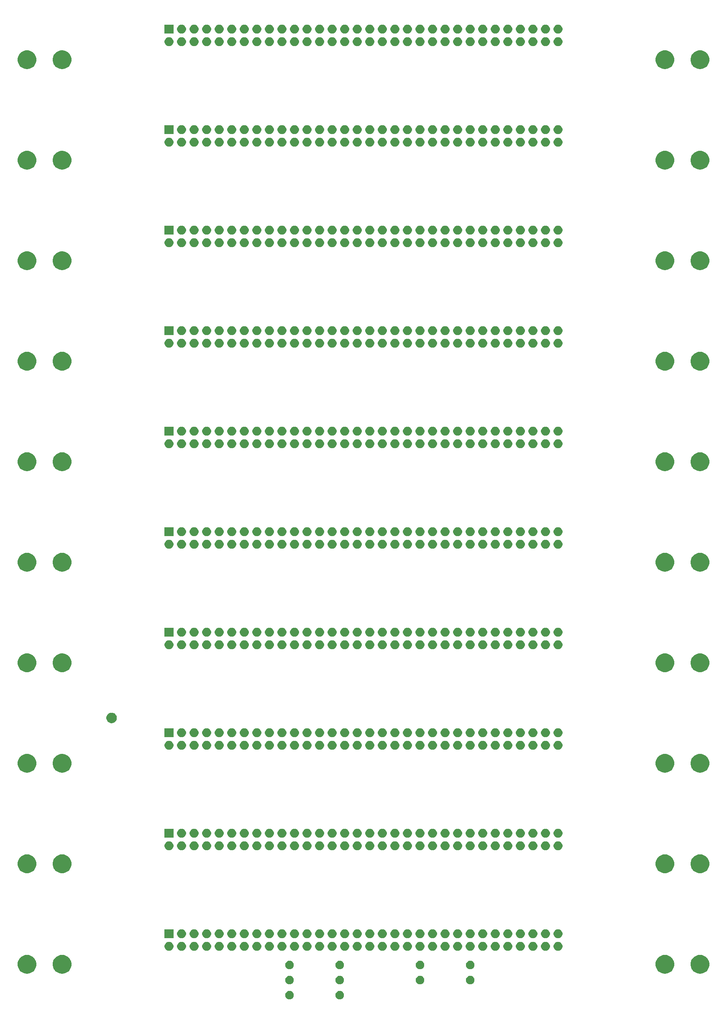
<source format=gts>
G04 #@! TF.GenerationSoftware,KiCad,Pcbnew,5.1.6-c6e7f7d~86~ubuntu18.04.1*
G04 #@! TF.CreationDate,2020-06-23T20:17:20+12:00*
G04 #@! TF.ProjectId,M1 Backplane,4d312042-6163-46b7-906c-616e652e6b69,rev?*
G04 #@! TF.SameCoordinates,Original*
G04 #@! TF.FileFunction,Soldermask,Top*
G04 #@! TF.FilePolarity,Negative*
%FSLAX46Y46*%
G04 Gerber Fmt 4.6, Leading zero omitted, Abs format (unit mm)*
G04 Created by KiCad (PCBNEW 5.1.6-c6e7f7d~86~ubuntu18.04.1) date 2020-06-23 20:17:20*
%MOMM*%
%LPD*%
G01*
G04 APERTURE LIST*
%ADD10C,0.100000*%
G04 APERTURE END LIST*
D10*
G36*
X143937228Y-318563703D02*
G01*
X144092100Y-318627853D01*
X144231481Y-318720985D01*
X144350015Y-318839519D01*
X144443147Y-318978900D01*
X144507297Y-319133772D01*
X144540000Y-319298184D01*
X144540000Y-319465816D01*
X144507297Y-319630228D01*
X144443147Y-319785100D01*
X144350015Y-319924481D01*
X144231481Y-320043015D01*
X144092100Y-320136147D01*
X143937228Y-320200297D01*
X143772816Y-320233000D01*
X143605184Y-320233000D01*
X143440772Y-320200297D01*
X143285900Y-320136147D01*
X143146519Y-320043015D01*
X143027985Y-319924481D01*
X142934853Y-319785100D01*
X142870703Y-319630228D01*
X142838000Y-319465816D01*
X142838000Y-319298184D01*
X142870703Y-319133772D01*
X142934853Y-318978900D01*
X143027985Y-318839519D01*
X143146519Y-318720985D01*
X143285900Y-318627853D01*
X143440772Y-318563703D01*
X143605184Y-318531000D01*
X143772816Y-318531000D01*
X143937228Y-318563703D01*
G37*
G36*
X133777228Y-318563703D02*
G01*
X133932100Y-318627853D01*
X134071481Y-318720985D01*
X134190015Y-318839519D01*
X134283147Y-318978900D01*
X134347297Y-319133772D01*
X134380000Y-319298184D01*
X134380000Y-319465816D01*
X134347297Y-319630228D01*
X134283147Y-319785100D01*
X134190015Y-319924481D01*
X134071481Y-320043015D01*
X133932100Y-320136147D01*
X133777228Y-320200297D01*
X133612816Y-320233000D01*
X133445184Y-320233000D01*
X133280772Y-320200297D01*
X133125900Y-320136147D01*
X132986519Y-320043015D01*
X132867985Y-319924481D01*
X132774853Y-319785100D01*
X132710703Y-319630228D01*
X132678000Y-319465816D01*
X132678000Y-319298184D01*
X132710703Y-319133772D01*
X132774853Y-318978900D01*
X132867985Y-318839519D01*
X132986519Y-318720985D01*
X133125900Y-318627853D01*
X133280772Y-318563703D01*
X133445184Y-318531000D01*
X133612816Y-318531000D01*
X133777228Y-318563703D01*
G37*
G36*
X133777228Y-315515703D02*
G01*
X133932100Y-315579853D01*
X134071481Y-315672985D01*
X134190015Y-315791519D01*
X134283147Y-315930900D01*
X134347297Y-316085772D01*
X134380000Y-316250184D01*
X134380000Y-316417816D01*
X134347297Y-316582228D01*
X134283147Y-316737100D01*
X134190015Y-316876481D01*
X134071481Y-316995015D01*
X133932100Y-317088147D01*
X133777228Y-317152297D01*
X133612816Y-317185000D01*
X133445184Y-317185000D01*
X133280772Y-317152297D01*
X133125900Y-317088147D01*
X132986519Y-316995015D01*
X132867985Y-316876481D01*
X132774853Y-316737100D01*
X132710703Y-316582228D01*
X132678000Y-316417816D01*
X132678000Y-316250184D01*
X132710703Y-316085772D01*
X132774853Y-315930900D01*
X132867985Y-315791519D01*
X132986519Y-315672985D01*
X133125900Y-315579853D01*
X133280772Y-315515703D01*
X133445184Y-315483000D01*
X133612816Y-315483000D01*
X133777228Y-315515703D01*
G37*
G36*
X143937228Y-315515703D02*
G01*
X144092100Y-315579853D01*
X144231481Y-315672985D01*
X144350015Y-315791519D01*
X144443147Y-315930900D01*
X144507297Y-316085772D01*
X144540000Y-316250184D01*
X144540000Y-316417816D01*
X144507297Y-316582228D01*
X144443147Y-316737100D01*
X144350015Y-316876481D01*
X144231481Y-316995015D01*
X144092100Y-317088147D01*
X143937228Y-317152297D01*
X143772816Y-317185000D01*
X143605184Y-317185000D01*
X143440772Y-317152297D01*
X143285900Y-317088147D01*
X143146519Y-316995015D01*
X143027985Y-316876481D01*
X142934853Y-316737100D01*
X142870703Y-316582228D01*
X142838000Y-316417816D01*
X142838000Y-316250184D01*
X142870703Y-316085772D01*
X142934853Y-315930900D01*
X143027985Y-315791519D01*
X143146519Y-315672985D01*
X143285900Y-315579853D01*
X143440772Y-315515703D01*
X143605184Y-315483000D01*
X143772816Y-315483000D01*
X143937228Y-315515703D01*
G37*
G36*
X170353228Y-315515703D02*
G01*
X170508100Y-315579853D01*
X170647481Y-315672985D01*
X170766015Y-315791519D01*
X170859147Y-315930900D01*
X170923297Y-316085772D01*
X170956000Y-316250184D01*
X170956000Y-316417816D01*
X170923297Y-316582228D01*
X170859147Y-316737100D01*
X170766015Y-316876481D01*
X170647481Y-316995015D01*
X170508100Y-317088147D01*
X170353228Y-317152297D01*
X170188816Y-317185000D01*
X170021184Y-317185000D01*
X169856772Y-317152297D01*
X169701900Y-317088147D01*
X169562519Y-316995015D01*
X169443985Y-316876481D01*
X169350853Y-316737100D01*
X169286703Y-316582228D01*
X169254000Y-316417816D01*
X169254000Y-316250184D01*
X169286703Y-316085772D01*
X169350853Y-315930900D01*
X169443985Y-315791519D01*
X169562519Y-315672985D01*
X169701900Y-315579853D01*
X169856772Y-315515703D01*
X170021184Y-315483000D01*
X170188816Y-315483000D01*
X170353228Y-315515703D01*
G37*
G36*
X160193228Y-315515703D02*
G01*
X160348100Y-315579853D01*
X160487481Y-315672985D01*
X160606015Y-315791519D01*
X160699147Y-315930900D01*
X160763297Y-316085772D01*
X160796000Y-316250184D01*
X160796000Y-316417816D01*
X160763297Y-316582228D01*
X160699147Y-316737100D01*
X160606015Y-316876481D01*
X160487481Y-316995015D01*
X160348100Y-317088147D01*
X160193228Y-317152297D01*
X160028816Y-317185000D01*
X159861184Y-317185000D01*
X159696772Y-317152297D01*
X159541900Y-317088147D01*
X159402519Y-316995015D01*
X159283985Y-316876481D01*
X159190853Y-316737100D01*
X159126703Y-316582228D01*
X159094000Y-316417816D01*
X159094000Y-316250184D01*
X159126703Y-316085772D01*
X159190853Y-315930900D01*
X159283985Y-315791519D01*
X159402519Y-315672985D01*
X159541900Y-315579853D01*
X159696772Y-315515703D01*
X159861184Y-315483000D01*
X160028816Y-315483000D01*
X160193228Y-315515703D01*
G37*
G36*
X80755866Y-311275527D02*
G01*
X80939501Y-311312054D01*
X81285461Y-311455356D01*
X81596817Y-311663397D01*
X81861603Y-311928183D01*
X82069644Y-312239539D01*
X82190725Y-312531852D01*
X82212946Y-312585500D01*
X82272103Y-312882900D01*
X82286000Y-312952768D01*
X82286000Y-313327232D01*
X82212946Y-313694501D01*
X82069644Y-314040461D01*
X81861603Y-314351817D01*
X81596817Y-314616603D01*
X81285461Y-314824644D01*
X80939501Y-314967946D01*
X80755866Y-315004473D01*
X80572233Y-315041000D01*
X80197767Y-315041000D01*
X80014134Y-315004473D01*
X79830499Y-314967946D01*
X79484539Y-314824644D01*
X79173183Y-314616603D01*
X78908397Y-314351817D01*
X78700356Y-314040461D01*
X78557054Y-313694501D01*
X78484000Y-313327232D01*
X78484000Y-312952768D01*
X78497898Y-312882900D01*
X78557054Y-312585500D01*
X78579276Y-312531852D01*
X78700356Y-312239539D01*
X78908397Y-311928183D01*
X79173183Y-311663397D01*
X79484539Y-311455356D01*
X79830499Y-311312054D01*
X80014134Y-311275527D01*
X80197767Y-311239000D01*
X80572233Y-311239000D01*
X80755866Y-311275527D01*
G37*
G36*
X87855866Y-311275527D02*
G01*
X88039501Y-311312054D01*
X88385461Y-311455356D01*
X88696817Y-311663397D01*
X88961603Y-311928183D01*
X89169644Y-312239539D01*
X89290725Y-312531852D01*
X89312946Y-312585500D01*
X89372103Y-312882900D01*
X89386000Y-312952768D01*
X89386000Y-313327232D01*
X89312946Y-313694501D01*
X89169644Y-314040461D01*
X88961603Y-314351817D01*
X88696817Y-314616603D01*
X88385461Y-314824644D01*
X88039501Y-314967946D01*
X87855866Y-315004473D01*
X87672233Y-315041000D01*
X87297767Y-315041000D01*
X87114134Y-315004473D01*
X86930499Y-314967946D01*
X86584539Y-314824644D01*
X86273183Y-314616603D01*
X86008397Y-314351817D01*
X85800356Y-314040461D01*
X85657054Y-313694501D01*
X85584000Y-313327232D01*
X85584000Y-312952768D01*
X85597898Y-312882900D01*
X85657054Y-312585500D01*
X85679276Y-312531852D01*
X85800356Y-312239539D01*
X86008397Y-311928183D01*
X86273183Y-311663397D01*
X86584539Y-311455356D01*
X86930499Y-311312054D01*
X87114134Y-311275527D01*
X87297767Y-311239000D01*
X87672233Y-311239000D01*
X87855866Y-311275527D01*
G37*
G36*
X209880866Y-311275527D02*
G01*
X210064501Y-311312054D01*
X210410461Y-311455356D01*
X210721817Y-311663397D01*
X210986603Y-311928183D01*
X211194644Y-312239539D01*
X211315725Y-312531852D01*
X211337946Y-312585500D01*
X211397103Y-312882900D01*
X211411000Y-312952768D01*
X211411000Y-313327232D01*
X211337946Y-313694501D01*
X211194644Y-314040461D01*
X210986603Y-314351817D01*
X210721817Y-314616603D01*
X210410461Y-314824644D01*
X210064501Y-314967946D01*
X209880866Y-315004473D01*
X209697233Y-315041000D01*
X209322767Y-315041000D01*
X209139134Y-315004473D01*
X208955499Y-314967946D01*
X208609539Y-314824644D01*
X208298183Y-314616603D01*
X208033397Y-314351817D01*
X207825356Y-314040461D01*
X207682054Y-313694501D01*
X207609000Y-313327232D01*
X207609000Y-312952768D01*
X207622898Y-312882900D01*
X207682054Y-312585500D01*
X207704276Y-312531852D01*
X207825356Y-312239539D01*
X208033397Y-311928183D01*
X208298183Y-311663397D01*
X208609539Y-311455356D01*
X208955499Y-311312054D01*
X209139134Y-311275527D01*
X209322767Y-311239000D01*
X209697233Y-311239000D01*
X209880866Y-311275527D01*
G37*
G36*
X216980866Y-311275527D02*
G01*
X217164501Y-311312054D01*
X217510461Y-311455356D01*
X217821817Y-311663397D01*
X218086603Y-311928183D01*
X218294644Y-312239539D01*
X218415725Y-312531852D01*
X218437946Y-312585500D01*
X218497103Y-312882900D01*
X218511000Y-312952768D01*
X218511000Y-313327232D01*
X218437946Y-313694501D01*
X218294644Y-314040461D01*
X218086603Y-314351817D01*
X217821817Y-314616603D01*
X217510461Y-314824644D01*
X217164501Y-314967946D01*
X216980866Y-315004473D01*
X216797233Y-315041000D01*
X216422767Y-315041000D01*
X216239134Y-315004473D01*
X216055499Y-314967946D01*
X215709539Y-314824644D01*
X215398183Y-314616603D01*
X215133397Y-314351817D01*
X214925356Y-314040461D01*
X214782054Y-313694501D01*
X214709000Y-313327232D01*
X214709000Y-312952768D01*
X214722898Y-312882900D01*
X214782054Y-312585500D01*
X214804276Y-312531852D01*
X214925356Y-312239539D01*
X215133397Y-311928183D01*
X215398183Y-311663397D01*
X215709539Y-311455356D01*
X216055499Y-311312054D01*
X216239134Y-311275527D01*
X216422767Y-311239000D01*
X216797233Y-311239000D01*
X216980866Y-311275527D01*
G37*
G36*
X170353228Y-312467703D02*
G01*
X170508100Y-312531853D01*
X170647481Y-312624985D01*
X170766015Y-312743519D01*
X170859147Y-312882900D01*
X170923297Y-313037772D01*
X170956000Y-313202184D01*
X170956000Y-313369816D01*
X170923297Y-313534228D01*
X170859147Y-313689100D01*
X170766015Y-313828481D01*
X170647481Y-313947015D01*
X170508100Y-314040147D01*
X170353228Y-314104297D01*
X170188816Y-314137000D01*
X170021184Y-314137000D01*
X169856772Y-314104297D01*
X169701900Y-314040147D01*
X169562519Y-313947015D01*
X169443985Y-313828481D01*
X169350853Y-313689100D01*
X169286703Y-313534228D01*
X169254000Y-313369816D01*
X169254000Y-313202184D01*
X169286703Y-313037772D01*
X169350853Y-312882900D01*
X169443985Y-312743519D01*
X169562519Y-312624985D01*
X169701900Y-312531853D01*
X169856772Y-312467703D01*
X170021184Y-312435000D01*
X170188816Y-312435000D01*
X170353228Y-312467703D01*
G37*
G36*
X133777228Y-312467703D02*
G01*
X133932100Y-312531853D01*
X134071481Y-312624985D01*
X134190015Y-312743519D01*
X134283147Y-312882900D01*
X134347297Y-313037772D01*
X134380000Y-313202184D01*
X134380000Y-313369816D01*
X134347297Y-313534228D01*
X134283147Y-313689100D01*
X134190015Y-313828481D01*
X134071481Y-313947015D01*
X133932100Y-314040147D01*
X133777228Y-314104297D01*
X133612816Y-314137000D01*
X133445184Y-314137000D01*
X133280772Y-314104297D01*
X133125900Y-314040147D01*
X132986519Y-313947015D01*
X132867985Y-313828481D01*
X132774853Y-313689100D01*
X132710703Y-313534228D01*
X132678000Y-313369816D01*
X132678000Y-313202184D01*
X132710703Y-313037772D01*
X132774853Y-312882900D01*
X132867985Y-312743519D01*
X132986519Y-312624985D01*
X133125900Y-312531853D01*
X133280772Y-312467703D01*
X133445184Y-312435000D01*
X133612816Y-312435000D01*
X133777228Y-312467703D01*
G37*
G36*
X143937228Y-312467703D02*
G01*
X144092100Y-312531853D01*
X144231481Y-312624985D01*
X144350015Y-312743519D01*
X144443147Y-312882900D01*
X144507297Y-313037772D01*
X144540000Y-313202184D01*
X144540000Y-313369816D01*
X144507297Y-313534228D01*
X144443147Y-313689100D01*
X144350015Y-313828481D01*
X144231481Y-313947015D01*
X144092100Y-314040147D01*
X143937228Y-314104297D01*
X143772816Y-314137000D01*
X143605184Y-314137000D01*
X143440772Y-314104297D01*
X143285900Y-314040147D01*
X143146519Y-313947015D01*
X143027985Y-313828481D01*
X142934853Y-313689100D01*
X142870703Y-313534228D01*
X142838000Y-313369816D01*
X142838000Y-313202184D01*
X142870703Y-313037772D01*
X142934853Y-312882900D01*
X143027985Y-312743519D01*
X143146519Y-312624985D01*
X143285900Y-312531853D01*
X143440772Y-312467703D01*
X143605184Y-312435000D01*
X143772816Y-312435000D01*
X143937228Y-312467703D01*
G37*
G36*
X160193228Y-312467703D02*
G01*
X160348100Y-312531853D01*
X160487481Y-312624985D01*
X160606015Y-312743519D01*
X160699147Y-312882900D01*
X160763297Y-313037772D01*
X160796000Y-313202184D01*
X160796000Y-313369816D01*
X160763297Y-313534228D01*
X160699147Y-313689100D01*
X160606015Y-313828481D01*
X160487481Y-313947015D01*
X160348100Y-314040147D01*
X160193228Y-314104297D01*
X160028816Y-314137000D01*
X159861184Y-314137000D01*
X159696772Y-314104297D01*
X159541900Y-314040147D01*
X159402519Y-313947015D01*
X159283985Y-313828481D01*
X159190853Y-313689100D01*
X159126703Y-313534228D01*
X159094000Y-313369816D01*
X159094000Y-313202184D01*
X159126703Y-313037772D01*
X159190853Y-312882900D01*
X159283985Y-312743519D01*
X159402519Y-312624985D01*
X159541900Y-312531853D01*
X159696772Y-312467703D01*
X159861184Y-312435000D01*
X160028816Y-312435000D01*
X160193228Y-312467703D01*
G37*
G36*
X121948512Y-308613927D02*
G01*
X122097812Y-308643624D01*
X122261784Y-308711544D01*
X122409354Y-308810147D01*
X122534853Y-308935646D01*
X122633456Y-309083216D01*
X122701376Y-309247188D01*
X122736000Y-309421259D01*
X122736000Y-309598741D01*
X122701376Y-309772812D01*
X122633456Y-309936784D01*
X122534853Y-310084354D01*
X122409354Y-310209853D01*
X122261784Y-310308456D01*
X122097812Y-310376376D01*
X121948512Y-310406073D01*
X121923742Y-310411000D01*
X121746258Y-310411000D01*
X121721488Y-310406073D01*
X121572188Y-310376376D01*
X121408216Y-310308456D01*
X121260646Y-310209853D01*
X121135147Y-310084354D01*
X121036544Y-309936784D01*
X120968624Y-309772812D01*
X120934000Y-309598741D01*
X120934000Y-309421259D01*
X120968624Y-309247188D01*
X121036544Y-309083216D01*
X121135147Y-308935646D01*
X121260646Y-308810147D01*
X121408216Y-308711544D01*
X121572188Y-308643624D01*
X121721488Y-308613927D01*
X121746258Y-308609000D01*
X121923742Y-308609000D01*
X121948512Y-308613927D01*
G37*
G36*
X119408512Y-308613927D02*
G01*
X119557812Y-308643624D01*
X119721784Y-308711544D01*
X119869354Y-308810147D01*
X119994853Y-308935646D01*
X120093456Y-309083216D01*
X120161376Y-309247188D01*
X120196000Y-309421259D01*
X120196000Y-309598741D01*
X120161376Y-309772812D01*
X120093456Y-309936784D01*
X119994853Y-310084354D01*
X119869354Y-310209853D01*
X119721784Y-310308456D01*
X119557812Y-310376376D01*
X119408512Y-310406073D01*
X119383742Y-310411000D01*
X119206258Y-310411000D01*
X119181488Y-310406073D01*
X119032188Y-310376376D01*
X118868216Y-310308456D01*
X118720646Y-310209853D01*
X118595147Y-310084354D01*
X118496544Y-309936784D01*
X118428624Y-309772812D01*
X118394000Y-309598741D01*
X118394000Y-309421259D01*
X118428624Y-309247188D01*
X118496544Y-309083216D01*
X118595147Y-308935646D01*
X118720646Y-308810147D01*
X118868216Y-308711544D01*
X119032188Y-308643624D01*
X119181488Y-308613927D01*
X119206258Y-308609000D01*
X119383742Y-308609000D01*
X119408512Y-308613927D01*
G37*
G36*
X116868512Y-308613927D02*
G01*
X117017812Y-308643624D01*
X117181784Y-308711544D01*
X117329354Y-308810147D01*
X117454853Y-308935646D01*
X117553456Y-309083216D01*
X117621376Y-309247188D01*
X117656000Y-309421259D01*
X117656000Y-309598741D01*
X117621376Y-309772812D01*
X117553456Y-309936784D01*
X117454853Y-310084354D01*
X117329354Y-310209853D01*
X117181784Y-310308456D01*
X117017812Y-310376376D01*
X116868512Y-310406073D01*
X116843742Y-310411000D01*
X116666258Y-310411000D01*
X116641488Y-310406073D01*
X116492188Y-310376376D01*
X116328216Y-310308456D01*
X116180646Y-310209853D01*
X116055147Y-310084354D01*
X115956544Y-309936784D01*
X115888624Y-309772812D01*
X115854000Y-309598741D01*
X115854000Y-309421259D01*
X115888624Y-309247188D01*
X115956544Y-309083216D01*
X116055147Y-308935646D01*
X116180646Y-308810147D01*
X116328216Y-308711544D01*
X116492188Y-308643624D01*
X116641488Y-308613927D01*
X116666258Y-308609000D01*
X116843742Y-308609000D01*
X116868512Y-308613927D01*
G37*
G36*
X114328512Y-308613927D02*
G01*
X114477812Y-308643624D01*
X114641784Y-308711544D01*
X114789354Y-308810147D01*
X114914853Y-308935646D01*
X115013456Y-309083216D01*
X115081376Y-309247188D01*
X115116000Y-309421259D01*
X115116000Y-309598741D01*
X115081376Y-309772812D01*
X115013456Y-309936784D01*
X114914853Y-310084354D01*
X114789354Y-310209853D01*
X114641784Y-310308456D01*
X114477812Y-310376376D01*
X114328512Y-310406073D01*
X114303742Y-310411000D01*
X114126258Y-310411000D01*
X114101488Y-310406073D01*
X113952188Y-310376376D01*
X113788216Y-310308456D01*
X113640646Y-310209853D01*
X113515147Y-310084354D01*
X113416544Y-309936784D01*
X113348624Y-309772812D01*
X113314000Y-309598741D01*
X113314000Y-309421259D01*
X113348624Y-309247188D01*
X113416544Y-309083216D01*
X113515147Y-308935646D01*
X113640646Y-308810147D01*
X113788216Y-308711544D01*
X113952188Y-308643624D01*
X114101488Y-308613927D01*
X114126258Y-308609000D01*
X114303742Y-308609000D01*
X114328512Y-308613927D01*
G37*
G36*
X111788512Y-308613927D02*
G01*
X111937812Y-308643624D01*
X112101784Y-308711544D01*
X112249354Y-308810147D01*
X112374853Y-308935646D01*
X112473456Y-309083216D01*
X112541376Y-309247188D01*
X112576000Y-309421259D01*
X112576000Y-309598741D01*
X112541376Y-309772812D01*
X112473456Y-309936784D01*
X112374853Y-310084354D01*
X112249354Y-310209853D01*
X112101784Y-310308456D01*
X111937812Y-310376376D01*
X111788512Y-310406073D01*
X111763742Y-310411000D01*
X111586258Y-310411000D01*
X111561488Y-310406073D01*
X111412188Y-310376376D01*
X111248216Y-310308456D01*
X111100646Y-310209853D01*
X110975147Y-310084354D01*
X110876544Y-309936784D01*
X110808624Y-309772812D01*
X110774000Y-309598741D01*
X110774000Y-309421259D01*
X110808624Y-309247188D01*
X110876544Y-309083216D01*
X110975147Y-308935646D01*
X111100646Y-308810147D01*
X111248216Y-308711544D01*
X111412188Y-308643624D01*
X111561488Y-308613927D01*
X111586258Y-308609000D01*
X111763742Y-308609000D01*
X111788512Y-308613927D01*
G37*
G36*
X187988512Y-308613927D02*
G01*
X188137812Y-308643624D01*
X188301784Y-308711544D01*
X188449354Y-308810147D01*
X188574853Y-308935646D01*
X188673456Y-309083216D01*
X188741376Y-309247188D01*
X188776000Y-309421259D01*
X188776000Y-309598741D01*
X188741376Y-309772812D01*
X188673456Y-309936784D01*
X188574853Y-310084354D01*
X188449354Y-310209853D01*
X188301784Y-310308456D01*
X188137812Y-310376376D01*
X187988512Y-310406073D01*
X187963742Y-310411000D01*
X187786258Y-310411000D01*
X187761488Y-310406073D01*
X187612188Y-310376376D01*
X187448216Y-310308456D01*
X187300646Y-310209853D01*
X187175147Y-310084354D01*
X187076544Y-309936784D01*
X187008624Y-309772812D01*
X186974000Y-309598741D01*
X186974000Y-309421259D01*
X187008624Y-309247188D01*
X187076544Y-309083216D01*
X187175147Y-308935646D01*
X187300646Y-308810147D01*
X187448216Y-308711544D01*
X187612188Y-308643624D01*
X187761488Y-308613927D01*
X187786258Y-308609000D01*
X187963742Y-308609000D01*
X187988512Y-308613927D01*
G37*
G36*
X185448512Y-308613927D02*
G01*
X185597812Y-308643624D01*
X185761784Y-308711544D01*
X185909354Y-308810147D01*
X186034853Y-308935646D01*
X186133456Y-309083216D01*
X186201376Y-309247188D01*
X186236000Y-309421259D01*
X186236000Y-309598741D01*
X186201376Y-309772812D01*
X186133456Y-309936784D01*
X186034853Y-310084354D01*
X185909354Y-310209853D01*
X185761784Y-310308456D01*
X185597812Y-310376376D01*
X185448512Y-310406073D01*
X185423742Y-310411000D01*
X185246258Y-310411000D01*
X185221488Y-310406073D01*
X185072188Y-310376376D01*
X184908216Y-310308456D01*
X184760646Y-310209853D01*
X184635147Y-310084354D01*
X184536544Y-309936784D01*
X184468624Y-309772812D01*
X184434000Y-309598741D01*
X184434000Y-309421259D01*
X184468624Y-309247188D01*
X184536544Y-309083216D01*
X184635147Y-308935646D01*
X184760646Y-308810147D01*
X184908216Y-308711544D01*
X185072188Y-308643624D01*
X185221488Y-308613927D01*
X185246258Y-308609000D01*
X185423742Y-308609000D01*
X185448512Y-308613927D01*
G37*
G36*
X182908512Y-308613927D02*
G01*
X183057812Y-308643624D01*
X183221784Y-308711544D01*
X183369354Y-308810147D01*
X183494853Y-308935646D01*
X183593456Y-309083216D01*
X183661376Y-309247188D01*
X183696000Y-309421259D01*
X183696000Y-309598741D01*
X183661376Y-309772812D01*
X183593456Y-309936784D01*
X183494853Y-310084354D01*
X183369354Y-310209853D01*
X183221784Y-310308456D01*
X183057812Y-310376376D01*
X182908512Y-310406073D01*
X182883742Y-310411000D01*
X182706258Y-310411000D01*
X182681488Y-310406073D01*
X182532188Y-310376376D01*
X182368216Y-310308456D01*
X182220646Y-310209853D01*
X182095147Y-310084354D01*
X181996544Y-309936784D01*
X181928624Y-309772812D01*
X181894000Y-309598741D01*
X181894000Y-309421259D01*
X181928624Y-309247188D01*
X181996544Y-309083216D01*
X182095147Y-308935646D01*
X182220646Y-308810147D01*
X182368216Y-308711544D01*
X182532188Y-308643624D01*
X182681488Y-308613927D01*
X182706258Y-308609000D01*
X182883742Y-308609000D01*
X182908512Y-308613927D01*
G37*
G36*
X180368512Y-308613927D02*
G01*
X180517812Y-308643624D01*
X180681784Y-308711544D01*
X180829354Y-308810147D01*
X180954853Y-308935646D01*
X181053456Y-309083216D01*
X181121376Y-309247188D01*
X181156000Y-309421259D01*
X181156000Y-309598741D01*
X181121376Y-309772812D01*
X181053456Y-309936784D01*
X180954853Y-310084354D01*
X180829354Y-310209853D01*
X180681784Y-310308456D01*
X180517812Y-310376376D01*
X180368512Y-310406073D01*
X180343742Y-310411000D01*
X180166258Y-310411000D01*
X180141488Y-310406073D01*
X179992188Y-310376376D01*
X179828216Y-310308456D01*
X179680646Y-310209853D01*
X179555147Y-310084354D01*
X179456544Y-309936784D01*
X179388624Y-309772812D01*
X179354000Y-309598741D01*
X179354000Y-309421259D01*
X179388624Y-309247188D01*
X179456544Y-309083216D01*
X179555147Y-308935646D01*
X179680646Y-308810147D01*
X179828216Y-308711544D01*
X179992188Y-308643624D01*
X180141488Y-308613927D01*
X180166258Y-308609000D01*
X180343742Y-308609000D01*
X180368512Y-308613927D01*
G37*
G36*
X177828512Y-308613927D02*
G01*
X177977812Y-308643624D01*
X178141784Y-308711544D01*
X178289354Y-308810147D01*
X178414853Y-308935646D01*
X178513456Y-309083216D01*
X178581376Y-309247188D01*
X178616000Y-309421259D01*
X178616000Y-309598741D01*
X178581376Y-309772812D01*
X178513456Y-309936784D01*
X178414853Y-310084354D01*
X178289354Y-310209853D01*
X178141784Y-310308456D01*
X177977812Y-310376376D01*
X177828512Y-310406073D01*
X177803742Y-310411000D01*
X177626258Y-310411000D01*
X177601488Y-310406073D01*
X177452188Y-310376376D01*
X177288216Y-310308456D01*
X177140646Y-310209853D01*
X177015147Y-310084354D01*
X176916544Y-309936784D01*
X176848624Y-309772812D01*
X176814000Y-309598741D01*
X176814000Y-309421259D01*
X176848624Y-309247188D01*
X176916544Y-309083216D01*
X177015147Y-308935646D01*
X177140646Y-308810147D01*
X177288216Y-308711544D01*
X177452188Y-308643624D01*
X177601488Y-308613927D01*
X177626258Y-308609000D01*
X177803742Y-308609000D01*
X177828512Y-308613927D01*
G37*
G36*
X175288512Y-308613927D02*
G01*
X175437812Y-308643624D01*
X175601784Y-308711544D01*
X175749354Y-308810147D01*
X175874853Y-308935646D01*
X175973456Y-309083216D01*
X176041376Y-309247188D01*
X176076000Y-309421259D01*
X176076000Y-309598741D01*
X176041376Y-309772812D01*
X175973456Y-309936784D01*
X175874853Y-310084354D01*
X175749354Y-310209853D01*
X175601784Y-310308456D01*
X175437812Y-310376376D01*
X175288512Y-310406073D01*
X175263742Y-310411000D01*
X175086258Y-310411000D01*
X175061488Y-310406073D01*
X174912188Y-310376376D01*
X174748216Y-310308456D01*
X174600646Y-310209853D01*
X174475147Y-310084354D01*
X174376544Y-309936784D01*
X174308624Y-309772812D01*
X174274000Y-309598741D01*
X174274000Y-309421259D01*
X174308624Y-309247188D01*
X174376544Y-309083216D01*
X174475147Y-308935646D01*
X174600646Y-308810147D01*
X174748216Y-308711544D01*
X174912188Y-308643624D01*
X175061488Y-308613927D01*
X175086258Y-308609000D01*
X175263742Y-308609000D01*
X175288512Y-308613927D01*
G37*
G36*
X172748512Y-308613927D02*
G01*
X172897812Y-308643624D01*
X173061784Y-308711544D01*
X173209354Y-308810147D01*
X173334853Y-308935646D01*
X173433456Y-309083216D01*
X173501376Y-309247188D01*
X173536000Y-309421259D01*
X173536000Y-309598741D01*
X173501376Y-309772812D01*
X173433456Y-309936784D01*
X173334853Y-310084354D01*
X173209354Y-310209853D01*
X173061784Y-310308456D01*
X172897812Y-310376376D01*
X172748512Y-310406073D01*
X172723742Y-310411000D01*
X172546258Y-310411000D01*
X172521488Y-310406073D01*
X172372188Y-310376376D01*
X172208216Y-310308456D01*
X172060646Y-310209853D01*
X171935147Y-310084354D01*
X171836544Y-309936784D01*
X171768624Y-309772812D01*
X171734000Y-309598741D01*
X171734000Y-309421259D01*
X171768624Y-309247188D01*
X171836544Y-309083216D01*
X171935147Y-308935646D01*
X172060646Y-308810147D01*
X172208216Y-308711544D01*
X172372188Y-308643624D01*
X172521488Y-308613927D01*
X172546258Y-308609000D01*
X172723742Y-308609000D01*
X172748512Y-308613927D01*
G37*
G36*
X170208512Y-308613927D02*
G01*
X170357812Y-308643624D01*
X170521784Y-308711544D01*
X170669354Y-308810147D01*
X170794853Y-308935646D01*
X170893456Y-309083216D01*
X170961376Y-309247188D01*
X170996000Y-309421259D01*
X170996000Y-309598741D01*
X170961376Y-309772812D01*
X170893456Y-309936784D01*
X170794853Y-310084354D01*
X170669354Y-310209853D01*
X170521784Y-310308456D01*
X170357812Y-310376376D01*
X170208512Y-310406073D01*
X170183742Y-310411000D01*
X170006258Y-310411000D01*
X169981488Y-310406073D01*
X169832188Y-310376376D01*
X169668216Y-310308456D01*
X169520646Y-310209853D01*
X169395147Y-310084354D01*
X169296544Y-309936784D01*
X169228624Y-309772812D01*
X169194000Y-309598741D01*
X169194000Y-309421259D01*
X169228624Y-309247188D01*
X169296544Y-309083216D01*
X169395147Y-308935646D01*
X169520646Y-308810147D01*
X169668216Y-308711544D01*
X169832188Y-308643624D01*
X169981488Y-308613927D01*
X170006258Y-308609000D01*
X170183742Y-308609000D01*
X170208512Y-308613927D01*
G37*
G36*
X167668512Y-308613927D02*
G01*
X167817812Y-308643624D01*
X167981784Y-308711544D01*
X168129354Y-308810147D01*
X168254853Y-308935646D01*
X168353456Y-309083216D01*
X168421376Y-309247188D01*
X168456000Y-309421259D01*
X168456000Y-309598741D01*
X168421376Y-309772812D01*
X168353456Y-309936784D01*
X168254853Y-310084354D01*
X168129354Y-310209853D01*
X167981784Y-310308456D01*
X167817812Y-310376376D01*
X167668512Y-310406073D01*
X167643742Y-310411000D01*
X167466258Y-310411000D01*
X167441488Y-310406073D01*
X167292188Y-310376376D01*
X167128216Y-310308456D01*
X166980646Y-310209853D01*
X166855147Y-310084354D01*
X166756544Y-309936784D01*
X166688624Y-309772812D01*
X166654000Y-309598741D01*
X166654000Y-309421259D01*
X166688624Y-309247188D01*
X166756544Y-309083216D01*
X166855147Y-308935646D01*
X166980646Y-308810147D01*
X167128216Y-308711544D01*
X167292188Y-308643624D01*
X167441488Y-308613927D01*
X167466258Y-308609000D01*
X167643742Y-308609000D01*
X167668512Y-308613927D01*
G37*
G36*
X165128512Y-308613927D02*
G01*
X165277812Y-308643624D01*
X165441784Y-308711544D01*
X165589354Y-308810147D01*
X165714853Y-308935646D01*
X165813456Y-309083216D01*
X165881376Y-309247188D01*
X165916000Y-309421259D01*
X165916000Y-309598741D01*
X165881376Y-309772812D01*
X165813456Y-309936784D01*
X165714853Y-310084354D01*
X165589354Y-310209853D01*
X165441784Y-310308456D01*
X165277812Y-310376376D01*
X165128512Y-310406073D01*
X165103742Y-310411000D01*
X164926258Y-310411000D01*
X164901488Y-310406073D01*
X164752188Y-310376376D01*
X164588216Y-310308456D01*
X164440646Y-310209853D01*
X164315147Y-310084354D01*
X164216544Y-309936784D01*
X164148624Y-309772812D01*
X164114000Y-309598741D01*
X164114000Y-309421259D01*
X164148624Y-309247188D01*
X164216544Y-309083216D01*
X164315147Y-308935646D01*
X164440646Y-308810147D01*
X164588216Y-308711544D01*
X164752188Y-308643624D01*
X164901488Y-308613927D01*
X164926258Y-308609000D01*
X165103742Y-308609000D01*
X165128512Y-308613927D01*
G37*
G36*
X162588512Y-308613927D02*
G01*
X162737812Y-308643624D01*
X162901784Y-308711544D01*
X163049354Y-308810147D01*
X163174853Y-308935646D01*
X163273456Y-309083216D01*
X163341376Y-309247188D01*
X163376000Y-309421259D01*
X163376000Y-309598741D01*
X163341376Y-309772812D01*
X163273456Y-309936784D01*
X163174853Y-310084354D01*
X163049354Y-310209853D01*
X162901784Y-310308456D01*
X162737812Y-310376376D01*
X162588512Y-310406073D01*
X162563742Y-310411000D01*
X162386258Y-310411000D01*
X162361488Y-310406073D01*
X162212188Y-310376376D01*
X162048216Y-310308456D01*
X161900646Y-310209853D01*
X161775147Y-310084354D01*
X161676544Y-309936784D01*
X161608624Y-309772812D01*
X161574000Y-309598741D01*
X161574000Y-309421259D01*
X161608624Y-309247188D01*
X161676544Y-309083216D01*
X161775147Y-308935646D01*
X161900646Y-308810147D01*
X162048216Y-308711544D01*
X162212188Y-308643624D01*
X162361488Y-308613927D01*
X162386258Y-308609000D01*
X162563742Y-308609000D01*
X162588512Y-308613927D01*
G37*
G36*
X124488512Y-308613927D02*
G01*
X124637812Y-308643624D01*
X124801784Y-308711544D01*
X124949354Y-308810147D01*
X125074853Y-308935646D01*
X125173456Y-309083216D01*
X125241376Y-309247188D01*
X125276000Y-309421259D01*
X125276000Y-309598741D01*
X125241376Y-309772812D01*
X125173456Y-309936784D01*
X125074853Y-310084354D01*
X124949354Y-310209853D01*
X124801784Y-310308456D01*
X124637812Y-310376376D01*
X124488512Y-310406073D01*
X124463742Y-310411000D01*
X124286258Y-310411000D01*
X124261488Y-310406073D01*
X124112188Y-310376376D01*
X123948216Y-310308456D01*
X123800646Y-310209853D01*
X123675147Y-310084354D01*
X123576544Y-309936784D01*
X123508624Y-309772812D01*
X123474000Y-309598741D01*
X123474000Y-309421259D01*
X123508624Y-309247188D01*
X123576544Y-309083216D01*
X123675147Y-308935646D01*
X123800646Y-308810147D01*
X123948216Y-308711544D01*
X124112188Y-308643624D01*
X124261488Y-308613927D01*
X124286258Y-308609000D01*
X124463742Y-308609000D01*
X124488512Y-308613927D01*
G37*
G36*
X160048512Y-308613927D02*
G01*
X160197812Y-308643624D01*
X160361784Y-308711544D01*
X160509354Y-308810147D01*
X160634853Y-308935646D01*
X160733456Y-309083216D01*
X160801376Y-309247188D01*
X160836000Y-309421259D01*
X160836000Y-309598741D01*
X160801376Y-309772812D01*
X160733456Y-309936784D01*
X160634853Y-310084354D01*
X160509354Y-310209853D01*
X160361784Y-310308456D01*
X160197812Y-310376376D01*
X160048512Y-310406073D01*
X160023742Y-310411000D01*
X159846258Y-310411000D01*
X159821488Y-310406073D01*
X159672188Y-310376376D01*
X159508216Y-310308456D01*
X159360646Y-310209853D01*
X159235147Y-310084354D01*
X159136544Y-309936784D01*
X159068624Y-309772812D01*
X159034000Y-309598741D01*
X159034000Y-309421259D01*
X159068624Y-309247188D01*
X159136544Y-309083216D01*
X159235147Y-308935646D01*
X159360646Y-308810147D01*
X159508216Y-308711544D01*
X159672188Y-308643624D01*
X159821488Y-308613927D01*
X159846258Y-308609000D01*
X160023742Y-308609000D01*
X160048512Y-308613927D01*
G37*
G36*
X109248512Y-308613927D02*
G01*
X109397812Y-308643624D01*
X109561784Y-308711544D01*
X109709354Y-308810147D01*
X109834853Y-308935646D01*
X109933456Y-309083216D01*
X110001376Y-309247188D01*
X110036000Y-309421259D01*
X110036000Y-309598741D01*
X110001376Y-309772812D01*
X109933456Y-309936784D01*
X109834853Y-310084354D01*
X109709354Y-310209853D01*
X109561784Y-310308456D01*
X109397812Y-310376376D01*
X109248512Y-310406073D01*
X109223742Y-310411000D01*
X109046258Y-310411000D01*
X109021488Y-310406073D01*
X108872188Y-310376376D01*
X108708216Y-310308456D01*
X108560646Y-310209853D01*
X108435147Y-310084354D01*
X108336544Y-309936784D01*
X108268624Y-309772812D01*
X108234000Y-309598741D01*
X108234000Y-309421259D01*
X108268624Y-309247188D01*
X108336544Y-309083216D01*
X108435147Y-308935646D01*
X108560646Y-308810147D01*
X108708216Y-308711544D01*
X108872188Y-308643624D01*
X109021488Y-308613927D01*
X109046258Y-308609000D01*
X109223742Y-308609000D01*
X109248512Y-308613927D01*
G37*
G36*
X157508512Y-308613927D02*
G01*
X157657812Y-308643624D01*
X157821784Y-308711544D01*
X157969354Y-308810147D01*
X158094853Y-308935646D01*
X158193456Y-309083216D01*
X158261376Y-309247188D01*
X158296000Y-309421259D01*
X158296000Y-309598741D01*
X158261376Y-309772812D01*
X158193456Y-309936784D01*
X158094853Y-310084354D01*
X157969354Y-310209853D01*
X157821784Y-310308456D01*
X157657812Y-310376376D01*
X157508512Y-310406073D01*
X157483742Y-310411000D01*
X157306258Y-310411000D01*
X157281488Y-310406073D01*
X157132188Y-310376376D01*
X156968216Y-310308456D01*
X156820646Y-310209853D01*
X156695147Y-310084354D01*
X156596544Y-309936784D01*
X156528624Y-309772812D01*
X156494000Y-309598741D01*
X156494000Y-309421259D01*
X156528624Y-309247188D01*
X156596544Y-309083216D01*
X156695147Y-308935646D01*
X156820646Y-308810147D01*
X156968216Y-308711544D01*
X157132188Y-308643624D01*
X157281488Y-308613927D01*
X157306258Y-308609000D01*
X157483742Y-308609000D01*
X157508512Y-308613927D01*
G37*
G36*
X154968512Y-308613927D02*
G01*
X155117812Y-308643624D01*
X155281784Y-308711544D01*
X155429354Y-308810147D01*
X155554853Y-308935646D01*
X155653456Y-309083216D01*
X155721376Y-309247188D01*
X155756000Y-309421259D01*
X155756000Y-309598741D01*
X155721376Y-309772812D01*
X155653456Y-309936784D01*
X155554853Y-310084354D01*
X155429354Y-310209853D01*
X155281784Y-310308456D01*
X155117812Y-310376376D01*
X154968512Y-310406073D01*
X154943742Y-310411000D01*
X154766258Y-310411000D01*
X154741488Y-310406073D01*
X154592188Y-310376376D01*
X154428216Y-310308456D01*
X154280646Y-310209853D01*
X154155147Y-310084354D01*
X154056544Y-309936784D01*
X153988624Y-309772812D01*
X153954000Y-309598741D01*
X153954000Y-309421259D01*
X153988624Y-309247188D01*
X154056544Y-309083216D01*
X154155147Y-308935646D01*
X154280646Y-308810147D01*
X154428216Y-308711544D01*
X154592188Y-308643624D01*
X154741488Y-308613927D01*
X154766258Y-308609000D01*
X154943742Y-308609000D01*
X154968512Y-308613927D01*
G37*
G36*
X152428512Y-308613927D02*
G01*
X152577812Y-308643624D01*
X152741784Y-308711544D01*
X152889354Y-308810147D01*
X153014853Y-308935646D01*
X153113456Y-309083216D01*
X153181376Y-309247188D01*
X153216000Y-309421259D01*
X153216000Y-309598741D01*
X153181376Y-309772812D01*
X153113456Y-309936784D01*
X153014853Y-310084354D01*
X152889354Y-310209853D01*
X152741784Y-310308456D01*
X152577812Y-310376376D01*
X152428512Y-310406073D01*
X152403742Y-310411000D01*
X152226258Y-310411000D01*
X152201488Y-310406073D01*
X152052188Y-310376376D01*
X151888216Y-310308456D01*
X151740646Y-310209853D01*
X151615147Y-310084354D01*
X151516544Y-309936784D01*
X151448624Y-309772812D01*
X151414000Y-309598741D01*
X151414000Y-309421259D01*
X151448624Y-309247188D01*
X151516544Y-309083216D01*
X151615147Y-308935646D01*
X151740646Y-308810147D01*
X151888216Y-308711544D01*
X152052188Y-308643624D01*
X152201488Y-308613927D01*
X152226258Y-308609000D01*
X152403742Y-308609000D01*
X152428512Y-308613927D01*
G37*
G36*
X149888512Y-308613927D02*
G01*
X150037812Y-308643624D01*
X150201784Y-308711544D01*
X150349354Y-308810147D01*
X150474853Y-308935646D01*
X150573456Y-309083216D01*
X150641376Y-309247188D01*
X150676000Y-309421259D01*
X150676000Y-309598741D01*
X150641376Y-309772812D01*
X150573456Y-309936784D01*
X150474853Y-310084354D01*
X150349354Y-310209853D01*
X150201784Y-310308456D01*
X150037812Y-310376376D01*
X149888512Y-310406073D01*
X149863742Y-310411000D01*
X149686258Y-310411000D01*
X149661488Y-310406073D01*
X149512188Y-310376376D01*
X149348216Y-310308456D01*
X149200646Y-310209853D01*
X149075147Y-310084354D01*
X148976544Y-309936784D01*
X148908624Y-309772812D01*
X148874000Y-309598741D01*
X148874000Y-309421259D01*
X148908624Y-309247188D01*
X148976544Y-309083216D01*
X149075147Y-308935646D01*
X149200646Y-308810147D01*
X149348216Y-308711544D01*
X149512188Y-308643624D01*
X149661488Y-308613927D01*
X149686258Y-308609000D01*
X149863742Y-308609000D01*
X149888512Y-308613927D01*
G37*
G36*
X147348512Y-308613927D02*
G01*
X147497812Y-308643624D01*
X147661784Y-308711544D01*
X147809354Y-308810147D01*
X147934853Y-308935646D01*
X148033456Y-309083216D01*
X148101376Y-309247188D01*
X148136000Y-309421259D01*
X148136000Y-309598741D01*
X148101376Y-309772812D01*
X148033456Y-309936784D01*
X147934853Y-310084354D01*
X147809354Y-310209853D01*
X147661784Y-310308456D01*
X147497812Y-310376376D01*
X147348512Y-310406073D01*
X147323742Y-310411000D01*
X147146258Y-310411000D01*
X147121488Y-310406073D01*
X146972188Y-310376376D01*
X146808216Y-310308456D01*
X146660646Y-310209853D01*
X146535147Y-310084354D01*
X146436544Y-309936784D01*
X146368624Y-309772812D01*
X146334000Y-309598741D01*
X146334000Y-309421259D01*
X146368624Y-309247188D01*
X146436544Y-309083216D01*
X146535147Y-308935646D01*
X146660646Y-308810147D01*
X146808216Y-308711544D01*
X146972188Y-308643624D01*
X147121488Y-308613927D01*
X147146258Y-308609000D01*
X147323742Y-308609000D01*
X147348512Y-308613927D01*
G37*
G36*
X144808512Y-308613927D02*
G01*
X144957812Y-308643624D01*
X145121784Y-308711544D01*
X145269354Y-308810147D01*
X145394853Y-308935646D01*
X145493456Y-309083216D01*
X145561376Y-309247188D01*
X145596000Y-309421259D01*
X145596000Y-309598741D01*
X145561376Y-309772812D01*
X145493456Y-309936784D01*
X145394853Y-310084354D01*
X145269354Y-310209853D01*
X145121784Y-310308456D01*
X144957812Y-310376376D01*
X144808512Y-310406073D01*
X144783742Y-310411000D01*
X144606258Y-310411000D01*
X144581488Y-310406073D01*
X144432188Y-310376376D01*
X144268216Y-310308456D01*
X144120646Y-310209853D01*
X143995147Y-310084354D01*
X143896544Y-309936784D01*
X143828624Y-309772812D01*
X143794000Y-309598741D01*
X143794000Y-309421259D01*
X143828624Y-309247188D01*
X143896544Y-309083216D01*
X143995147Y-308935646D01*
X144120646Y-308810147D01*
X144268216Y-308711544D01*
X144432188Y-308643624D01*
X144581488Y-308613927D01*
X144606258Y-308609000D01*
X144783742Y-308609000D01*
X144808512Y-308613927D01*
G37*
G36*
X142268512Y-308613927D02*
G01*
X142417812Y-308643624D01*
X142581784Y-308711544D01*
X142729354Y-308810147D01*
X142854853Y-308935646D01*
X142953456Y-309083216D01*
X143021376Y-309247188D01*
X143056000Y-309421259D01*
X143056000Y-309598741D01*
X143021376Y-309772812D01*
X142953456Y-309936784D01*
X142854853Y-310084354D01*
X142729354Y-310209853D01*
X142581784Y-310308456D01*
X142417812Y-310376376D01*
X142268512Y-310406073D01*
X142243742Y-310411000D01*
X142066258Y-310411000D01*
X142041488Y-310406073D01*
X141892188Y-310376376D01*
X141728216Y-310308456D01*
X141580646Y-310209853D01*
X141455147Y-310084354D01*
X141356544Y-309936784D01*
X141288624Y-309772812D01*
X141254000Y-309598741D01*
X141254000Y-309421259D01*
X141288624Y-309247188D01*
X141356544Y-309083216D01*
X141455147Y-308935646D01*
X141580646Y-308810147D01*
X141728216Y-308711544D01*
X141892188Y-308643624D01*
X142041488Y-308613927D01*
X142066258Y-308609000D01*
X142243742Y-308609000D01*
X142268512Y-308613927D01*
G37*
G36*
X139728512Y-308613927D02*
G01*
X139877812Y-308643624D01*
X140041784Y-308711544D01*
X140189354Y-308810147D01*
X140314853Y-308935646D01*
X140413456Y-309083216D01*
X140481376Y-309247188D01*
X140516000Y-309421259D01*
X140516000Y-309598741D01*
X140481376Y-309772812D01*
X140413456Y-309936784D01*
X140314853Y-310084354D01*
X140189354Y-310209853D01*
X140041784Y-310308456D01*
X139877812Y-310376376D01*
X139728512Y-310406073D01*
X139703742Y-310411000D01*
X139526258Y-310411000D01*
X139501488Y-310406073D01*
X139352188Y-310376376D01*
X139188216Y-310308456D01*
X139040646Y-310209853D01*
X138915147Y-310084354D01*
X138816544Y-309936784D01*
X138748624Y-309772812D01*
X138714000Y-309598741D01*
X138714000Y-309421259D01*
X138748624Y-309247188D01*
X138816544Y-309083216D01*
X138915147Y-308935646D01*
X139040646Y-308810147D01*
X139188216Y-308711544D01*
X139352188Y-308643624D01*
X139501488Y-308613927D01*
X139526258Y-308609000D01*
X139703742Y-308609000D01*
X139728512Y-308613927D01*
G37*
G36*
X137188512Y-308613927D02*
G01*
X137337812Y-308643624D01*
X137501784Y-308711544D01*
X137649354Y-308810147D01*
X137774853Y-308935646D01*
X137873456Y-309083216D01*
X137941376Y-309247188D01*
X137976000Y-309421259D01*
X137976000Y-309598741D01*
X137941376Y-309772812D01*
X137873456Y-309936784D01*
X137774853Y-310084354D01*
X137649354Y-310209853D01*
X137501784Y-310308456D01*
X137337812Y-310376376D01*
X137188512Y-310406073D01*
X137163742Y-310411000D01*
X136986258Y-310411000D01*
X136961488Y-310406073D01*
X136812188Y-310376376D01*
X136648216Y-310308456D01*
X136500646Y-310209853D01*
X136375147Y-310084354D01*
X136276544Y-309936784D01*
X136208624Y-309772812D01*
X136174000Y-309598741D01*
X136174000Y-309421259D01*
X136208624Y-309247188D01*
X136276544Y-309083216D01*
X136375147Y-308935646D01*
X136500646Y-308810147D01*
X136648216Y-308711544D01*
X136812188Y-308643624D01*
X136961488Y-308613927D01*
X136986258Y-308609000D01*
X137163742Y-308609000D01*
X137188512Y-308613927D01*
G37*
G36*
X134648512Y-308613927D02*
G01*
X134797812Y-308643624D01*
X134961784Y-308711544D01*
X135109354Y-308810147D01*
X135234853Y-308935646D01*
X135333456Y-309083216D01*
X135401376Y-309247188D01*
X135436000Y-309421259D01*
X135436000Y-309598741D01*
X135401376Y-309772812D01*
X135333456Y-309936784D01*
X135234853Y-310084354D01*
X135109354Y-310209853D01*
X134961784Y-310308456D01*
X134797812Y-310376376D01*
X134648512Y-310406073D01*
X134623742Y-310411000D01*
X134446258Y-310411000D01*
X134421488Y-310406073D01*
X134272188Y-310376376D01*
X134108216Y-310308456D01*
X133960646Y-310209853D01*
X133835147Y-310084354D01*
X133736544Y-309936784D01*
X133668624Y-309772812D01*
X133634000Y-309598741D01*
X133634000Y-309421259D01*
X133668624Y-309247188D01*
X133736544Y-309083216D01*
X133835147Y-308935646D01*
X133960646Y-308810147D01*
X134108216Y-308711544D01*
X134272188Y-308643624D01*
X134421488Y-308613927D01*
X134446258Y-308609000D01*
X134623742Y-308609000D01*
X134648512Y-308613927D01*
G37*
G36*
X132108512Y-308613927D02*
G01*
X132257812Y-308643624D01*
X132421784Y-308711544D01*
X132569354Y-308810147D01*
X132694853Y-308935646D01*
X132793456Y-309083216D01*
X132861376Y-309247188D01*
X132896000Y-309421259D01*
X132896000Y-309598741D01*
X132861376Y-309772812D01*
X132793456Y-309936784D01*
X132694853Y-310084354D01*
X132569354Y-310209853D01*
X132421784Y-310308456D01*
X132257812Y-310376376D01*
X132108512Y-310406073D01*
X132083742Y-310411000D01*
X131906258Y-310411000D01*
X131881488Y-310406073D01*
X131732188Y-310376376D01*
X131568216Y-310308456D01*
X131420646Y-310209853D01*
X131295147Y-310084354D01*
X131196544Y-309936784D01*
X131128624Y-309772812D01*
X131094000Y-309598741D01*
X131094000Y-309421259D01*
X131128624Y-309247188D01*
X131196544Y-309083216D01*
X131295147Y-308935646D01*
X131420646Y-308810147D01*
X131568216Y-308711544D01*
X131732188Y-308643624D01*
X131881488Y-308613927D01*
X131906258Y-308609000D01*
X132083742Y-308609000D01*
X132108512Y-308613927D01*
G37*
G36*
X129568512Y-308613927D02*
G01*
X129717812Y-308643624D01*
X129881784Y-308711544D01*
X130029354Y-308810147D01*
X130154853Y-308935646D01*
X130253456Y-309083216D01*
X130321376Y-309247188D01*
X130356000Y-309421259D01*
X130356000Y-309598741D01*
X130321376Y-309772812D01*
X130253456Y-309936784D01*
X130154853Y-310084354D01*
X130029354Y-310209853D01*
X129881784Y-310308456D01*
X129717812Y-310376376D01*
X129568512Y-310406073D01*
X129543742Y-310411000D01*
X129366258Y-310411000D01*
X129341488Y-310406073D01*
X129192188Y-310376376D01*
X129028216Y-310308456D01*
X128880646Y-310209853D01*
X128755147Y-310084354D01*
X128656544Y-309936784D01*
X128588624Y-309772812D01*
X128554000Y-309598741D01*
X128554000Y-309421259D01*
X128588624Y-309247188D01*
X128656544Y-309083216D01*
X128755147Y-308935646D01*
X128880646Y-308810147D01*
X129028216Y-308711544D01*
X129192188Y-308643624D01*
X129341488Y-308613927D01*
X129366258Y-308609000D01*
X129543742Y-308609000D01*
X129568512Y-308613927D01*
G37*
G36*
X127028512Y-308613927D02*
G01*
X127177812Y-308643624D01*
X127341784Y-308711544D01*
X127489354Y-308810147D01*
X127614853Y-308935646D01*
X127713456Y-309083216D01*
X127781376Y-309247188D01*
X127816000Y-309421259D01*
X127816000Y-309598741D01*
X127781376Y-309772812D01*
X127713456Y-309936784D01*
X127614853Y-310084354D01*
X127489354Y-310209853D01*
X127341784Y-310308456D01*
X127177812Y-310376376D01*
X127028512Y-310406073D01*
X127003742Y-310411000D01*
X126826258Y-310411000D01*
X126801488Y-310406073D01*
X126652188Y-310376376D01*
X126488216Y-310308456D01*
X126340646Y-310209853D01*
X126215147Y-310084354D01*
X126116544Y-309936784D01*
X126048624Y-309772812D01*
X126014000Y-309598741D01*
X126014000Y-309421259D01*
X126048624Y-309247188D01*
X126116544Y-309083216D01*
X126215147Y-308935646D01*
X126340646Y-308810147D01*
X126488216Y-308711544D01*
X126652188Y-308643624D01*
X126801488Y-308613927D01*
X126826258Y-308609000D01*
X127003742Y-308609000D01*
X127028512Y-308613927D01*
G37*
G36*
X116868512Y-306073927D02*
G01*
X117017812Y-306103624D01*
X117181784Y-306171544D01*
X117329354Y-306270147D01*
X117454853Y-306395646D01*
X117553456Y-306543216D01*
X117621376Y-306707188D01*
X117656000Y-306881259D01*
X117656000Y-307058741D01*
X117621376Y-307232812D01*
X117553456Y-307396784D01*
X117454853Y-307544354D01*
X117329354Y-307669853D01*
X117181784Y-307768456D01*
X117017812Y-307836376D01*
X116868512Y-307866073D01*
X116843742Y-307871000D01*
X116666258Y-307871000D01*
X116641488Y-307866073D01*
X116492188Y-307836376D01*
X116328216Y-307768456D01*
X116180646Y-307669853D01*
X116055147Y-307544354D01*
X115956544Y-307396784D01*
X115888624Y-307232812D01*
X115854000Y-307058741D01*
X115854000Y-306881259D01*
X115888624Y-306707188D01*
X115956544Y-306543216D01*
X116055147Y-306395646D01*
X116180646Y-306270147D01*
X116328216Y-306171544D01*
X116492188Y-306103624D01*
X116641488Y-306073927D01*
X116666258Y-306069000D01*
X116843742Y-306069000D01*
X116868512Y-306073927D01*
G37*
G36*
X110036000Y-307871000D02*
G01*
X108234000Y-307871000D01*
X108234000Y-306069000D01*
X110036000Y-306069000D01*
X110036000Y-307871000D01*
G37*
G36*
X114328512Y-306073927D02*
G01*
X114477812Y-306103624D01*
X114641784Y-306171544D01*
X114789354Y-306270147D01*
X114914853Y-306395646D01*
X115013456Y-306543216D01*
X115081376Y-306707188D01*
X115116000Y-306881259D01*
X115116000Y-307058741D01*
X115081376Y-307232812D01*
X115013456Y-307396784D01*
X114914853Y-307544354D01*
X114789354Y-307669853D01*
X114641784Y-307768456D01*
X114477812Y-307836376D01*
X114328512Y-307866073D01*
X114303742Y-307871000D01*
X114126258Y-307871000D01*
X114101488Y-307866073D01*
X113952188Y-307836376D01*
X113788216Y-307768456D01*
X113640646Y-307669853D01*
X113515147Y-307544354D01*
X113416544Y-307396784D01*
X113348624Y-307232812D01*
X113314000Y-307058741D01*
X113314000Y-306881259D01*
X113348624Y-306707188D01*
X113416544Y-306543216D01*
X113515147Y-306395646D01*
X113640646Y-306270147D01*
X113788216Y-306171544D01*
X113952188Y-306103624D01*
X114101488Y-306073927D01*
X114126258Y-306069000D01*
X114303742Y-306069000D01*
X114328512Y-306073927D01*
G37*
G36*
X111788512Y-306073927D02*
G01*
X111937812Y-306103624D01*
X112101784Y-306171544D01*
X112249354Y-306270147D01*
X112374853Y-306395646D01*
X112473456Y-306543216D01*
X112541376Y-306707188D01*
X112576000Y-306881259D01*
X112576000Y-307058741D01*
X112541376Y-307232812D01*
X112473456Y-307396784D01*
X112374853Y-307544354D01*
X112249354Y-307669853D01*
X112101784Y-307768456D01*
X111937812Y-307836376D01*
X111788512Y-307866073D01*
X111763742Y-307871000D01*
X111586258Y-307871000D01*
X111561488Y-307866073D01*
X111412188Y-307836376D01*
X111248216Y-307768456D01*
X111100646Y-307669853D01*
X110975147Y-307544354D01*
X110876544Y-307396784D01*
X110808624Y-307232812D01*
X110774000Y-307058741D01*
X110774000Y-306881259D01*
X110808624Y-306707188D01*
X110876544Y-306543216D01*
X110975147Y-306395646D01*
X111100646Y-306270147D01*
X111248216Y-306171544D01*
X111412188Y-306103624D01*
X111561488Y-306073927D01*
X111586258Y-306069000D01*
X111763742Y-306069000D01*
X111788512Y-306073927D01*
G37*
G36*
X170208512Y-306073927D02*
G01*
X170357812Y-306103624D01*
X170521784Y-306171544D01*
X170669354Y-306270147D01*
X170794853Y-306395646D01*
X170893456Y-306543216D01*
X170961376Y-306707188D01*
X170996000Y-306881259D01*
X170996000Y-307058741D01*
X170961376Y-307232812D01*
X170893456Y-307396784D01*
X170794853Y-307544354D01*
X170669354Y-307669853D01*
X170521784Y-307768456D01*
X170357812Y-307836376D01*
X170208512Y-307866073D01*
X170183742Y-307871000D01*
X170006258Y-307871000D01*
X169981488Y-307866073D01*
X169832188Y-307836376D01*
X169668216Y-307768456D01*
X169520646Y-307669853D01*
X169395147Y-307544354D01*
X169296544Y-307396784D01*
X169228624Y-307232812D01*
X169194000Y-307058741D01*
X169194000Y-306881259D01*
X169228624Y-306707188D01*
X169296544Y-306543216D01*
X169395147Y-306395646D01*
X169520646Y-306270147D01*
X169668216Y-306171544D01*
X169832188Y-306103624D01*
X169981488Y-306073927D01*
X170006258Y-306069000D01*
X170183742Y-306069000D01*
X170208512Y-306073927D01*
G37*
G36*
X162588512Y-306073927D02*
G01*
X162737812Y-306103624D01*
X162901784Y-306171544D01*
X163049354Y-306270147D01*
X163174853Y-306395646D01*
X163273456Y-306543216D01*
X163341376Y-306707188D01*
X163376000Y-306881259D01*
X163376000Y-307058741D01*
X163341376Y-307232812D01*
X163273456Y-307396784D01*
X163174853Y-307544354D01*
X163049354Y-307669853D01*
X162901784Y-307768456D01*
X162737812Y-307836376D01*
X162588512Y-307866073D01*
X162563742Y-307871000D01*
X162386258Y-307871000D01*
X162361488Y-307866073D01*
X162212188Y-307836376D01*
X162048216Y-307768456D01*
X161900646Y-307669853D01*
X161775147Y-307544354D01*
X161676544Y-307396784D01*
X161608624Y-307232812D01*
X161574000Y-307058741D01*
X161574000Y-306881259D01*
X161608624Y-306707188D01*
X161676544Y-306543216D01*
X161775147Y-306395646D01*
X161900646Y-306270147D01*
X162048216Y-306171544D01*
X162212188Y-306103624D01*
X162361488Y-306073927D01*
X162386258Y-306069000D01*
X162563742Y-306069000D01*
X162588512Y-306073927D01*
G37*
G36*
X187988512Y-306073927D02*
G01*
X188137812Y-306103624D01*
X188301784Y-306171544D01*
X188449354Y-306270147D01*
X188574853Y-306395646D01*
X188673456Y-306543216D01*
X188741376Y-306707188D01*
X188776000Y-306881259D01*
X188776000Y-307058741D01*
X188741376Y-307232812D01*
X188673456Y-307396784D01*
X188574853Y-307544354D01*
X188449354Y-307669853D01*
X188301784Y-307768456D01*
X188137812Y-307836376D01*
X187988512Y-307866073D01*
X187963742Y-307871000D01*
X187786258Y-307871000D01*
X187761488Y-307866073D01*
X187612188Y-307836376D01*
X187448216Y-307768456D01*
X187300646Y-307669853D01*
X187175147Y-307544354D01*
X187076544Y-307396784D01*
X187008624Y-307232812D01*
X186974000Y-307058741D01*
X186974000Y-306881259D01*
X187008624Y-306707188D01*
X187076544Y-306543216D01*
X187175147Y-306395646D01*
X187300646Y-306270147D01*
X187448216Y-306171544D01*
X187612188Y-306103624D01*
X187761488Y-306073927D01*
X187786258Y-306069000D01*
X187963742Y-306069000D01*
X187988512Y-306073927D01*
G37*
G36*
X185448512Y-306073927D02*
G01*
X185597812Y-306103624D01*
X185761784Y-306171544D01*
X185909354Y-306270147D01*
X186034853Y-306395646D01*
X186133456Y-306543216D01*
X186201376Y-306707188D01*
X186236000Y-306881259D01*
X186236000Y-307058741D01*
X186201376Y-307232812D01*
X186133456Y-307396784D01*
X186034853Y-307544354D01*
X185909354Y-307669853D01*
X185761784Y-307768456D01*
X185597812Y-307836376D01*
X185448512Y-307866073D01*
X185423742Y-307871000D01*
X185246258Y-307871000D01*
X185221488Y-307866073D01*
X185072188Y-307836376D01*
X184908216Y-307768456D01*
X184760646Y-307669853D01*
X184635147Y-307544354D01*
X184536544Y-307396784D01*
X184468624Y-307232812D01*
X184434000Y-307058741D01*
X184434000Y-306881259D01*
X184468624Y-306707188D01*
X184536544Y-306543216D01*
X184635147Y-306395646D01*
X184760646Y-306270147D01*
X184908216Y-306171544D01*
X185072188Y-306103624D01*
X185221488Y-306073927D01*
X185246258Y-306069000D01*
X185423742Y-306069000D01*
X185448512Y-306073927D01*
G37*
G36*
X182908512Y-306073927D02*
G01*
X183057812Y-306103624D01*
X183221784Y-306171544D01*
X183369354Y-306270147D01*
X183494853Y-306395646D01*
X183593456Y-306543216D01*
X183661376Y-306707188D01*
X183696000Y-306881259D01*
X183696000Y-307058741D01*
X183661376Y-307232812D01*
X183593456Y-307396784D01*
X183494853Y-307544354D01*
X183369354Y-307669853D01*
X183221784Y-307768456D01*
X183057812Y-307836376D01*
X182908512Y-307866073D01*
X182883742Y-307871000D01*
X182706258Y-307871000D01*
X182681488Y-307866073D01*
X182532188Y-307836376D01*
X182368216Y-307768456D01*
X182220646Y-307669853D01*
X182095147Y-307544354D01*
X181996544Y-307396784D01*
X181928624Y-307232812D01*
X181894000Y-307058741D01*
X181894000Y-306881259D01*
X181928624Y-306707188D01*
X181996544Y-306543216D01*
X182095147Y-306395646D01*
X182220646Y-306270147D01*
X182368216Y-306171544D01*
X182532188Y-306103624D01*
X182681488Y-306073927D01*
X182706258Y-306069000D01*
X182883742Y-306069000D01*
X182908512Y-306073927D01*
G37*
G36*
X180368512Y-306073927D02*
G01*
X180517812Y-306103624D01*
X180681784Y-306171544D01*
X180829354Y-306270147D01*
X180954853Y-306395646D01*
X181053456Y-306543216D01*
X181121376Y-306707188D01*
X181156000Y-306881259D01*
X181156000Y-307058741D01*
X181121376Y-307232812D01*
X181053456Y-307396784D01*
X180954853Y-307544354D01*
X180829354Y-307669853D01*
X180681784Y-307768456D01*
X180517812Y-307836376D01*
X180368512Y-307866073D01*
X180343742Y-307871000D01*
X180166258Y-307871000D01*
X180141488Y-307866073D01*
X179992188Y-307836376D01*
X179828216Y-307768456D01*
X179680646Y-307669853D01*
X179555147Y-307544354D01*
X179456544Y-307396784D01*
X179388624Y-307232812D01*
X179354000Y-307058741D01*
X179354000Y-306881259D01*
X179388624Y-306707188D01*
X179456544Y-306543216D01*
X179555147Y-306395646D01*
X179680646Y-306270147D01*
X179828216Y-306171544D01*
X179992188Y-306103624D01*
X180141488Y-306073927D01*
X180166258Y-306069000D01*
X180343742Y-306069000D01*
X180368512Y-306073927D01*
G37*
G36*
X177828512Y-306073927D02*
G01*
X177977812Y-306103624D01*
X178141784Y-306171544D01*
X178289354Y-306270147D01*
X178414853Y-306395646D01*
X178513456Y-306543216D01*
X178581376Y-306707188D01*
X178616000Y-306881259D01*
X178616000Y-307058741D01*
X178581376Y-307232812D01*
X178513456Y-307396784D01*
X178414853Y-307544354D01*
X178289354Y-307669853D01*
X178141784Y-307768456D01*
X177977812Y-307836376D01*
X177828512Y-307866073D01*
X177803742Y-307871000D01*
X177626258Y-307871000D01*
X177601488Y-307866073D01*
X177452188Y-307836376D01*
X177288216Y-307768456D01*
X177140646Y-307669853D01*
X177015147Y-307544354D01*
X176916544Y-307396784D01*
X176848624Y-307232812D01*
X176814000Y-307058741D01*
X176814000Y-306881259D01*
X176848624Y-306707188D01*
X176916544Y-306543216D01*
X177015147Y-306395646D01*
X177140646Y-306270147D01*
X177288216Y-306171544D01*
X177452188Y-306103624D01*
X177601488Y-306073927D01*
X177626258Y-306069000D01*
X177803742Y-306069000D01*
X177828512Y-306073927D01*
G37*
G36*
X175288512Y-306073927D02*
G01*
X175437812Y-306103624D01*
X175601784Y-306171544D01*
X175749354Y-306270147D01*
X175874853Y-306395646D01*
X175973456Y-306543216D01*
X176041376Y-306707188D01*
X176076000Y-306881259D01*
X176076000Y-307058741D01*
X176041376Y-307232812D01*
X175973456Y-307396784D01*
X175874853Y-307544354D01*
X175749354Y-307669853D01*
X175601784Y-307768456D01*
X175437812Y-307836376D01*
X175288512Y-307866073D01*
X175263742Y-307871000D01*
X175086258Y-307871000D01*
X175061488Y-307866073D01*
X174912188Y-307836376D01*
X174748216Y-307768456D01*
X174600646Y-307669853D01*
X174475147Y-307544354D01*
X174376544Y-307396784D01*
X174308624Y-307232812D01*
X174274000Y-307058741D01*
X174274000Y-306881259D01*
X174308624Y-306707188D01*
X174376544Y-306543216D01*
X174475147Y-306395646D01*
X174600646Y-306270147D01*
X174748216Y-306171544D01*
X174912188Y-306103624D01*
X175061488Y-306073927D01*
X175086258Y-306069000D01*
X175263742Y-306069000D01*
X175288512Y-306073927D01*
G37*
G36*
X172748512Y-306073927D02*
G01*
X172897812Y-306103624D01*
X173061784Y-306171544D01*
X173209354Y-306270147D01*
X173334853Y-306395646D01*
X173433456Y-306543216D01*
X173501376Y-306707188D01*
X173536000Y-306881259D01*
X173536000Y-307058741D01*
X173501376Y-307232812D01*
X173433456Y-307396784D01*
X173334853Y-307544354D01*
X173209354Y-307669853D01*
X173061784Y-307768456D01*
X172897812Y-307836376D01*
X172748512Y-307866073D01*
X172723742Y-307871000D01*
X172546258Y-307871000D01*
X172521488Y-307866073D01*
X172372188Y-307836376D01*
X172208216Y-307768456D01*
X172060646Y-307669853D01*
X171935147Y-307544354D01*
X171836544Y-307396784D01*
X171768624Y-307232812D01*
X171734000Y-307058741D01*
X171734000Y-306881259D01*
X171768624Y-306707188D01*
X171836544Y-306543216D01*
X171935147Y-306395646D01*
X172060646Y-306270147D01*
X172208216Y-306171544D01*
X172372188Y-306103624D01*
X172521488Y-306073927D01*
X172546258Y-306069000D01*
X172723742Y-306069000D01*
X172748512Y-306073927D01*
G37*
G36*
X167668512Y-306073927D02*
G01*
X167817812Y-306103624D01*
X167981784Y-306171544D01*
X168129354Y-306270147D01*
X168254853Y-306395646D01*
X168353456Y-306543216D01*
X168421376Y-306707188D01*
X168456000Y-306881259D01*
X168456000Y-307058741D01*
X168421376Y-307232812D01*
X168353456Y-307396784D01*
X168254853Y-307544354D01*
X168129354Y-307669853D01*
X167981784Y-307768456D01*
X167817812Y-307836376D01*
X167668512Y-307866073D01*
X167643742Y-307871000D01*
X167466258Y-307871000D01*
X167441488Y-307866073D01*
X167292188Y-307836376D01*
X167128216Y-307768456D01*
X166980646Y-307669853D01*
X166855147Y-307544354D01*
X166756544Y-307396784D01*
X166688624Y-307232812D01*
X166654000Y-307058741D01*
X166654000Y-306881259D01*
X166688624Y-306707188D01*
X166756544Y-306543216D01*
X166855147Y-306395646D01*
X166980646Y-306270147D01*
X167128216Y-306171544D01*
X167292188Y-306103624D01*
X167441488Y-306073927D01*
X167466258Y-306069000D01*
X167643742Y-306069000D01*
X167668512Y-306073927D01*
G37*
G36*
X165128512Y-306073927D02*
G01*
X165277812Y-306103624D01*
X165441784Y-306171544D01*
X165589354Y-306270147D01*
X165714853Y-306395646D01*
X165813456Y-306543216D01*
X165881376Y-306707188D01*
X165916000Y-306881259D01*
X165916000Y-307058741D01*
X165881376Y-307232812D01*
X165813456Y-307396784D01*
X165714853Y-307544354D01*
X165589354Y-307669853D01*
X165441784Y-307768456D01*
X165277812Y-307836376D01*
X165128512Y-307866073D01*
X165103742Y-307871000D01*
X164926258Y-307871000D01*
X164901488Y-307866073D01*
X164752188Y-307836376D01*
X164588216Y-307768456D01*
X164440646Y-307669853D01*
X164315147Y-307544354D01*
X164216544Y-307396784D01*
X164148624Y-307232812D01*
X164114000Y-307058741D01*
X164114000Y-306881259D01*
X164148624Y-306707188D01*
X164216544Y-306543216D01*
X164315147Y-306395646D01*
X164440646Y-306270147D01*
X164588216Y-306171544D01*
X164752188Y-306103624D01*
X164901488Y-306073927D01*
X164926258Y-306069000D01*
X165103742Y-306069000D01*
X165128512Y-306073927D01*
G37*
G36*
X129568512Y-306073927D02*
G01*
X129717812Y-306103624D01*
X129881784Y-306171544D01*
X130029354Y-306270147D01*
X130154853Y-306395646D01*
X130253456Y-306543216D01*
X130321376Y-306707188D01*
X130356000Y-306881259D01*
X130356000Y-307058741D01*
X130321376Y-307232812D01*
X130253456Y-307396784D01*
X130154853Y-307544354D01*
X130029354Y-307669853D01*
X129881784Y-307768456D01*
X129717812Y-307836376D01*
X129568512Y-307866073D01*
X129543742Y-307871000D01*
X129366258Y-307871000D01*
X129341488Y-307866073D01*
X129192188Y-307836376D01*
X129028216Y-307768456D01*
X128880646Y-307669853D01*
X128755147Y-307544354D01*
X128656544Y-307396784D01*
X128588624Y-307232812D01*
X128554000Y-307058741D01*
X128554000Y-306881259D01*
X128588624Y-306707188D01*
X128656544Y-306543216D01*
X128755147Y-306395646D01*
X128880646Y-306270147D01*
X129028216Y-306171544D01*
X129192188Y-306103624D01*
X129341488Y-306073927D01*
X129366258Y-306069000D01*
X129543742Y-306069000D01*
X129568512Y-306073927D01*
G37*
G36*
X134648512Y-306073927D02*
G01*
X134797812Y-306103624D01*
X134961784Y-306171544D01*
X135109354Y-306270147D01*
X135234853Y-306395646D01*
X135333456Y-306543216D01*
X135401376Y-306707188D01*
X135436000Y-306881259D01*
X135436000Y-307058741D01*
X135401376Y-307232812D01*
X135333456Y-307396784D01*
X135234853Y-307544354D01*
X135109354Y-307669853D01*
X134961784Y-307768456D01*
X134797812Y-307836376D01*
X134648512Y-307866073D01*
X134623742Y-307871000D01*
X134446258Y-307871000D01*
X134421488Y-307866073D01*
X134272188Y-307836376D01*
X134108216Y-307768456D01*
X133960646Y-307669853D01*
X133835147Y-307544354D01*
X133736544Y-307396784D01*
X133668624Y-307232812D01*
X133634000Y-307058741D01*
X133634000Y-306881259D01*
X133668624Y-306707188D01*
X133736544Y-306543216D01*
X133835147Y-306395646D01*
X133960646Y-306270147D01*
X134108216Y-306171544D01*
X134272188Y-306103624D01*
X134421488Y-306073927D01*
X134446258Y-306069000D01*
X134623742Y-306069000D01*
X134648512Y-306073927D01*
G37*
G36*
X119408512Y-306073927D02*
G01*
X119557812Y-306103624D01*
X119721784Y-306171544D01*
X119869354Y-306270147D01*
X119994853Y-306395646D01*
X120093456Y-306543216D01*
X120161376Y-306707188D01*
X120196000Y-306881259D01*
X120196000Y-307058741D01*
X120161376Y-307232812D01*
X120093456Y-307396784D01*
X119994853Y-307544354D01*
X119869354Y-307669853D01*
X119721784Y-307768456D01*
X119557812Y-307836376D01*
X119408512Y-307866073D01*
X119383742Y-307871000D01*
X119206258Y-307871000D01*
X119181488Y-307866073D01*
X119032188Y-307836376D01*
X118868216Y-307768456D01*
X118720646Y-307669853D01*
X118595147Y-307544354D01*
X118496544Y-307396784D01*
X118428624Y-307232812D01*
X118394000Y-307058741D01*
X118394000Y-306881259D01*
X118428624Y-306707188D01*
X118496544Y-306543216D01*
X118595147Y-306395646D01*
X118720646Y-306270147D01*
X118868216Y-306171544D01*
X119032188Y-306103624D01*
X119181488Y-306073927D01*
X119206258Y-306069000D01*
X119383742Y-306069000D01*
X119408512Y-306073927D01*
G37*
G36*
X127028512Y-306073927D02*
G01*
X127177812Y-306103624D01*
X127341784Y-306171544D01*
X127489354Y-306270147D01*
X127614853Y-306395646D01*
X127713456Y-306543216D01*
X127781376Y-306707188D01*
X127816000Y-306881259D01*
X127816000Y-307058741D01*
X127781376Y-307232812D01*
X127713456Y-307396784D01*
X127614853Y-307544354D01*
X127489354Y-307669853D01*
X127341784Y-307768456D01*
X127177812Y-307836376D01*
X127028512Y-307866073D01*
X127003742Y-307871000D01*
X126826258Y-307871000D01*
X126801488Y-307866073D01*
X126652188Y-307836376D01*
X126488216Y-307768456D01*
X126340646Y-307669853D01*
X126215147Y-307544354D01*
X126116544Y-307396784D01*
X126048624Y-307232812D01*
X126014000Y-307058741D01*
X126014000Y-306881259D01*
X126048624Y-306707188D01*
X126116544Y-306543216D01*
X126215147Y-306395646D01*
X126340646Y-306270147D01*
X126488216Y-306171544D01*
X126652188Y-306103624D01*
X126801488Y-306073927D01*
X126826258Y-306069000D01*
X127003742Y-306069000D01*
X127028512Y-306073927D01*
G37*
G36*
X144808512Y-306073927D02*
G01*
X144957812Y-306103624D01*
X145121784Y-306171544D01*
X145269354Y-306270147D01*
X145394853Y-306395646D01*
X145493456Y-306543216D01*
X145561376Y-306707188D01*
X145596000Y-306881259D01*
X145596000Y-307058741D01*
X145561376Y-307232812D01*
X145493456Y-307396784D01*
X145394853Y-307544354D01*
X145269354Y-307669853D01*
X145121784Y-307768456D01*
X144957812Y-307836376D01*
X144808512Y-307866073D01*
X144783742Y-307871000D01*
X144606258Y-307871000D01*
X144581488Y-307866073D01*
X144432188Y-307836376D01*
X144268216Y-307768456D01*
X144120646Y-307669853D01*
X143995147Y-307544354D01*
X143896544Y-307396784D01*
X143828624Y-307232812D01*
X143794000Y-307058741D01*
X143794000Y-306881259D01*
X143828624Y-306707188D01*
X143896544Y-306543216D01*
X143995147Y-306395646D01*
X144120646Y-306270147D01*
X144268216Y-306171544D01*
X144432188Y-306103624D01*
X144581488Y-306073927D01*
X144606258Y-306069000D01*
X144783742Y-306069000D01*
X144808512Y-306073927D01*
G37*
G36*
X137188512Y-306073927D02*
G01*
X137337812Y-306103624D01*
X137501784Y-306171544D01*
X137649354Y-306270147D01*
X137774853Y-306395646D01*
X137873456Y-306543216D01*
X137941376Y-306707188D01*
X137976000Y-306881259D01*
X137976000Y-307058741D01*
X137941376Y-307232812D01*
X137873456Y-307396784D01*
X137774853Y-307544354D01*
X137649354Y-307669853D01*
X137501784Y-307768456D01*
X137337812Y-307836376D01*
X137188512Y-307866073D01*
X137163742Y-307871000D01*
X136986258Y-307871000D01*
X136961488Y-307866073D01*
X136812188Y-307836376D01*
X136648216Y-307768456D01*
X136500646Y-307669853D01*
X136375147Y-307544354D01*
X136276544Y-307396784D01*
X136208624Y-307232812D01*
X136174000Y-307058741D01*
X136174000Y-306881259D01*
X136208624Y-306707188D01*
X136276544Y-306543216D01*
X136375147Y-306395646D01*
X136500646Y-306270147D01*
X136648216Y-306171544D01*
X136812188Y-306103624D01*
X136961488Y-306073927D01*
X136986258Y-306069000D01*
X137163742Y-306069000D01*
X137188512Y-306073927D01*
G37*
G36*
X147348512Y-306073927D02*
G01*
X147497812Y-306103624D01*
X147661784Y-306171544D01*
X147809354Y-306270147D01*
X147934853Y-306395646D01*
X148033456Y-306543216D01*
X148101376Y-306707188D01*
X148136000Y-306881259D01*
X148136000Y-307058741D01*
X148101376Y-307232812D01*
X148033456Y-307396784D01*
X147934853Y-307544354D01*
X147809354Y-307669853D01*
X147661784Y-307768456D01*
X147497812Y-307836376D01*
X147348512Y-307866073D01*
X147323742Y-307871000D01*
X147146258Y-307871000D01*
X147121488Y-307866073D01*
X146972188Y-307836376D01*
X146808216Y-307768456D01*
X146660646Y-307669853D01*
X146535147Y-307544354D01*
X146436544Y-307396784D01*
X146368624Y-307232812D01*
X146334000Y-307058741D01*
X146334000Y-306881259D01*
X146368624Y-306707188D01*
X146436544Y-306543216D01*
X146535147Y-306395646D01*
X146660646Y-306270147D01*
X146808216Y-306171544D01*
X146972188Y-306103624D01*
X147121488Y-306073927D01*
X147146258Y-306069000D01*
X147323742Y-306069000D01*
X147348512Y-306073927D01*
G37*
G36*
X132108512Y-306073927D02*
G01*
X132257812Y-306103624D01*
X132421784Y-306171544D01*
X132569354Y-306270147D01*
X132694853Y-306395646D01*
X132793456Y-306543216D01*
X132861376Y-306707188D01*
X132896000Y-306881259D01*
X132896000Y-307058741D01*
X132861376Y-307232812D01*
X132793456Y-307396784D01*
X132694853Y-307544354D01*
X132569354Y-307669853D01*
X132421784Y-307768456D01*
X132257812Y-307836376D01*
X132108512Y-307866073D01*
X132083742Y-307871000D01*
X131906258Y-307871000D01*
X131881488Y-307866073D01*
X131732188Y-307836376D01*
X131568216Y-307768456D01*
X131420646Y-307669853D01*
X131295147Y-307544354D01*
X131196544Y-307396784D01*
X131128624Y-307232812D01*
X131094000Y-307058741D01*
X131094000Y-306881259D01*
X131128624Y-306707188D01*
X131196544Y-306543216D01*
X131295147Y-306395646D01*
X131420646Y-306270147D01*
X131568216Y-306171544D01*
X131732188Y-306103624D01*
X131881488Y-306073927D01*
X131906258Y-306069000D01*
X132083742Y-306069000D01*
X132108512Y-306073927D01*
G37*
G36*
X149888512Y-306073927D02*
G01*
X150037812Y-306103624D01*
X150201784Y-306171544D01*
X150349354Y-306270147D01*
X150474853Y-306395646D01*
X150573456Y-306543216D01*
X150641376Y-306707188D01*
X150676000Y-306881259D01*
X150676000Y-307058741D01*
X150641376Y-307232812D01*
X150573456Y-307396784D01*
X150474853Y-307544354D01*
X150349354Y-307669853D01*
X150201784Y-307768456D01*
X150037812Y-307836376D01*
X149888512Y-307866073D01*
X149863742Y-307871000D01*
X149686258Y-307871000D01*
X149661488Y-307866073D01*
X149512188Y-307836376D01*
X149348216Y-307768456D01*
X149200646Y-307669853D01*
X149075147Y-307544354D01*
X148976544Y-307396784D01*
X148908624Y-307232812D01*
X148874000Y-307058741D01*
X148874000Y-306881259D01*
X148908624Y-306707188D01*
X148976544Y-306543216D01*
X149075147Y-306395646D01*
X149200646Y-306270147D01*
X149348216Y-306171544D01*
X149512188Y-306103624D01*
X149661488Y-306073927D01*
X149686258Y-306069000D01*
X149863742Y-306069000D01*
X149888512Y-306073927D01*
G37*
G36*
X152428512Y-306073927D02*
G01*
X152577812Y-306103624D01*
X152741784Y-306171544D01*
X152889354Y-306270147D01*
X153014853Y-306395646D01*
X153113456Y-306543216D01*
X153181376Y-306707188D01*
X153216000Y-306881259D01*
X153216000Y-307058741D01*
X153181376Y-307232812D01*
X153113456Y-307396784D01*
X153014853Y-307544354D01*
X152889354Y-307669853D01*
X152741784Y-307768456D01*
X152577812Y-307836376D01*
X152428512Y-307866073D01*
X152403742Y-307871000D01*
X152226258Y-307871000D01*
X152201488Y-307866073D01*
X152052188Y-307836376D01*
X151888216Y-307768456D01*
X151740646Y-307669853D01*
X151615147Y-307544354D01*
X151516544Y-307396784D01*
X151448624Y-307232812D01*
X151414000Y-307058741D01*
X151414000Y-306881259D01*
X151448624Y-306707188D01*
X151516544Y-306543216D01*
X151615147Y-306395646D01*
X151740646Y-306270147D01*
X151888216Y-306171544D01*
X152052188Y-306103624D01*
X152201488Y-306073927D01*
X152226258Y-306069000D01*
X152403742Y-306069000D01*
X152428512Y-306073927D01*
G37*
G36*
X160048512Y-306073927D02*
G01*
X160197812Y-306103624D01*
X160361784Y-306171544D01*
X160509354Y-306270147D01*
X160634853Y-306395646D01*
X160733456Y-306543216D01*
X160801376Y-306707188D01*
X160836000Y-306881259D01*
X160836000Y-307058741D01*
X160801376Y-307232812D01*
X160733456Y-307396784D01*
X160634853Y-307544354D01*
X160509354Y-307669853D01*
X160361784Y-307768456D01*
X160197812Y-307836376D01*
X160048512Y-307866073D01*
X160023742Y-307871000D01*
X159846258Y-307871000D01*
X159821488Y-307866073D01*
X159672188Y-307836376D01*
X159508216Y-307768456D01*
X159360646Y-307669853D01*
X159235147Y-307544354D01*
X159136544Y-307396784D01*
X159068624Y-307232812D01*
X159034000Y-307058741D01*
X159034000Y-306881259D01*
X159068624Y-306707188D01*
X159136544Y-306543216D01*
X159235147Y-306395646D01*
X159360646Y-306270147D01*
X159508216Y-306171544D01*
X159672188Y-306103624D01*
X159821488Y-306073927D01*
X159846258Y-306069000D01*
X160023742Y-306069000D01*
X160048512Y-306073927D01*
G37*
G36*
X154968512Y-306073927D02*
G01*
X155117812Y-306103624D01*
X155281784Y-306171544D01*
X155429354Y-306270147D01*
X155554853Y-306395646D01*
X155653456Y-306543216D01*
X155721376Y-306707188D01*
X155756000Y-306881259D01*
X155756000Y-307058741D01*
X155721376Y-307232812D01*
X155653456Y-307396784D01*
X155554853Y-307544354D01*
X155429354Y-307669853D01*
X155281784Y-307768456D01*
X155117812Y-307836376D01*
X154968512Y-307866073D01*
X154943742Y-307871000D01*
X154766258Y-307871000D01*
X154741488Y-307866073D01*
X154592188Y-307836376D01*
X154428216Y-307768456D01*
X154280646Y-307669853D01*
X154155147Y-307544354D01*
X154056544Y-307396784D01*
X153988624Y-307232812D01*
X153954000Y-307058741D01*
X153954000Y-306881259D01*
X153988624Y-306707188D01*
X154056544Y-306543216D01*
X154155147Y-306395646D01*
X154280646Y-306270147D01*
X154428216Y-306171544D01*
X154592188Y-306103624D01*
X154741488Y-306073927D01*
X154766258Y-306069000D01*
X154943742Y-306069000D01*
X154968512Y-306073927D01*
G37*
G36*
X139728512Y-306073927D02*
G01*
X139877812Y-306103624D01*
X140041784Y-306171544D01*
X140189354Y-306270147D01*
X140314853Y-306395646D01*
X140413456Y-306543216D01*
X140481376Y-306707188D01*
X140516000Y-306881259D01*
X140516000Y-307058741D01*
X140481376Y-307232812D01*
X140413456Y-307396784D01*
X140314853Y-307544354D01*
X140189354Y-307669853D01*
X140041784Y-307768456D01*
X139877812Y-307836376D01*
X139728512Y-307866073D01*
X139703742Y-307871000D01*
X139526258Y-307871000D01*
X139501488Y-307866073D01*
X139352188Y-307836376D01*
X139188216Y-307768456D01*
X139040646Y-307669853D01*
X138915147Y-307544354D01*
X138816544Y-307396784D01*
X138748624Y-307232812D01*
X138714000Y-307058741D01*
X138714000Y-306881259D01*
X138748624Y-306707188D01*
X138816544Y-306543216D01*
X138915147Y-306395646D01*
X139040646Y-306270147D01*
X139188216Y-306171544D01*
X139352188Y-306103624D01*
X139501488Y-306073927D01*
X139526258Y-306069000D01*
X139703742Y-306069000D01*
X139728512Y-306073927D01*
G37*
G36*
X157508512Y-306073927D02*
G01*
X157657812Y-306103624D01*
X157821784Y-306171544D01*
X157969354Y-306270147D01*
X158094853Y-306395646D01*
X158193456Y-306543216D01*
X158261376Y-306707188D01*
X158296000Y-306881259D01*
X158296000Y-307058741D01*
X158261376Y-307232812D01*
X158193456Y-307396784D01*
X158094853Y-307544354D01*
X157969354Y-307669853D01*
X157821784Y-307768456D01*
X157657812Y-307836376D01*
X157508512Y-307866073D01*
X157483742Y-307871000D01*
X157306258Y-307871000D01*
X157281488Y-307866073D01*
X157132188Y-307836376D01*
X156968216Y-307768456D01*
X156820646Y-307669853D01*
X156695147Y-307544354D01*
X156596544Y-307396784D01*
X156528624Y-307232812D01*
X156494000Y-307058741D01*
X156494000Y-306881259D01*
X156528624Y-306707188D01*
X156596544Y-306543216D01*
X156695147Y-306395646D01*
X156820646Y-306270147D01*
X156968216Y-306171544D01*
X157132188Y-306103624D01*
X157281488Y-306073927D01*
X157306258Y-306069000D01*
X157483742Y-306069000D01*
X157508512Y-306073927D01*
G37*
G36*
X142268512Y-306073927D02*
G01*
X142417812Y-306103624D01*
X142581784Y-306171544D01*
X142729354Y-306270147D01*
X142854853Y-306395646D01*
X142953456Y-306543216D01*
X143021376Y-306707188D01*
X143056000Y-306881259D01*
X143056000Y-307058741D01*
X143021376Y-307232812D01*
X142953456Y-307396784D01*
X142854853Y-307544354D01*
X142729354Y-307669853D01*
X142581784Y-307768456D01*
X142417812Y-307836376D01*
X142268512Y-307866073D01*
X142243742Y-307871000D01*
X142066258Y-307871000D01*
X142041488Y-307866073D01*
X141892188Y-307836376D01*
X141728216Y-307768456D01*
X141580646Y-307669853D01*
X141455147Y-307544354D01*
X141356544Y-307396784D01*
X141288624Y-307232812D01*
X141254000Y-307058741D01*
X141254000Y-306881259D01*
X141288624Y-306707188D01*
X141356544Y-306543216D01*
X141455147Y-306395646D01*
X141580646Y-306270147D01*
X141728216Y-306171544D01*
X141892188Y-306103624D01*
X142041488Y-306073927D01*
X142066258Y-306069000D01*
X142243742Y-306069000D01*
X142268512Y-306073927D01*
G37*
G36*
X124488512Y-306073927D02*
G01*
X124637812Y-306103624D01*
X124801784Y-306171544D01*
X124949354Y-306270147D01*
X125074853Y-306395646D01*
X125173456Y-306543216D01*
X125241376Y-306707188D01*
X125276000Y-306881259D01*
X125276000Y-307058741D01*
X125241376Y-307232812D01*
X125173456Y-307396784D01*
X125074853Y-307544354D01*
X124949354Y-307669853D01*
X124801784Y-307768456D01*
X124637812Y-307836376D01*
X124488512Y-307866073D01*
X124463742Y-307871000D01*
X124286258Y-307871000D01*
X124261488Y-307866073D01*
X124112188Y-307836376D01*
X123948216Y-307768456D01*
X123800646Y-307669853D01*
X123675147Y-307544354D01*
X123576544Y-307396784D01*
X123508624Y-307232812D01*
X123474000Y-307058741D01*
X123474000Y-306881259D01*
X123508624Y-306707188D01*
X123576544Y-306543216D01*
X123675147Y-306395646D01*
X123800646Y-306270147D01*
X123948216Y-306171544D01*
X124112188Y-306103624D01*
X124261488Y-306073927D01*
X124286258Y-306069000D01*
X124463742Y-306069000D01*
X124488512Y-306073927D01*
G37*
G36*
X121948512Y-306073927D02*
G01*
X122097812Y-306103624D01*
X122261784Y-306171544D01*
X122409354Y-306270147D01*
X122534853Y-306395646D01*
X122633456Y-306543216D01*
X122701376Y-306707188D01*
X122736000Y-306881259D01*
X122736000Y-307058741D01*
X122701376Y-307232812D01*
X122633456Y-307396784D01*
X122534853Y-307544354D01*
X122409354Y-307669853D01*
X122261784Y-307768456D01*
X122097812Y-307836376D01*
X121948512Y-307866073D01*
X121923742Y-307871000D01*
X121746258Y-307871000D01*
X121721488Y-307866073D01*
X121572188Y-307836376D01*
X121408216Y-307768456D01*
X121260646Y-307669853D01*
X121135147Y-307544354D01*
X121036544Y-307396784D01*
X120968624Y-307232812D01*
X120934000Y-307058741D01*
X120934000Y-306881259D01*
X120968624Y-306707188D01*
X121036544Y-306543216D01*
X121135147Y-306395646D01*
X121260646Y-306270147D01*
X121408216Y-306171544D01*
X121572188Y-306103624D01*
X121721488Y-306073927D01*
X121746258Y-306069000D01*
X121923742Y-306069000D01*
X121948512Y-306073927D01*
G37*
G36*
X216980866Y-290955527D02*
G01*
X217164501Y-290992054D01*
X217510461Y-291135356D01*
X217821817Y-291343397D01*
X218086603Y-291608183D01*
X218294644Y-291919539D01*
X218437946Y-292265499D01*
X218511000Y-292632768D01*
X218511000Y-293007232D01*
X218437946Y-293374501D01*
X218294644Y-293720461D01*
X218086603Y-294031817D01*
X217821817Y-294296603D01*
X217510461Y-294504644D01*
X217164501Y-294647946D01*
X216797233Y-294721000D01*
X216422767Y-294721000D01*
X216055499Y-294647946D01*
X215709539Y-294504644D01*
X215398183Y-294296603D01*
X215133397Y-294031817D01*
X214925356Y-293720461D01*
X214782054Y-293374501D01*
X214709000Y-293007232D01*
X214709000Y-292632768D01*
X214782054Y-292265499D01*
X214925356Y-291919539D01*
X215133397Y-291608183D01*
X215398183Y-291343397D01*
X215709539Y-291135356D01*
X216055499Y-290992054D01*
X216239134Y-290955527D01*
X216422767Y-290919000D01*
X216797233Y-290919000D01*
X216980866Y-290955527D01*
G37*
G36*
X87855866Y-290955527D02*
G01*
X88039501Y-290992054D01*
X88385461Y-291135356D01*
X88696817Y-291343397D01*
X88961603Y-291608183D01*
X89169644Y-291919539D01*
X89312946Y-292265499D01*
X89386000Y-292632768D01*
X89386000Y-293007232D01*
X89312946Y-293374501D01*
X89169644Y-293720461D01*
X88961603Y-294031817D01*
X88696817Y-294296603D01*
X88385461Y-294504644D01*
X88039501Y-294647946D01*
X87672233Y-294721000D01*
X87297767Y-294721000D01*
X86930499Y-294647946D01*
X86584539Y-294504644D01*
X86273183Y-294296603D01*
X86008397Y-294031817D01*
X85800356Y-293720461D01*
X85657054Y-293374501D01*
X85584000Y-293007232D01*
X85584000Y-292632768D01*
X85657054Y-292265499D01*
X85800356Y-291919539D01*
X86008397Y-291608183D01*
X86273183Y-291343397D01*
X86584539Y-291135356D01*
X86930499Y-290992054D01*
X87114134Y-290955527D01*
X87297767Y-290919000D01*
X87672233Y-290919000D01*
X87855866Y-290955527D01*
G37*
G36*
X80755866Y-290955527D02*
G01*
X80939501Y-290992054D01*
X81285461Y-291135356D01*
X81596817Y-291343397D01*
X81861603Y-291608183D01*
X82069644Y-291919539D01*
X82212946Y-292265499D01*
X82286000Y-292632768D01*
X82286000Y-293007232D01*
X82212946Y-293374501D01*
X82069644Y-293720461D01*
X81861603Y-294031817D01*
X81596817Y-294296603D01*
X81285461Y-294504644D01*
X80939501Y-294647946D01*
X80572233Y-294721000D01*
X80197767Y-294721000D01*
X79830499Y-294647946D01*
X79484539Y-294504644D01*
X79173183Y-294296603D01*
X78908397Y-294031817D01*
X78700356Y-293720461D01*
X78557054Y-293374501D01*
X78484000Y-293007232D01*
X78484000Y-292632768D01*
X78557054Y-292265499D01*
X78700356Y-291919539D01*
X78908397Y-291608183D01*
X79173183Y-291343397D01*
X79484539Y-291135356D01*
X79830499Y-290992054D01*
X80014134Y-290955527D01*
X80197767Y-290919000D01*
X80572233Y-290919000D01*
X80755866Y-290955527D01*
G37*
G36*
X209880866Y-290955527D02*
G01*
X210064501Y-290992054D01*
X210410461Y-291135356D01*
X210721817Y-291343397D01*
X210986603Y-291608183D01*
X211194644Y-291919539D01*
X211337946Y-292265499D01*
X211411000Y-292632768D01*
X211411000Y-293007232D01*
X211337946Y-293374501D01*
X211194644Y-293720461D01*
X210986603Y-294031817D01*
X210721817Y-294296603D01*
X210410461Y-294504644D01*
X210064501Y-294647946D01*
X209697233Y-294721000D01*
X209322767Y-294721000D01*
X208955499Y-294647946D01*
X208609539Y-294504644D01*
X208298183Y-294296603D01*
X208033397Y-294031817D01*
X207825356Y-293720461D01*
X207682054Y-293374501D01*
X207609000Y-293007232D01*
X207609000Y-292632768D01*
X207682054Y-292265499D01*
X207825356Y-291919539D01*
X208033397Y-291608183D01*
X208298183Y-291343397D01*
X208609539Y-291135356D01*
X208955499Y-290992054D01*
X209139134Y-290955527D01*
X209322767Y-290919000D01*
X209697233Y-290919000D01*
X209880866Y-290955527D01*
G37*
G36*
X114328512Y-288293927D02*
G01*
X114477812Y-288323624D01*
X114641784Y-288391544D01*
X114789354Y-288490147D01*
X114914853Y-288615646D01*
X115013456Y-288763216D01*
X115081376Y-288927188D01*
X115116000Y-289101259D01*
X115116000Y-289278741D01*
X115081376Y-289452812D01*
X115013456Y-289616784D01*
X114914853Y-289764354D01*
X114789354Y-289889853D01*
X114641784Y-289988456D01*
X114477812Y-290056376D01*
X114328512Y-290086073D01*
X114303742Y-290091000D01*
X114126258Y-290091000D01*
X114101488Y-290086073D01*
X113952188Y-290056376D01*
X113788216Y-289988456D01*
X113640646Y-289889853D01*
X113515147Y-289764354D01*
X113416544Y-289616784D01*
X113348624Y-289452812D01*
X113314000Y-289278741D01*
X113314000Y-289101259D01*
X113348624Y-288927188D01*
X113416544Y-288763216D01*
X113515147Y-288615646D01*
X113640646Y-288490147D01*
X113788216Y-288391544D01*
X113952188Y-288323624D01*
X114101488Y-288293927D01*
X114126258Y-288289000D01*
X114303742Y-288289000D01*
X114328512Y-288293927D01*
G37*
G36*
X116868512Y-288293927D02*
G01*
X117017812Y-288323624D01*
X117181784Y-288391544D01*
X117329354Y-288490147D01*
X117454853Y-288615646D01*
X117553456Y-288763216D01*
X117621376Y-288927188D01*
X117656000Y-289101259D01*
X117656000Y-289278741D01*
X117621376Y-289452812D01*
X117553456Y-289616784D01*
X117454853Y-289764354D01*
X117329354Y-289889853D01*
X117181784Y-289988456D01*
X117017812Y-290056376D01*
X116868512Y-290086073D01*
X116843742Y-290091000D01*
X116666258Y-290091000D01*
X116641488Y-290086073D01*
X116492188Y-290056376D01*
X116328216Y-289988456D01*
X116180646Y-289889853D01*
X116055147Y-289764354D01*
X115956544Y-289616784D01*
X115888624Y-289452812D01*
X115854000Y-289278741D01*
X115854000Y-289101259D01*
X115888624Y-288927188D01*
X115956544Y-288763216D01*
X116055147Y-288615646D01*
X116180646Y-288490147D01*
X116328216Y-288391544D01*
X116492188Y-288323624D01*
X116641488Y-288293927D01*
X116666258Y-288289000D01*
X116843742Y-288289000D01*
X116868512Y-288293927D01*
G37*
G36*
X119408512Y-288293927D02*
G01*
X119557812Y-288323624D01*
X119721784Y-288391544D01*
X119869354Y-288490147D01*
X119994853Y-288615646D01*
X120093456Y-288763216D01*
X120161376Y-288927188D01*
X120196000Y-289101259D01*
X120196000Y-289278741D01*
X120161376Y-289452812D01*
X120093456Y-289616784D01*
X119994853Y-289764354D01*
X119869354Y-289889853D01*
X119721784Y-289988456D01*
X119557812Y-290056376D01*
X119408512Y-290086073D01*
X119383742Y-290091000D01*
X119206258Y-290091000D01*
X119181488Y-290086073D01*
X119032188Y-290056376D01*
X118868216Y-289988456D01*
X118720646Y-289889853D01*
X118595147Y-289764354D01*
X118496544Y-289616784D01*
X118428624Y-289452812D01*
X118394000Y-289278741D01*
X118394000Y-289101259D01*
X118428624Y-288927188D01*
X118496544Y-288763216D01*
X118595147Y-288615646D01*
X118720646Y-288490147D01*
X118868216Y-288391544D01*
X119032188Y-288323624D01*
X119181488Y-288293927D01*
X119206258Y-288289000D01*
X119383742Y-288289000D01*
X119408512Y-288293927D01*
G37*
G36*
X121948512Y-288293927D02*
G01*
X122097812Y-288323624D01*
X122261784Y-288391544D01*
X122409354Y-288490147D01*
X122534853Y-288615646D01*
X122633456Y-288763216D01*
X122701376Y-288927188D01*
X122736000Y-289101259D01*
X122736000Y-289278741D01*
X122701376Y-289452812D01*
X122633456Y-289616784D01*
X122534853Y-289764354D01*
X122409354Y-289889853D01*
X122261784Y-289988456D01*
X122097812Y-290056376D01*
X121948512Y-290086073D01*
X121923742Y-290091000D01*
X121746258Y-290091000D01*
X121721488Y-290086073D01*
X121572188Y-290056376D01*
X121408216Y-289988456D01*
X121260646Y-289889853D01*
X121135147Y-289764354D01*
X121036544Y-289616784D01*
X120968624Y-289452812D01*
X120934000Y-289278741D01*
X120934000Y-289101259D01*
X120968624Y-288927188D01*
X121036544Y-288763216D01*
X121135147Y-288615646D01*
X121260646Y-288490147D01*
X121408216Y-288391544D01*
X121572188Y-288323624D01*
X121721488Y-288293927D01*
X121746258Y-288289000D01*
X121923742Y-288289000D01*
X121948512Y-288293927D01*
G37*
G36*
X124488512Y-288293927D02*
G01*
X124637812Y-288323624D01*
X124801784Y-288391544D01*
X124949354Y-288490147D01*
X125074853Y-288615646D01*
X125173456Y-288763216D01*
X125241376Y-288927188D01*
X125276000Y-289101259D01*
X125276000Y-289278741D01*
X125241376Y-289452812D01*
X125173456Y-289616784D01*
X125074853Y-289764354D01*
X124949354Y-289889853D01*
X124801784Y-289988456D01*
X124637812Y-290056376D01*
X124488512Y-290086073D01*
X124463742Y-290091000D01*
X124286258Y-290091000D01*
X124261488Y-290086073D01*
X124112188Y-290056376D01*
X123948216Y-289988456D01*
X123800646Y-289889853D01*
X123675147Y-289764354D01*
X123576544Y-289616784D01*
X123508624Y-289452812D01*
X123474000Y-289278741D01*
X123474000Y-289101259D01*
X123508624Y-288927188D01*
X123576544Y-288763216D01*
X123675147Y-288615646D01*
X123800646Y-288490147D01*
X123948216Y-288391544D01*
X124112188Y-288323624D01*
X124261488Y-288293927D01*
X124286258Y-288289000D01*
X124463742Y-288289000D01*
X124488512Y-288293927D01*
G37*
G36*
X127028512Y-288293927D02*
G01*
X127177812Y-288323624D01*
X127341784Y-288391544D01*
X127489354Y-288490147D01*
X127614853Y-288615646D01*
X127713456Y-288763216D01*
X127781376Y-288927188D01*
X127816000Y-289101259D01*
X127816000Y-289278741D01*
X127781376Y-289452812D01*
X127713456Y-289616784D01*
X127614853Y-289764354D01*
X127489354Y-289889853D01*
X127341784Y-289988456D01*
X127177812Y-290056376D01*
X127028512Y-290086073D01*
X127003742Y-290091000D01*
X126826258Y-290091000D01*
X126801488Y-290086073D01*
X126652188Y-290056376D01*
X126488216Y-289988456D01*
X126340646Y-289889853D01*
X126215147Y-289764354D01*
X126116544Y-289616784D01*
X126048624Y-289452812D01*
X126014000Y-289278741D01*
X126014000Y-289101259D01*
X126048624Y-288927188D01*
X126116544Y-288763216D01*
X126215147Y-288615646D01*
X126340646Y-288490147D01*
X126488216Y-288391544D01*
X126652188Y-288323624D01*
X126801488Y-288293927D01*
X126826258Y-288289000D01*
X127003742Y-288289000D01*
X127028512Y-288293927D01*
G37*
G36*
X129568512Y-288293927D02*
G01*
X129717812Y-288323624D01*
X129881784Y-288391544D01*
X130029354Y-288490147D01*
X130154853Y-288615646D01*
X130253456Y-288763216D01*
X130321376Y-288927188D01*
X130356000Y-289101259D01*
X130356000Y-289278741D01*
X130321376Y-289452812D01*
X130253456Y-289616784D01*
X130154853Y-289764354D01*
X130029354Y-289889853D01*
X129881784Y-289988456D01*
X129717812Y-290056376D01*
X129568512Y-290086073D01*
X129543742Y-290091000D01*
X129366258Y-290091000D01*
X129341488Y-290086073D01*
X129192188Y-290056376D01*
X129028216Y-289988456D01*
X128880646Y-289889853D01*
X128755147Y-289764354D01*
X128656544Y-289616784D01*
X128588624Y-289452812D01*
X128554000Y-289278741D01*
X128554000Y-289101259D01*
X128588624Y-288927188D01*
X128656544Y-288763216D01*
X128755147Y-288615646D01*
X128880646Y-288490147D01*
X129028216Y-288391544D01*
X129192188Y-288323624D01*
X129341488Y-288293927D01*
X129366258Y-288289000D01*
X129543742Y-288289000D01*
X129568512Y-288293927D01*
G37*
G36*
X132108512Y-288293927D02*
G01*
X132257812Y-288323624D01*
X132421784Y-288391544D01*
X132569354Y-288490147D01*
X132694853Y-288615646D01*
X132793456Y-288763216D01*
X132861376Y-288927188D01*
X132896000Y-289101259D01*
X132896000Y-289278741D01*
X132861376Y-289452812D01*
X132793456Y-289616784D01*
X132694853Y-289764354D01*
X132569354Y-289889853D01*
X132421784Y-289988456D01*
X132257812Y-290056376D01*
X132108512Y-290086073D01*
X132083742Y-290091000D01*
X131906258Y-290091000D01*
X131881488Y-290086073D01*
X131732188Y-290056376D01*
X131568216Y-289988456D01*
X131420646Y-289889853D01*
X131295147Y-289764354D01*
X131196544Y-289616784D01*
X131128624Y-289452812D01*
X131094000Y-289278741D01*
X131094000Y-289101259D01*
X131128624Y-288927188D01*
X131196544Y-288763216D01*
X131295147Y-288615646D01*
X131420646Y-288490147D01*
X131568216Y-288391544D01*
X131732188Y-288323624D01*
X131881488Y-288293927D01*
X131906258Y-288289000D01*
X132083742Y-288289000D01*
X132108512Y-288293927D01*
G37*
G36*
X137188512Y-288293927D02*
G01*
X137337812Y-288323624D01*
X137501784Y-288391544D01*
X137649354Y-288490147D01*
X137774853Y-288615646D01*
X137873456Y-288763216D01*
X137941376Y-288927188D01*
X137976000Y-289101259D01*
X137976000Y-289278741D01*
X137941376Y-289452812D01*
X137873456Y-289616784D01*
X137774853Y-289764354D01*
X137649354Y-289889853D01*
X137501784Y-289988456D01*
X137337812Y-290056376D01*
X137188512Y-290086073D01*
X137163742Y-290091000D01*
X136986258Y-290091000D01*
X136961488Y-290086073D01*
X136812188Y-290056376D01*
X136648216Y-289988456D01*
X136500646Y-289889853D01*
X136375147Y-289764354D01*
X136276544Y-289616784D01*
X136208624Y-289452812D01*
X136174000Y-289278741D01*
X136174000Y-289101259D01*
X136208624Y-288927188D01*
X136276544Y-288763216D01*
X136375147Y-288615646D01*
X136500646Y-288490147D01*
X136648216Y-288391544D01*
X136812188Y-288323624D01*
X136961488Y-288293927D01*
X136986258Y-288289000D01*
X137163742Y-288289000D01*
X137188512Y-288293927D01*
G37*
G36*
X139728512Y-288293927D02*
G01*
X139877812Y-288323624D01*
X140041784Y-288391544D01*
X140189354Y-288490147D01*
X140314853Y-288615646D01*
X140413456Y-288763216D01*
X140481376Y-288927188D01*
X140516000Y-289101259D01*
X140516000Y-289278741D01*
X140481376Y-289452812D01*
X140413456Y-289616784D01*
X140314853Y-289764354D01*
X140189354Y-289889853D01*
X140041784Y-289988456D01*
X139877812Y-290056376D01*
X139728512Y-290086073D01*
X139703742Y-290091000D01*
X139526258Y-290091000D01*
X139501488Y-290086073D01*
X139352188Y-290056376D01*
X139188216Y-289988456D01*
X139040646Y-289889853D01*
X138915147Y-289764354D01*
X138816544Y-289616784D01*
X138748624Y-289452812D01*
X138714000Y-289278741D01*
X138714000Y-289101259D01*
X138748624Y-288927188D01*
X138816544Y-288763216D01*
X138915147Y-288615646D01*
X139040646Y-288490147D01*
X139188216Y-288391544D01*
X139352188Y-288323624D01*
X139501488Y-288293927D01*
X139526258Y-288289000D01*
X139703742Y-288289000D01*
X139728512Y-288293927D01*
G37*
G36*
X142268512Y-288293927D02*
G01*
X142417812Y-288323624D01*
X142581784Y-288391544D01*
X142729354Y-288490147D01*
X142854853Y-288615646D01*
X142953456Y-288763216D01*
X143021376Y-288927188D01*
X143056000Y-289101259D01*
X143056000Y-289278741D01*
X143021376Y-289452812D01*
X142953456Y-289616784D01*
X142854853Y-289764354D01*
X142729354Y-289889853D01*
X142581784Y-289988456D01*
X142417812Y-290056376D01*
X142268512Y-290086073D01*
X142243742Y-290091000D01*
X142066258Y-290091000D01*
X142041488Y-290086073D01*
X141892188Y-290056376D01*
X141728216Y-289988456D01*
X141580646Y-289889853D01*
X141455147Y-289764354D01*
X141356544Y-289616784D01*
X141288624Y-289452812D01*
X141254000Y-289278741D01*
X141254000Y-289101259D01*
X141288624Y-288927188D01*
X141356544Y-288763216D01*
X141455147Y-288615646D01*
X141580646Y-288490147D01*
X141728216Y-288391544D01*
X141892188Y-288323624D01*
X142041488Y-288293927D01*
X142066258Y-288289000D01*
X142243742Y-288289000D01*
X142268512Y-288293927D01*
G37*
G36*
X144808512Y-288293927D02*
G01*
X144957812Y-288323624D01*
X145121784Y-288391544D01*
X145269354Y-288490147D01*
X145394853Y-288615646D01*
X145493456Y-288763216D01*
X145561376Y-288927188D01*
X145596000Y-289101259D01*
X145596000Y-289278741D01*
X145561376Y-289452812D01*
X145493456Y-289616784D01*
X145394853Y-289764354D01*
X145269354Y-289889853D01*
X145121784Y-289988456D01*
X144957812Y-290056376D01*
X144808512Y-290086073D01*
X144783742Y-290091000D01*
X144606258Y-290091000D01*
X144581488Y-290086073D01*
X144432188Y-290056376D01*
X144268216Y-289988456D01*
X144120646Y-289889853D01*
X143995147Y-289764354D01*
X143896544Y-289616784D01*
X143828624Y-289452812D01*
X143794000Y-289278741D01*
X143794000Y-289101259D01*
X143828624Y-288927188D01*
X143896544Y-288763216D01*
X143995147Y-288615646D01*
X144120646Y-288490147D01*
X144268216Y-288391544D01*
X144432188Y-288323624D01*
X144581488Y-288293927D01*
X144606258Y-288289000D01*
X144783742Y-288289000D01*
X144808512Y-288293927D01*
G37*
G36*
X147348512Y-288293927D02*
G01*
X147497812Y-288323624D01*
X147661784Y-288391544D01*
X147809354Y-288490147D01*
X147934853Y-288615646D01*
X148033456Y-288763216D01*
X148101376Y-288927188D01*
X148136000Y-289101259D01*
X148136000Y-289278741D01*
X148101376Y-289452812D01*
X148033456Y-289616784D01*
X147934853Y-289764354D01*
X147809354Y-289889853D01*
X147661784Y-289988456D01*
X147497812Y-290056376D01*
X147348512Y-290086073D01*
X147323742Y-290091000D01*
X147146258Y-290091000D01*
X147121488Y-290086073D01*
X146972188Y-290056376D01*
X146808216Y-289988456D01*
X146660646Y-289889853D01*
X146535147Y-289764354D01*
X146436544Y-289616784D01*
X146368624Y-289452812D01*
X146334000Y-289278741D01*
X146334000Y-289101259D01*
X146368624Y-288927188D01*
X146436544Y-288763216D01*
X146535147Y-288615646D01*
X146660646Y-288490147D01*
X146808216Y-288391544D01*
X146972188Y-288323624D01*
X147121488Y-288293927D01*
X147146258Y-288289000D01*
X147323742Y-288289000D01*
X147348512Y-288293927D01*
G37*
G36*
X149888512Y-288293927D02*
G01*
X150037812Y-288323624D01*
X150201784Y-288391544D01*
X150349354Y-288490147D01*
X150474853Y-288615646D01*
X150573456Y-288763216D01*
X150641376Y-288927188D01*
X150676000Y-289101259D01*
X150676000Y-289278741D01*
X150641376Y-289452812D01*
X150573456Y-289616784D01*
X150474853Y-289764354D01*
X150349354Y-289889853D01*
X150201784Y-289988456D01*
X150037812Y-290056376D01*
X149888512Y-290086073D01*
X149863742Y-290091000D01*
X149686258Y-290091000D01*
X149661488Y-290086073D01*
X149512188Y-290056376D01*
X149348216Y-289988456D01*
X149200646Y-289889853D01*
X149075147Y-289764354D01*
X148976544Y-289616784D01*
X148908624Y-289452812D01*
X148874000Y-289278741D01*
X148874000Y-289101259D01*
X148908624Y-288927188D01*
X148976544Y-288763216D01*
X149075147Y-288615646D01*
X149200646Y-288490147D01*
X149348216Y-288391544D01*
X149512188Y-288323624D01*
X149661488Y-288293927D01*
X149686258Y-288289000D01*
X149863742Y-288289000D01*
X149888512Y-288293927D01*
G37*
G36*
X152428512Y-288293927D02*
G01*
X152577812Y-288323624D01*
X152741784Y-288391544D01*
X152889354Y-288490147D01*
X153014853Y-288615646D01*
X153113456Y-288763216D01*
X153181376Y-288927188D01*
X153216000Y-289101259D01*
X153216000Y-289278741D01*
X153181376Y-289452812D01*
X153113456Y-289616784D01*
X153014853Y-289764354D01*
X152889354Y-289889853D01*
X152741784Y-289988456D01*
X152577812Y-290056376D01*
X152428512Y-290086073D01*
X152403742Y-290091000D01*
X152226258Y-290091000D01*
X152201488Y-290086073D01*
X152052188Y-290056376D01*
X151888216Y-289988456D01*
X151740646Y-289889853D01*
X151615147Y-289764354D01*
X151516544Y-289616784D01*
X151448624Y-289452812D01*
X151414000Y-289278741D01*
X151414000Y-289101259D01*
X151448624Y-288927188D01*
X151516544Y-288763216D01*
X151615147Y-288615646D01*
X151740646Y-288490147D01*
X151888216Y-288391544D01*
X152052188Y-288323624D01*
X152201488Y-288293927D01*
X152226258Y-288289000D01*
X152403742Y-288289000D01*
X152428512Y-288293927D01*
G37*
G36*
X154968512Y-288293927D02*
G01*
X155117812Y-288323624D01*
X155281784Y-288391544D01*
X155429354Y-288490147D01*
X155554853Y-288615646D01*
X155653456Y-288763216D01*
X155721376Y-288927188D01*
X155756000Y-289101259D01*
X155756000Y-289278741D01*
X155721376Y-289452812D01*
X155653456Y-289616784D01*
X155554853Y-289764354D01*
X155429354Y-289889853D01*
X155281784Y-289988456D01*
X155117812Y-290056376D01*
X154968512Y-290086073D01*
X154943742Y-290091000D01*
X154766258Y-290091000D01*
X154741488Y-290086073D01*
X154592188Y-290056376D01*
X154428216Y-289988456D01*
X154280646Y-289889853D01*
X154155147Y-289764354D01*
X154056544Y-289616784D01*
X153988624Y-289452812D01*
X153954000Y-289278741D01*
X153954000Y-289101259D01*
X153988624Y-288927188D01*
X154056544Y-288763216D01*
X154155147Y-288615646D01*
X154280646Y-288490147D01*
X154428216Y-288391544D01*
X154592188Y-288323624D01*
X154741488Y-288293927D01*
X154766258Y-288289000D01*
X154943742Y-288289000D01*
X154968512Y-288293927D01*
G37*
G36*
X109248512Y-288293927D02*
G01*
X109397812Y-288323624D01*
X109561784Y-288391544D01*
X109709354Y-288490147D01*
X109834853Y-288615646D01*
X109933456Y-288763216D01*
X110001376Y-288927188D01*
X110036000Y-289101259D01*
X110036000Y-289278741D01*
X110001376Y-289452812D01*
X109933456Y-289616784D01*
X109834853Y-289764354D01*
X109709354Y-289889853D01*
X109561784Y-289988456D01*
X109397812Y-290056376D01*
X109248512Y-290086073D01*
X109223742Y-290091000D01*
X109046258Y-290091000D01*
X109021488Y-290086073D01*
X108872188Y-290056376D01*
X108708216Y-289988456D01*
X108560646Y-289889853D01*
X108435147Y-289764354D01*
X108336544Y-289616784D01*
X108268624Y-289452812D01*
X108234000Y-289278741D01*
X108234000Y-289101259D01*
X108268624Y-288927188D01*
X108336544Y-288763216D01*
X108435147Y-288615646D01*
X108560646Y-288490147D01*
X108708216Y-288391544D01*
X108872188Y-288323624D01*
X109021488Y-288293927D01*
X109046258Y-288289000D01*
X109223742Y-288289000D01*
X109248512Y-288293927D01*
G37*
G36*
X111788512Y-288293927D02*
G01*
X111937812Y-288323624D01*
X112101784Y-288391544D01*
X112249354Y-288490147D01*
X112374853Y-288615646D01*
X112473456Y-288763216D01*
X112541376Y-288927188D01*
X112576000Y-289101259D01*
X112576000Y-289278741D01*
X112541376Y-289452812D01*
X112473456Y-289616784D01*
X112374853Y-289764354D01*
X112249354Y-289889853D01*
X112101784Y-289988456D01*
X111937812Y-290056376D01*
X111788512Y-290086073D01*
X111763742Y-290091000D01*
X111586258Y-290091000D01*
X111561488Y-290086073D01*
X111412188Y-290056376D01*
X111248216Y-289988456D01*
X111100646Y-289889853D01*
X110975147Y-289764354D01*
X110876544Y-289616784D01*
X110808624Y-289452812D01*
X110774000Y-289278741D01*
X110774000Y-289101259D01*
X110808624Y-288927188D01*
X110876544Y-288763216D01*
X110975147Y-288615646D01*
X111100646Y-288490147D01*
X111248216Y-288391544D01*
X111412188Y-288323624D01*
X111561488Y-288293927D01*
X111586258Y-288289000D01*
X111763742Y-288289000D01*
X111788512Y-288293927D01*
G37*
G36*
X162588512Y-288293927D02*
G01*
X162737812Y-288323624D01*
X162901784Y-288391544D01*
X163049354Y-288490147D01*
X163174853Y-288615646D01*
X163273456Y-288763216D01*
X163341376Y-288927188D01*
X163376000Y-289101259D01*
X163376000Y-289278741D01*
X163341376Y-289452812D01*
X163273456Y-289616784D01*
X163174853Y-289764354D01*
X163049354Y-289889853D01*
X162901784Y-289988456D01*
X162737812Y-290056376D01*
X162588512Y-290086073D01*
X162563742Y-290091000D01*
X162386258Y-290091000D01*
X162361488Y-290086073D01*
X162212188Y-290056376D01*
X162048216Y-289988456D01*
X161900646Y-289889853D01*
X161775147Y-289764354D01*
X161676544Y-289616784D01*
X161608624Y-289452812D01*
X161574000Y-289278741D01*
X161574000Y-289101259D01*
X161608624Y-288927188D01*
X161676544Y-288763216D01*
X161775147Y-288615646D01*
X161900646Y-288490147D01*
X162048216Y-288391544D01*
X162212188Y-288323624D01*
X162361488Y-288293927D01*
X162386258Y-288289000D01*
X162563742Y-288289000D01*
X162588512Y-288293927D01*
G37*
G36*
X165128512Y-288293927D02*
G01*
X165277812Y-288323624D01*
X165441784Y-288391544D01*
X165589354Y-288490147D01*
X165714853Y-288615646D01*
X165813456Y-288763216D01*
X165881376Y-288927188D01*
X165916000Y-289101259D01*
X165916000Y-289278741D01*
X165881376Y-289452812D01*
X165813456Y-289616784D01*
X165714853Y-289764354D01*
X165589354Y-289889853D01*
X165441784Y-289988456D01*
X165277812Y-290056376D01*
X165128512Y-290086073D01*
X165103742Y-290091000D01*
X164926258Y-290091000D01*
X164901488Y-290086073D01*
X164752188Y-290056376D01*
X164588216Y-289988456D01*
X164440646Y-289889853D01*
X164315147Y-289764354D01*
X164216544Y-289616784D01*
X164148624Y-289452812D01*
X164114000Y-289278741D01*
X164114000Y-289101259D01*
X164148624Y-288927188D01*
X164216544Y-288763216D01*
X164315147Y-288615646D01*
X164440646Y-288490147D01*
X164588216Y-288391544D01*
X164752188Y-288323624D01*
X164901488Y-288293927D01*
X164926258Y-288289000D01*
X165103742Y-288289000D01*
X165128512Y-288293927D01*
G37*
G36*
X167668512Y-288293927D02*
G01*
X167817812Y-288323624D01*
X167981784Y-288391544D01*
X168129354Y-288490147D01*
X168254853Y-288615646D01*
X168353456Y-288763216D01*
X168421376Y-288927188D01*
X168456000Y-289101259D01*
X168456000Y-289278741D01*
X168421376Y-289452812D01*
X168353456Y-289616784D01*
X168254853Y-289764354D01*
X168129354Y-289889853D01*
X167981784Y-289988456D01*
X167817812Y-290056376D01*
X167668512Y-290086073D01*
X167643742Y-290091000D01*
X167466258Y-290091000D01*
X167441488Y-290086073D01*
X167292188Y-290056376D01*
X167128216Y-289988456D01*
X166980646Y-289889853D01*
X166855147Y-289764354D01*
X166756544Y-289616784D01*
X166688624Y-289452812D01*
X166654000Y-289278741D01*
X166654000Y-289101259D01*
X166688624Y-288927188D01*
X166756544Y-288763216D01*
X166855147Y-288615646D01*
X166980646Y-288490147D01*
X167128216Y-288391544D01*
X167292188Y-288323624D01*
X167441488Y-288293927D01*
X167466258Y-288289000D01*
X167643742Y-288289000D01*
X167668512Y-288293927D01*
G37*
G36*
X170208512Y-288293927D02*
G01*
X170357812Y-288323624D01*
X170521784Y-288391544D01*
X170669354Y-288490147D01*
X170794853Y-288615646D01*
X170893456Y-288763216D01*
X170961376Y-288927188D01*
X170996000Y-289101259D01*
X170996000Y-289278741D01*
X170961376Y-289452812D01*
X170893456Y-289616784D01*
X170794853Y-289764354D01*
X170669354Y-289889853D01*
X170521784Y-289988456D01*
X170357812Y-290056376D01*
X170208512Y-290086073D01*
X170183742Y-290091000D01*
X170006258Y-290091000D01*
X169981488Y-290086073D01*
X169832188Y-290056376D01*
X169668216Y-289988456D01*
X169520646Y-289889853D01*
X169395147Y-289764354D01*
X169296544Y-289616784D01*
X169228624Y-289452812D01*
X169194000Y-289278741D01*
X169194000Y-289101259D01*
X169228624Y-288927188D01*
X169296544Y-288763216D01*
X169395147Y-288615646D01*
X169520646Y-288490147D01*
X169668216Y-288391544D01*
X169832188Y-288323624D01*
X169981488Y-288293927D01*
X170006258Y-288289000D01*
X170183742Y-288289000D01*
X170208512Y-288293927D01*
G37*
G36*
X172748512Y-288293927D02*
G01*
X172897812Y-288323624D01*
X173061784Y-288391544D01*
X173209354Y-288490147D01*
X173334853Y-288615646D01*
X173433456Y-288763216D01*
X173501376Y-288927188D01*
X173536000Y-289101259D01*
X173536000Y-289278741D01*
X173501376Y-289452812D01*
X173433456Y-289616784D01*
X173334853Y-289764354D01*
X173209354Y-289889853D01*
X173061784Y-289988456D01*
X172897812Y-290056376D01*
X172748512Y-290086073D01*
X172723742Y-290091000D01*
X172546258Y-290091000D01*
X172521488Y-290086073D01*
X172372188Y-290056376D01*
X172208216Y-289988456D01*
X172060646Y-289889853D01*
X171935147Y-289764354D01*
X171836544Y-289616784D01*
X171768624Y-289452812D01*
X171734000Y-289278741D01*
X171734000Y-289101259D01*
X171768624Y-288927188D01*
X171836544Y-288763216D01*
X171935147Y-288615646D01*
X172060646Y-288490147D01*
X172208216Y-288391544D01*
X172372188Y-288323624D01*
X172521488Y-288293927D01*
X172546258Y-288289000D01*
X172723742Y-288289000D01*
X172748512Y-288293927D01*
G37*
G36*
X175288512Y-288293927D02*
G01*
X175437812Y-288323624D01*
X175601784Y-288391544D01*
X175749354Y-288490147D01*
X175874853Y-288615646D01*
X175973456Y-288763216D01*
X176041376Y-288927188D01*
X176076000Y-289101259D01*
X176076000Y-289278741D01*
X176041376Y-289452812D01*
X175973456Y-289616784D01*
X175874853Y-289764354D01*
X175749354Y-289889853D01*
X175601784Y-289988456D01*
X175437812Y-290056376D01*
X175288512Y-290086073D01*
X175263742Y-290091000D01*
X175086258Y-290091000D01*
X175061488Y-290086073D01*
X174912188Y-290056376D01*
X174748216Y-289988456D01*
X174600646Y-289889853D01*
X174475147Y-289764354D01*
X174376544Y-289616784D01*
X174308624Y-289452812D01*
X174274000Y-289278741D01*
X174274000Y-289101259D01*
X174308624Y-288927188D01*
X174376544Y-288763216D01*
X174475147Y-288615646D01*
X174600646Y-288490147D01*
X174748216Y-288391544D01*
X174912188Y-288323624D01*
X175061488Y-288293927D01*
X175086258Y-288289000D01*
X175263742Y-288289000D01*
X175288512Y-288293927D01*
G37*
G36*
X177828512Y-288293927D02*
G01*
X177977812Y-288323624D01*
X178141784Y-288391544D01*
X178289354Y-288490147D01*
X178414853Y-288615646D01*
X178513456Y-288763216D01*
X178581376Y-288927188D01*
X178616000Y-289101259D01*
X178616000Y-289278741D01*
X178581376Y-289452812D01*
X178513456Y-289616784D01*
X178414853Y-289764354D01*
X178289354Y-289889853D01*
X178141784Y-289988456D01*
X177977812Y-290056376D01*
X177828512Y-290086073D01*
X177803742Y-290091000D01*
X177626258Y-290091000D01*
X177601488Y-290086073D01*
X177452188Y-290056376D01*
X177288216Y-289988456D01*
X177140646Y-289889853D01*
X177015147Y-289764354D01*
X176916544Y-289616784D01*
X176848624Y-289452812D01*
X176814000Y-289278741D01*
X176814000Y-289101259D01*
X176848624Y-288927188D01*
X176916544Y-288763216D01*
X177015147Y-288615646D01*
X177140646Y-288490147D01*
X177288216Y-288391544D01*
X177452188Y-288323624D01*
X177601488Y-288293927D01*
X177626258Y-288289000D01*
X177803742Y-288289000D01*
X177828512Y-288293927D01*
G37*
G36*
X187988512Y-288293927D02*
G01*
X188137812Y-288323624D01*
X188301784Y-288391544D01*
X188449354Y-288490147D01*
X188574853Y-288615646D01*
X188673456Y-288763216D01*
X188741376Y-288927188D01*
X188776000Y-289101259D01*
X188776000Y-289278741D01*
X188741376Y-289452812D01*
X188673456Y-289616784D01*
X188574853Y-289764354D01*
X188449354Y-289889853D01*
X188301784Y-289988456D01*
X188137812Y-290056376D01*
X187988512Y-290086073D01*
X187963742Y-290091000D01*
X187786258Y-290091000D01*
X187761488Y-290086073D01*
X187612188Y-290056376D01*
X187448216Y-289988456D01*
X187300646Y-289889853D01*
X187175147Y-289764354D01*
X187076544Y-289616784D01*
X187008624Y-289452812D01*
X186974000Y-289278741D01*
X186974000Y-289101259D01*
X187008624Y-288927188D01*
X187076544Y-288763216D01*
X187175147Y-288615646D01*
X187300646Y-288490147D01*
X187448216Y-288391544D01*
X187612188Y-288323624D01*
X187761488Y-288293927D01*
X187786258Y-288289000D01*
X187963742Y-288289000D01*
X187988512Y-288293927D01*
G37*
G36*
X185448512Y-288293927D02*
G01*
X185597812Y-288323624D01*
X185761784Y-288391544D01*
X185909354Y-288490147D01*
X186034853Y-288615646D01*
X186133456Y-288763216D01*
X186201376Y-288927188D01*
X186236000Y-289101259D01*
X186236000Y-289278741D01*
X186201376Y-289452812D01*
X186133456Y-289616784D01*
X186034853Y-289764354D01*
X185909354Y-289889853D01*
X185761784Y-289988456D01*
X185597812Y-290056376D01*
X185448512Y-290086073D01*
X185423742Y-290091000D01*
X185246258Y-290091000D01*
X185221488Y-290086073D01*
X185072188Y-290056376D01*
X184908216Y-289988456D01*
X184760646Y-289889853D01*
X184635147Y-289764354D01*
X184536544Y-289616784D01*
X184468624Y-289452812D01*
X184434000Y-289278741D01*
X184434000Y-289101259D01*
X184468624Y-288927188D01*
X184536544Y-288763216D01*
X184635147Y-288615646D01*
X184760646Y-288490147D01*
X184908216Y-288391544D01*
X185072188Y-288323624D01*
X185221488Y-288293927D01*
X185246258Y-288289000D01*
X185423742Y-288289000D01*
X185448512Y-288293927D01*
G37*
G36*
X182908512Y-288293927D02*
G01*
X183057812Y-288323624D01*
X183221784Y-288391544D01*
X183369354Y-288490147D01*
X183494853Y-288615646D01*
X183593456Y-288763216D01*
X183661376Y-288927188D01*
X183696000Y-289101259D01*
X183696000Y-289278741D01*
X183661376Y-289452812D01*
X183593456Y-289616784D01*
X183494853Y-289764354D01*
X183369354Y-289889853D01*
X183221784Y-289988456D01*
X183057812Y-290056376D01*
X182908512Y-290086073D01*
X182883742Y-290091000D01*
X182706258Y-290091000D01*
X182681488Y-290086073D01*
X182532188Y-290056376D01*
X182368216Y-289988456D01*
X182220646Y-289889853D01*
X182095147Y-289764354D01*
X181996544Y-289616784D01*
X181928624Y-289452812D01*
X181894000Y-289278741D01*
X181894000Y-289101259D01*
X181928624Y-288927188D01*
X181996544Y-288763216D01*
X182095147Y-288615646D01*
X182220646Y-288490147D01*
X182368216Y-288391544D01*
X182532188Y-288323624D01*
X182681488Y-288293927D01*
X182706258Y-288289000D01*
X182883742Y-288289000D01*
X182908512Y-288293927D01*
G37*
G36*
X180368512Y-288293927D02*
G01*
X180517812Y-288323624D01*
X180681784Y-288391544D01*
X180829354Y-288490147D01*
X180954853Y-288615646D01*
X181053456Y-288763216D01*
X181121376Y-288927188D01*
X181156000Y-289101259D01*
X181156000Y-289278741D01*
X181121376Y-289452812D01*
X181053456Y-289616784D01*
X180954853Y-289764354D01*
X180829354Y-289889853D01*
X180681784Y-289988456D01*
X180517812Y-290056376D01*
X180368512Y-290086073D01*
X180343742Y-290091000D01*
X180166258Y-290091000D01*
X180141488Y-290086073D01*
X179992188Y-290056376D01*
X179828216Y-289988456D01*
X179680646Y-289889853D01*
X179555147Y-289764354D01*
X179456544Y-289616784D01*
X179388624Y-289452812D01*
X179354000Y-289278741D01*
X179354000Y-289101259D01*
X179388624Y-288927188D01*
X179456544Y-288763216D01*
X179555147Y-288615646D01*
X179680646Y-288490147D01*
X179828216Y-288391544D01*
X179992188Y-288323624D01*
X180141488Y-288293927D01*
X180166258Y-288289000D01*
X180343742Y-288289000D01*
X180368512Y-288293927D01*
G37*
G36*
X160048512Y-288293927D02*
G01*
X160197812Y-288323624D01*
X160361784Y-288391544D01*
X160509354Y-288490147D01*
X160634853Y-288615646D01*
X160733456Y-288763216D01*
X160801376Y-288927188D01*
X160836000Y-289101259D01*
X160836000Y-289278741D01*
X160801376Y-289452812D01*
X160733456Y-289616784D01*
X160634853Y-289764354D01*
X160509354Y-289889853D01*
X160361784Y-289988456D01*
X160197812Y-290056376D01*
X160048512Y-290086073D01*
X160023742Y-290091000D01*
X159846258Y-290091000D01*
X159821488Y-290086073D01*
X159672188Y-290056376D01*
X159508216Y-289988456D01*
X159360646Y-289889853D01*
X159235147Y-289764354D01*
X159136544Y-289616784D01*
X159068624Y-289452812D01*
X159034000Y-289278741D01*
X159034000Y-289101259D01*
X159068624Y-288927188D01*
X159136544Y-288763216D01*
X159235147Y-288615646D01*
X159360646Y-288490147D01*
X159508216Y-288391544D01*
X159672188Y-288323624D01*
X159821488Y-288293927D01*
X159846258Y-288289000D01*
X160023742Y-288289000D01*
X160048512Y-288293927D01*
G37*
G36*
X157508512Y-288293927D02*
G01*
X157657812Y-288323624D01*
X157821784Y-288391544D01*
X157969354Y-288490147D01*
X158094853Y-288615646D01*
X158193456Y-288763216D01*
X158261376Y-288927188D01*
X158296000Y-289101259D01*
X158296000Y-289278741D01*
X158261376Y-289452812D01*
X158193456Y-289616784D01*
X158094853Y-289764354D01*
X157969354Y-289889853D01*
X157821784Y-289988456D01*
X157657812Y-290056376D01*
X157508512Y-290086073D01*
X157483742Y-290091000D01*
X157306258Y-290091000D01*
X157281488Y-290086073D01*
X157132188Y-290056376D01*
X156968216Y-289988456D01*
X156820646Y-289889853D01*
X156695147Y-289764354D01*
X156596544Y-289616784D01*
X156528624Y-289452812D01*
X156494000Y-289278741D01*
X156494000Y-289101259D01*
X156528624Y-288927188D01*
X156596544Y-288763216D01*
X156695147Y-288615646D01*
X156820646Y-288490147D01*
X156968216Y-288391544D01*
X157132188Y-288323624D01*
X157281488Y-288293927D01*
X157306258Y-288289000D01*
X157483742Y-288289000D01*
X157508512Y-288293927D01*
G37*
G36*
X134648512Y-288293927D02*
G01*
X134797812Y-288323624D01*
X134961784Y-288391544D01*
X135109354Y-288490147D01*
X135234853Y-288615646D01*
X135333456Y-288763216D01*
X135401376Y-288927188D01*
X135436000Y-289101259D01*
X135436000Y-289278741D01*
X135401376Y-289452812D01*
X135333456Y-289616784D01*
X135234853Y-289764354D01*
X135109354Y-289889853D01*
X134961784Y-289988456D01*
X134797812Y-290056376D01*
X134648512Y-290086073D01*
X134623742Y-290091000D01*
X134446258Y-290091000D01*
X134421488Y-290086073D01*
X134272188Y-290056376D01*
X134108216Y-289988456D01*
X133960646Y-289889853D01*
X133835147Y-289764354D01*
X133736544Y-289616784D01*
X133668624Y-289452812D01*
X133634000Y-289278741D01*
X133634000Y-289101259D01*
X133668624Y-288927188D01*
X133736544Y-288763216D01*
X133835147Y-288615646D01*
X133960646Y-288490147D01*
X134108216Y-288391544D01*
X134272188Y-288323624D01*
X134421488Y-288293927D01*
X134446258Y-288289000D01*
X134623742Y-288289000D01*
X134648512Y-288293927D01*
G37*
G36*
X127028512Y-285753927D02*
G01*
X127177812Y-285783624D01*
X127341784Y-285851544D01*
X127489354Y-285950147D01*
X127614853Y-286075646D01*
X127713456Y-286223216D01*
X127781376Y-286387188D01*
X127816000Y-286561259D01*
X127816000Y-286738741D01*
X127781376Y-286912812D01*
X127713456Y-287076784D01*
X127614853Y-287224354D01*
X127489354Y-287349853D01*
X127341784Y-287448456D01*
X127177812Y-287516376D01*
X127028512Y-287546073D01*
X127003742Y-287551000D01*
X126826258Y-287551000D01*
X126801488Y-287546073D01*
X126652188Y-287516376D01*
X126488216Y-287448456D01*
X126340646Y-287349853D01*
X126215147Y-287224354D01*
X126116544Y-287076784D01*
X126048624Y-286912812D01*
X126014000Y-286738741D01*
X126014000Y-286561259D01*
X126048624Y-286387188D01*
X126116544Y-286223216D01*
X126215147Y-286075646D01*
X126340646Y-285950147D01*
X126488216Y-285851544D01*
X126652188Y-285783624D01*
X126801488Y-285753927D01*
X126826258Y-285749000D01*
X127003742Y-285749000D01*
X127028512Y-285753927D01*
G37*
G36*
X124488512Y-285753927D02*
G01*
X124637812Y-285783624D01*
X124801784Y-285851544D01*
X124949354Y-285950147D01*
X125074853Y-286075646D01*
X125173456Y-286223216D01*
X125241376Y-286387188D01*
X125276000Y-286561259D01*
X125276000Y-286738741D01*
X125241376Y-286912812D01*
X125173456Y-287076784D01*
X125074853Y-287224354D01*
X124949354Y-287349853D01*
X124801784Y-287448456D01*
X124637812Y-287516376D01*
X124488512Y-287546073D01*
X124463742Y-287551000D01*
X124286258Y-287551000D01*
X124261488Y-287546073D01*
X124112188Y-287516376D01*
X123948216Y-287448456D01*
X123800646Y-287349853D01*
X123675147Y-287224354D01*
X123576544Y-287076784D01*
X123508624Y-286912812D01*
X123474000Y-286738741D01*
X123474000Y-286561259D01*
X123508624Y-286387188D01*
X123576544Y-286223216D01*
X123675147Y-286075646D01*
X123800646Y-285950147D01*
X123948216Y-285851544D01*
X124112188Y-285783624D01*
X124261488Y-285753927D01*
X124286258Y-285749000D01*
X124463742Y-285749000D01*
X124488512Y-285753927D01*
G37*
G36*
X121948512Y-285753927D02*
G01*
X122097812Y-285783624D01*
X122261784Y-285851544D01*
X122409354Y-285950147D01*
X122534853Y-286075646D01*
X122633456Y-286223216D01*
X122701376Y-286387188D01*
X122736000Y-286561259D01*
X122736000Y-286738741D01*
X122701376Y-286912812D01*
X122633456Y-287076784D01*
X122534853Y-287224354D01*
X122409354Y-287349853D01*
X122261784Y-287448456D01*
X122097812Y-287516376D01*
X121948512Y-287546073D01*
X121923742Y-287551000D01*
X121746258Y-287551000D01*
X121721488Y-287546073D01*
X121572188Y-287516376D01*
X121408216Y-287448456D01*
X121260646Y-287349853D01*
X121135147Y-287224354D01*
X121036544Y-287076784D01*
X120968624Y-286912812D01*
X120934000Y-286738741D01*
X120934000Y-286561259D01*
X120968624Y-286387188D01*
X121036544Y-286223216D01*
X121135147Y-286075646D01*
X121260646Y-285950147D01*
X121408216Y-285851544D01*
X121572188Y-285783624D01*
X121721488Y-285753927D01*
X121746258Y-285749000D01*
X121923742Y-285749000D01*
X121948512Y-285753927D01*
G37*
G36*
X129568512Y-285753927D02*
G01*
X129717812Y-285783624D01*
X129881784Y-285851544D01*
X130029354Y-285950147D01*
X130154853Y-286075646D01*
X130253456Y-286223216D01*
X130321376Y-286387188D01*
X130356000Y-286561259D01*
X130356000Y-286738741D01*
X130321376Y-286912812D01*
X130253456Y-287076784D01*
X130154853Y-287224354D01*
X130029354Y-287349853D01*
X129881784Y-287448456D01*
X129717812Y-287516376D01*
X129568512Y-287546073D01*
X129543742Y-287551000D01*
X129366258Y-287551000D01*
X129341488Y-287546073D01*
X129192188Y-287516376D01*
X129028216Y-287448456D01*
X128880646Y-287349853D01*
X128755147Y-287224354D01*
X128656544Y-287076784D01*
X128588624Y-286912812D01*
X128554000Y-286738741D01*
X128554000Y-286561259D01*
X128588624Y-286387188D01*
X128656544Y-286223216D01*
X128755147Y-286075646D01*
X128880646Y-285950147D01*
X129028216Y-285851544D01*
X129192188Y-285783624D01*
X129341488Y-285753927D01*
X129366258Y-285749000D01*
X129543742Y-285749000D01*
X129568512Y-285753927D01*
G37*
G36*
X132108512Y-285753927D02*
G01*
X132257812Y-285783624D01*
X132421784Y-285851544D01*
X132569354Y-285950147D01*
X132694853Y-286075646D01*
X132793456Y-286223216D01*
X132861376Y-286387188D01*
X132896000Y-286561259D01*
X132896000Y-286738741D01*
X132861376Y-286912812D01*
X132793456Y-287076784D01*
X132694853Y-287224354D01*
X132569354Y-287349853D01*
X132421784Y-287448456D01*
X132257812Y-287516376D01*
X132108512Y-287546073D01*
X132083742Y-287551000D01*
X131906258Y-287551000D01*
X131881488Y-287546073D01*
X131732188Y-287516376D01*
X131568216Y-287448456D01*
X131420646Y-287349853D01*
X131295147Y-287224354D01*
X131196544Y-287076784D01*
X131128624Y-286912812D01*
X131094000Y-286738741D01*
X131094000Y-286561259D01*
X131128624Y-286387188D01*
X131196544Y-286223216D01*
X131295147Y-286075646D01*
X131420646Y-285950147D01*
X131568216Y-285851544D01*
X131732188Y-285783624D01*
X131881488Y-285753927D01*
X131906258Y-285749000D01*
X132083742Y-285749000D01*
X132108512Y-285753927D01*
G37*
G36*
X162588512Y-285753927D02*
G01*
X162737812Y-285783624D01*
X162901784Y-285851544D01*
X163049354Y-285950147D01*
X163174853Y-286075646D01*
X163273456Y-286223216D01*
X163341376Y-286387188D01*
X163376000Y-286561259D01*
X163376000Y-286738741D01*
X163341376Y-286912812D01*
X163273456Y-287076784D01*
X163174853Y-287224354D01*
X163049354Y-287349853D01*
X162901784Y-287448456D01*
X162737812Y-287516376D01*
X162588512Y-287546073D01*
X162563742Y-287551000D01*
X162386258Y-287551000D01*
X162361488Y-287546073D01*
X162212188Y-287516376D01*
X162048216Y-287448456D01*
X161900646Y-287349853D01*
X161775147Y-287224354D01*
X161676544Y-287076784D01*
X161608624Y-286912812D01*
X161574000Y-286738741D01*
X161574000Y-286561259D01*
X161608624Y-286387188D01*
X161676544Y-286223216D01*
X161775147Y-286075646D01*
X161900646Y-285950147D01*
X162048216Y-285851544D01*
X162212188Y-285783624D01*
X162361488Y-285753927D01*
X162386258Y-285749000D01*
X162563742Y-285749000D01*
X162588512Y-285753927D01*
G37*
G36*
X137188512Y-285753927D02*
G01*
X137337812Y-285783624D01*
X137501784Y-285851544D01*
X137649354Y-285950147D01*
X137774853Y-286075646D01*
X137873456Y-286223216D01*
X137941376Y-286387188D01*
X137976000Y-286561259D01*
X137976000Y-286738741D01*
X137941376Y-286912812D01*
X137873456Y-287076784D01*
X137774853Y-287224354D01*
X137649354Y-287349853D01*
X137501784Y-287448456D01*
X137337812Y-287516376D01*
X137188512Y-287546073D01*
X137163742Y-287551000D01*
X136986258Y-287551000D01*
X136961488Y-287546073D01*
X136812188Y-287516376D01*
X136648216Y-287448456D01*
X136500646Y-287349853D01*
X136375147Y-287224354D01*
X136276544Y-287076784D01*
X136208624Y-286912812D01*
X136174000Y-286738741D01*
X136174000Y-286561259D01*
X136208624Y-286387188D01*
X136276544Y-286223216D01*
X136375147Y-286075646D01*
X136500646Y-285950147D01*
X136648216Y-285851544D01*
X136812188Y-285783624D01*
X136961488Y-285753927D01*
X136986258Y-285749000D01*
X137163742Y-285749000D01*
X137188512Y-285753927D01*
G37*
G36*
X139728512Y-285753927D02*
G01*
X139877812Y-285783624D01*
X140041784Y-285851544D01*
X140189354Y-285950147D01*
X140314853Y-286075646D01*
X140413456Y-286223216D01*
X140481376Y-286387188D01*
X140516000Y-286561259D01*
X140516000Y-286738741D01*
X140481376Y-286912812D01*
X140413456Y-287076784D01*
X140314853Y-287224354D01*
X140189354Y-287349853D01*
X140041784Y-287448456D01*
X139877812Y-287516376D01*
X139728512Y-287546073D01*
X139703742Y-287551000D01*
X139526258Y-287551000D01*
X139501488Y-287546073D01*
X139352188Y-287516376D01*
X139188216Y-287448456D01*
X139040646Y-287349853D01*
X138915147Y-287224354D01*
X138816544Y-287076784D01*
X138748624Y-286912812D01*
X138714000Y-286738741D01*
X138714000Y-286561259D01*
X138748624Y-286387188D01*
X138816544Y-286223216D01*
X138915147Y-286075646D01*
X139040646Y-285950147D01*
X139188216Y-285851544D01*
X139352188Y-285783624D01*
X139501488Y-285753927D01*
X139526258Y-285749000D01*
X139703742Y-285749000D01*
X139728512Y-285753927D01*
G37*
G36*
X142268512Y-285753927D02*
G01*
X142417812Y-285783624D01*
X142581784Y-285851544D01*
X142729354Y-285950147D01*
X142854853Y-286075646D01*
X142953456Y-286223216D01*
X143021376Y-286387188D01*
X143056000Y-286561259D01*
X143056000Y-286738741D01*
X143021376Y-286912812D01*
X142953456Y-287076784D01*
X142854853Y-287224354D01*
X142729354Y-287349853D01*
X142581784Y-287448456D01*
X142417812Y-287516376D01*
X142268512Y-287546073D01*
X142243742Y-287551000D01*
X142066258Y-287551000D01*
X142041488Y-287546073D01*
X141892188Y-287516376D01*
X141728216Y-287448456D01*
X141580646Y-287349853D01*
X141455147Y-287224354D01*
X141356544Y-287076784D01*
X141288624Y-286912812D01*
X141254000Y-286738741D01*
X141254000Y-286561259D01*
X141288624Y-286387188D01*
X141356544Y-286223216D01*
X141455147Y-286075646D01*
X141580646Y-285950147D01*
X141728216Y-285851544D01*
X141892188Y-285783624D01*
X142041488Y-285753927D01*
X142066258Y-285749000D01*
X142243742Y-285749000D01*
X142268512Y-285753927D01*
G37*
G36*
X144808512Y-285753927D02*
G01*
X144957812Y-285783624D01*
X145121784Y-285851544D01*
X145269354Y-285950147D01*
X145394853Y-286075646D01*
X145493456Y-286223216D01*
X145561376Y-286387188D01*
X145596000Y-286561259D01*
X145596000Y-286738741D01*
X145561376Y-286912812D01*
X145493456Y-287076784D01*
X145394853Y-287224354D01*
X145269354Y-287349853D01*
X145121784Y-287448456D01*
X144957812Y-287516376D01*
X144808512Y-287546073D01*
X144783742Y-287551000D01*
X144606258Y-287551000D01*
X144581488Y-287546073D01*
X144432188Y-287516376D01*
X144268216Y-287448456D01*
X144120646Y-287349853D01*
X143995147Y-287224354D01*
X143896544Y-287076784D01*
X143828624Y-286912812D01*
X143794000Y-286738741D01*
X143794000Y-286561259D01*
X143828624Y-286387188D01*
X143896544Y-286223216D01*
X143995147Y-286075646D01*
X144120646Y-285950147D01*
X144268216Y-285851544D01*
X144432188Y-285783624D01*
X144581488Y-285753927D01*
X144606258Y-285749000D01*
X144783742Y-285749000D01*
X144808512Y-285753927D01*
G37*
G36*
X147348512Y-285753927D02*
G01*
X147497812Y-285783624D01*
X147661784Y-285851544D01*
X147809354Y-285950147D01*
X147934853Y-286075646D01*
X148033456Y-286223216D01*
X148101376Y-286387188D01*
X148136000Y-286561259D01*
X148136000Y-286738741D01*
X148101376Y-286912812D01*
X148033456Y-287076784D01*
X147934853Y-287224354D01*
X147809354Y-287349853D01*
X147661784Y-287448456D01*
X147497812Y-287516376D01*
X147348512Y-287546073D01*
X147323742Y-287551000D01*
X147146258Y-287551000D01*
X147121488Y-287546073D01*
X146972188Y-287516376D01*
X146808216Y-287448456D01*
X146660646Y-287349853D01*
X146535147Y-287224354D01*
X146436544Y-287076784D01*
X146368624Y-286912812D01*
X146334000Y-286738741D01*
X146334000Y-286561259D01*
X146368624Y-286387188D01*
X146436544Y-286223216D01*
X146535147Y-286075646D01*
X146660646Y-285950147D01*
X146808216Y-285851544D01*
X146972188Y-285783624D01*
X147121488Y-285753927D01*
X147146258Y-285749000D01*
X147323742Y-285749000D01*
X147348512Y-285753927D01*
G37*
G36*
X149888512Y-285753927D02*
G01*
X150037812Y-285783624D01*
X150201784Y-285851544D01*
X150349354Y-285950147D01*
X150474853Y-286075646D01*
X150573456Y-286223216D01*
X150641376Y-286387188D01*
X150676000Y-286561259D01*
X150676000Y-286738741D01*
X150641376Y-286912812D01*
X150573456Y-287076784D01*
X150474853Y-287224354D01*
X150349354Y-287349853D01*
X150201784Y-287448456D01*
X150037812Y-287516376D01*
X149888512Y-287546073D01*
X149863742Y-287551000D01*
X149686258Y-287551000D01*
X149661488Y-287546073D01*
X149512188Y-287516376D01*
X149348216Y-287448456D01*
X149200646Y-287349853D01*
X149075147Y-287224354D01*
X148976544Y-287076784D01*
X148908624Y-286912812D01*
X148874000Y-286738741D01*
X148874000Y-286561259D01*
X148908624Y-286387188D01*
X148976544Y-286223216D01*
X149075147Y-286075646D01*
X149200646Y-285950147D01*
X149348216Y-285851544D01*
X149512188Y-285783624D01*
X149661488Y-285753927D01*
X149686258Y-285749000D01*
X149863742Y-285749000D01*
X149888512Y-285753927D01*
G37*
G36*
X152428512Y-285753927D02*
G01*
X152577812Y-285783624D01*
X152741784Y-285851544D01*
X152889354Y-285950147D01*
X153014853Y-286075646D01*
X153113456Y-286223216D01*
X153181376Y-286387188D01*
X153216000Y-286561259D01*
X153216000Y-286738741D01*
X153181376Y-286912812D01*
X153113456Y-287076784D01*
X153014853Y-287224354D01*
X152889354Y-287349853D01*
X152741784Y-287448456D01*
X152577812Y-287516376D01*
X152428512Y-287546073D01*
X152403742Y-287551000D01*
X152226258Y-287551000D01*
X152201488Y-287546073D01*
X152052188Y-287516376D01*
X151888216Y-287448456D01*
X151740646Y-287349853D01*
X151615147Y-287224354D01*
X151516544Y-287076784D01*
X151448624Y-286912812D01*
X151414000Y-286738741D01*
X151414000Y-286561259D01*
X151448624Y-286387188D01*
X151516544Y-286223216D01*
X151615147Y-286075646D01*
X151740646Y-285950147D01*
X151888216Y-285851544D01*
X152052188Y-285783624D01*
X152201488Y-285753927D01*
X152226258Y-285749000D01*
X152403742Y-285749000D01*
X152428512Y-285753927D01*
G37*
G36*
X154968512Y-285753927D02*
G01*
X155117812Y-285783624D01*
X155281784Y-285851544D01*
X155429354Y-285950147D01*
X155554853Y-286075646D01*
X155653456Y-286223216D01*
X155721376Y-286387188D01*
X155756000Y-286561259D01*
X155756000Y-286738741D01*
X155721376Y-286912812D01*
X155653456Y-287076784D01*
X155554853Y-287224354D01*
X155429354Y-287349853D01*
X155281784Y-287448456D01*
X155117812Y-287516376D01*
X154968512Y-287546073D01*
X154943742Y-287551000D01*
X154766258Y-287551000D01*
X154741488Y-287546073D01*
X154592188Y-287516376D01*
X154428216Y-287448456D01*
X154280646Y-287349853D01*
X154155147Y-287224354D01*
X154056544Y-287076784D01*
X153988624Y-286912812D01*
X153954000Y-286738741D01*
X153954000Y-286561259D01*
X153988624Y-286387188D01*
X154056544Y-286223216D01*
X154155147Y-286075646D01*
X154280646Y-285950147D01*
X154428216Y-285851544D01*
X154592188Y-285783624D01*
X154741488Y-285753927D01*
X154766258Y-285749000D01*
X154943742Y-285749000D01*
X154968512Y-285753927D01*
G37*
G36*
X160048512Y-285753927D02*
G01*
X160197812Y-285783624D01*
X160361784Y-285851544D01*
X160509354Y-285950147D01*
X160634853Y-286075646D01*
X160733456Y-286223216D01*
X160801376Y-286387188D01*
X160836000Y-286561259D01*
X160836000Y-286738741D01*
X160801376Y-286912812D01*
X160733456Y-287076784D01*
X160634853Y-287224354D01*
X160509354Y-287349853D01*
X160361784Y-287448456D01*
X160197812Y-287516376D01*
X160048512Y-287546073D01*
X160023742Y-287551000D01*
X159846258Y-287551000D01*
X159821488Y-287546073D01*
X159672188Y-287516376D01*
X159508216Y-287448456D01*
X159360646Y-287349853D01*
X159235147Y-287224354D01*
X159136544Y-287076784D01*
X159068624Y-286912812D01*
X159034000Y-286738741D01*
X159034000Y-286561259D01*
X159068624Y-286387188D01*
X159136544Y-286223216D01*
X159235147Y-286075646D01*
X159360646Y-285950147D01*
X159508216Y-285851544D01*
X159672188Y-285783624D01*
X159821488Y-285753927D01*
X159846258Y-285749000D01*
X160023742Y-285749000D01*
X160048512Y-285753927D01*
G37*
G36*
X187988512Y-285753927D02*
G01*
X188137812Y-285783624D01*
X188301784Y-285851544D01*
X188449354Y-285950147D01*
X188574853Y-286075646D01*
X188673456Y-286223216D01*
X188741376Y-286387188D01*
X188776000Y-286561259D01*
X188776000Y-286738741D01*
X188741376Y-286912812D01*
X188673456Y-287076784D01*
X188574853Y-287224354D01*
X188449354Y-287349853D01*
X188301784Y-287448456D01*
X188137812Y-287516376D01*
X187988512Y-287546073D01*
X187963742Y-287551000D01*
X187786258Y-287551000D01*
X187761488Y-287546073D01*
X187612188Y-287516376D01*
X187448216Y-287448456D01*
X187300646Y-287349853D01*
X187175147Y-287224354D01*
X187076544Y-287076784D01*
X187008624Y-286912812D01*
X186974000Y-286738741D01*
X186974000Y-286561259D01*
X187008624Y-286387188D01*
X187076544Y-286223216D01*
X187175147Y-286075646D01*
X187300646Y-285950147D01*
X187448216Y-285851544D01*
X187612188Y-285783624D01*
X187761488Y-285753927D01*
X187786258Y-285749000D01*
X187963742Y-285749000D01*
X187988512Y-285753927D01*
G37*
G36*
X157508512Y-285753927D02*
G01*
X157657812Y-285783624D01*
X157821784Y-285851544D01*
X157969354Y-285950147D01*
X158094853Y-286075646D01*
X158193456Y-286223216D01*
X158261376Y-286387188D01*
X158296000Y-286561259D01*
X158296000Y-286738741D01*
X158261376Y-286912812D01*
X158193456Y-287076784D01*
X158094853Y-287224354D01*
X157969354Y-287349853D01*
X157821784Y-287448456D01*
X157657812Y-287516376D01*
X157508512Y-287546073D01*
X157483742Y-287551000D01*
X157306258Y-287551000D01*
X157281488Y-287546073D01*
X157132188Y-287516376D01*
X156968216Y-287448456D01*
X156820646Y-287349853D01*
X156695147Y-287224354D01*
X156596544Y-287076784D01*
X156528624Y-286912812D01*
X156494000Y-286738741D01*
X156494000Y-286561259D01*
X156528624Y-286387188D01*
X156596544Y-286223216D01*
X156695147Y-286075646D01*
X156820646Y-285950147D01*
X156968216Y-285851544D01*
X157132188Y-285783624D01*
X157281488Y-285753927D01*
X157306258Y-285749000D01*
X157483742Y-285749000D01*
X157508512Y-285753927D01*
G37*
G36*
X119408512Y-285753927D02*
G01*
X119557812Y-285783624D01*
X119721784Y-285851544D01*
X119869354Y-285950147D01*
X119994853Y-286075646D01*
X120093456Y-286223216D01*
X120161376Y-286387188D01*
X120196000Y-286561259D01*
X120196000Y-286738741D01*
X120161376Y-286912812D01*
X120093456Y-287076784D01*
X119994853Y-287224354D01*
X119869354Y-287349853D01*
X119721784Y-287448456D01*
X119557812Y-287516376D01*
X119408512Y-287546073D01*
X119383742Y-287551000D01*
X119206258Y-287551000D01*
X119181488Y-287546073D01*
X119032188Y-287516376D01*
X118868216Y-287448456D01*
X118720646Y-287349853D01*
X118595147Y-287224354D01*
X118496544Y-287076784D01*
X118428624Y-286912812D01*
X118394000Y-286738741D01*
X118394000Y-286561259D01*
X118428624Y-286387188D01*
X118496544Y-286223216D01*
X118595147Y-286075646D01*
X118720646Y-285950147D01*
X118868216Y-285851544D01*
X119032188Y-285783624D01*
X119181488Y-285753927D01*
X119206258Y-285749000D01*
X119383742Y-285749000D01*
X119408512Y-285753927D01*
G37*
G36*
X172748512Y-285753927D02*
G01*
X172897812Y-285783624D01*
X173061784Y-285851544D01*
X173209354Y-285950147D01*
X173334853Y-286075646D01*
X173433456Y-286223216D01*
X173501376Y-286387188D01*
X173536000Y-286561259D01*
X173536000Y-286738741D01*
X173501376Y-286912812D01*
X173433456Y-287076784D01*
X173334853Y-287224354D01*
X173209354Y-287349853D01*
X173061784Y-287448456D01*
X172897812Y-287516376D01*
X172748512Y-287546073D01*
X172723742Y-287551000D01*
X172546258Y-287551000D01*
X172521488Y-287546073D01*
X172372188Y-287516376D01*
X172208216Y-287448456D01*
X172060646Y-287349853D01*
X171935147Y-287224354D01*
X171836544Y-287076784D01*
X171768624Y-286912812D01*
X171734000Y-286738741D01*
X171734000Y-286561259D01*
X171768624Y-286387188D01*
X171836544Y-286223216D01*
X171935147Y-286075646D01*
X172060646Y-285950147D01*
X172208216Y-285851544D01*
X172372188Y-285783624D01*
X172521488Y-285753927D01*
X172546258Y-285749000D01*
X172723742Y-285749000D01*
X172748512Y-285753927D01*
G37*
G36*
X170208512Y-285753927D02*
G01*
X170357812Y-285783624D01*
X170521784Y-285851544D01*
X170669354Y-285950147D01*
X170794853Y-286075646D01*
X170893456Y-286223216D01*
X170961376Y-286387188D01*
X170996000Y-286561259D01*
X170996000Y-286738741D01*
X170961376Y-286912812D01*
X170893456Y-287076784D01*
X170794853Y-287224354D01*
X170669354Y-287349853D01*
X170521784Y-287448456D01*
X170357812Y-287516376D01*
X170208512Y-287546073D01*
X170183742Y-287551000D01*
X170006258Y-287551000D01*
X169981488Y-287546073D01*
X169832188Y-287516376D01*
X169668216Y-287448456D01*
X169520646Y-287349853D01*
X169395147Y-287224354D01*
X169296544Y-287076784D01*
X169228624Y-286912812D01*
X169194000Y-286738741D01*
X169194000Y-286561259D01*
X169228624Y-286387188D01*
X169296544Y-286223216D01*
X169395147Y-286075646D01*
X169520646Y-285950147D01*
X169668216Y-285851544D01*
X169832188Y-285783624D01*
X169981488Y-285753927D01*
X170006258Y-285749000D01*
X170183742Y-285749000D01*
X170208512Y-285753927D01*
G37*
G36*
X185448512Y-285753927D02*
G01*
X185597812Y-285783624D01*
X185761784Y-285851544D01*
X185909354Y-285950147D01*
X186034853Y-286075646D01*
X186133456Y-286223216D01*
X186201376Y-286387188D01*
X186236000Y-286561259D01*
X186236000Y-286738741D01*
X186201376Y-286912812D01*
X186133456Y-287076784D01*
X186034853Y-287224354D01*
X185909354Y-287349853D01*
X185761784Y-287448456D01*
X185597812Y-287516376D01*
X185448512Y-287546073D01*
X185423742Y-287551000D01*
X185246258Y-287551000D01*
X185221488Y-287546073D01*
X185072188Y-287516376D01*
X184908216Y-287448456D01*
X184760646Y-287349853D01*
X184635147Y-287224354D01*
X184536544Y-287076784D01*
X184468624Y-286912812D01*
X184434000Y-286738741D01*
X184434000Y-286561259D01*
X184468624Y-286387188D01*
X184536544Y-286223216D01*
X184635147Y-286075646D01*
X184760646Y-285950147D01*
X184908216Y-285851544D01*
X185072188Y-285783624D01*
X185221488Y-285753927D01*
X185246258Y-285749000D01*
X185423742Y-285749000D01*
X185448512Y-285753927D01*
G37*
G36*
X182908512Y-285753927D02*
G01*
X183057812Y-285783624D01*
X183221784Y-285851544D01*
X183369354Y-285950147D01*
X183494853Y-286075646D01*
X183593456Y-286223216D01*
X183661376Y-286387188D01*
X183696000Y-286561259D01*
X183696000Y-286738741D01*
X183661376Y-286912812D01*
X183593456Y-287076784D01*
X183494853Y-287224354D01*
X183369354Y-287349853D01*
X183221784Y-287448456D01*
X183057812Y-287516376D01*
X182908512Y-287546073D01*
X182883742Y-287551000D01*
X182706258Y-287551000D01*
X182681488Y-287546073D01*
X182532188Y-287516376D01*
X182368216Y-287448456D01*
X182220646Y-287349853D01*
X182095147Y-287224354D01*
X181996544Y-287076784D01*
X181928624Y-286912812D01*
X181894000Y-286738741D01*
X181894000Y-286561259D01*
X181928624Y-286387188D01*
X181996544Y-286223216D01*
X182095147Y-286075646D01*
X182220646Y-285950147D01*
X182368216Y-285851544D01*
X182532188Y-285783624D01*
X182681488Y-285753927D01*
X182706258Y-285749000D01*
X182883742Y-285749000D01*
X182908512Y-285753927D01*
G37*
G36*
X167668512Y-285753927D02*
G01*
X167817812Y-285783624D01*
X167981784Y-285851544D01*
X168129354Y-285950147D01*
X168254853Y-286075646D01*
X168353456Y-286223216D01*
X168421376Y-286387188D01*
X168456000Y-286561259D01*
X168456000Y-286738741D01*
X168421376Y-286912812D01*
X168353456Y-287076784D01*
X168254853Y-287224354D01*
X168129354Y-287349853D01*
X167981784Y-287448456D01*
X167817812Y-287516376D01*
X167668512Y-287546073D01*
X167643742Y-287551000D01*
X167466258Y-287551000D01*
X167441488Y-287546073D01*
X167292188Y-287516376D01*
X167128216Y-287448456D01*
X166980646Y-287349853D01*
X166855147Y-287224354D01*
X166756544Y-287076784D01*
X166688624Y-286912812D01*
X166654000Y-286738741D01*
X166654000Y-286561259D01*
X166688624Y-286387188D01*
X166756544Y-286223216D01*
X166855147Y-286075646D01*
X166980646Y-285950147D01*
X167128216Y-285851544D01*
X167292188Y-285783624D01*
X167441488Y-285753927D01*
X167466258Y-285749000D01*
X167643742Y-285749000D01*
X167668512Y-285753927D01*
G37*
G36*
X175288512Y-285753927D02*
G01*
X175437812Y-285783624D01*
X175601784Y-285851544D01*
X175749354Y-285950147D01*
X175874853Y-286075646D01*
X175973456Y-286223216D01*
X176041376Y-286387188D01*
X176076000Y-286561259D01*
X176076000Y-286738741D01*
X176041376Y-286912812D01*
X175973456Y-287076784D01*
X175874853Y-287224354D01*
X175749354Y-287349853D01*
X175601784Y-287448456D01*
X175437812Y-287516376D01*
X175288512Y-287546073D01*
X175263742Y-287551000D01*
X175086258Y-287551000D01*
X175061488Y-287546073D01*
X174912188Y-287516376D01*
X174748216Y-287448456D01*
X174600646Y-287349853D01*
X174475147Y-287224354D01*
X174376544Y-287076784D01*
X174308624Y-286912812D01*
X174274000Y-286738741D01*
X174274000Y-286561259D01*
X174308624Y-286387188D01*
X174376544Y-286223216D01*
X174475147Y-286075646D01*
X174600646Y-285950147D01*
X174748216Y-285851544D01*
X174912188Y-285783624D01*
X175061488Y-285753927D01*
X175086258Y-285749000D01*
X175263742Y-285749000D01*
X175288512Y-285753927D01*
G37*
G36*
X165128512Y-285753927D02*
G01*
X165277812Y-285783624D01*
X165441784Y-285851544D01*
X165589354Y-285950147D01*
X165714853Y-286075646D01*
X165813456Y-286223216D01*
X165881376Y-286387188D01*
X165916000Y-286561259D01*
X165916000Y-286738741D01*
X165881376Y-286912812D01*
X165813456Y-287076784D01*
X165714853Y-287224354D01*
X165589354Y-287349853D01*
X165441784Y-287448456D01*
X165277812Y-287516376D01*
X165128512Y-287546073D01*
X165103742Y-287551000D01*
X164926258Y-287551000D01*
X164901488Y-287546073D01*
X164752188Y-287516376D01*
X164588216Y-287448456D01*
X164440646Y-287349853D01*
X164315147Y-287224354D01*
X164216544Y-287076784D01*
X164148624Y-286912812D01*
X164114000Y-286738741D01*
X164114000Y-286561259D01*
X164148624Y-286387188D01*
X164216544Y-286223216D01*
X164315147Y-286075646D01*
X164440646Y-285950147D01*
X164588216Y-285851544D01*
X164752188Y-285783624D01*
X164901488Y-285753927D01*
X164926258Y-285749000D01*
X165103742Y-285749000D01*
X165128512Y-285753927D01*
G37*
G36*
X177828512Y-285753927D02*
G01*
X177977812Y-285783624D01*
X178141784Y-285851544D01*
X178289354Y-285950147D01*
X178414853Y-286075646D01*
X178513456Y-286223216D01*
X178581376Y-286387188D01*
X178616000Y-286561259D01*
X178616000Y-286738741D01*
X178581376Y-286912812D01*
X178513456Y-287076784D01*
X178414853Y-287224354D01*
X178289354Y-287349853D01*
X178141784Y-287448456D01*
X177977812Y-287516376D01*
X177828512Y-287546073D01*
X177803742Y-287551000D01*
X177626258Y-287551000D01*
X177601488Y-287546073D01*
X177452188Y-287516376D01*
X177288216Y-287448456D01*
X177140646Y-287349853D01*
X177015147Y-287224354D01*
X176916544Y-287076784D01*
X176848624Y-286912812D01*
X176814000Y-286738741D01*
X176814000Y-286561259D01*
X176848624Y-286387188D01*
X176916544Y-286223216D01*
X177015147Y-286075646D01*
X177140646Y-285950147D01*
X177288216Y-285851544D01*
X177452188Y-285783624D01*
X177601488Y-285753927D01*
X177626258Y-285749000D01*
X177803742Y-285749000D01*
X177828512Y-285753927D01*
G37*
G36*
X180368512Y-285753927D02*
G01*
X180517812Y-285783624D01*
X180681784Y-285851544D01*
X180829354Y-285950147D01*
X180954853Y-286075646D01*
X181053456Y-286223216D01*
X181121376Y-286387188D01*
X181156000Y-286561259D01*
X181156000Y-286738741D01*
X181121376Y-286912812D01*
X181053456Y-287076784D01*
X180954853Y-287224354D01*
X180829354Y-287349853D01*
X180681784Y-287448456D01*
X180517812Y-287516376D01*
X180368512Y-287546073D01*
X180343742Y-287551000D01*
X180166258Y-287551000D01*
X180141488Y-287546073D01*
X179992188Y-287516376D01*
X179828216Y-287448456D01*
X179680646Y-287349853D01*
X179555147Y-287224354D01*
X179456544Y-287076784D01*
X179388624Y-286912812D01*
X179354000Y-286738741D01*
X179354000Y-286561259D01*
X179388624Y-286387188D01*
X179456544Y-286223216D01*
X179555147Y-286075646D01*
X179680646Y-285950147D01*
X179828216Y-285851544D01*
X179992188Y-285783624D01*
X180141488Y-285753927D01*
X180166258Y-285749000D01*
X180343742Y-285749000D01*
X180368512Y-285753927D01*
G37*
G36*
X134648512Y-285753927D02*
G01*
X134797812Y-285783624D01*
X134961784Y-285851544D01*
X135109354Y-285950147D01*
X135234853Y-286075646D01*
X135333456Y-286223216D01*
X135401376Y-286387188D01*
X135436000Y-286561259D01*
X135436000Y-286738741D01*
X135401376Y-286912812D01*
X135333456Y-287076784D01*
X135234853Y-287224354D01*
X135109354Y-287349853D01*
X134961784Y-287448456D01*
X134797812Y-287516376D01*
X134648512Y-287546073D01*
X134623742Y-287551000D01*
X134446258Y-287551000D01*
X134421488Y-287546073D01*
X134272188Y-287516376D01*
X134108216Y-287448456D01*
X133960646Y-287349853D01*
X133835147Y-287224354D01*
X133736544Y-287076784D01*
X133668624Y-286912812D01*
X133634000Y-286738741D01*
X133634000Y-286561259D01*
X133668624Y-286387188D01*
X133736544Y-286223216D01*
X133835147Y-286075646D01*
X133960646Y-285950147D01*
X134108216Y-285851544D01*
X134272188Y-285783624D01*
X134421488Y-285753927D01*
X134446258Y-285749000D01*
X134623742Y-285749000D01*
X134648512Y-285753927D01*
G37*
G36*
X110036000Y-287551000D02*
G01*
X108234000Y-287551000D01*
X108234000Y-285749000D01*
X110036000Y-285749000D01*
X110036000Y-287551000D01*
G37*
G36*
X111788512Y-285753927D02*
G01*
X111937812Y-285783624D01*
X112101784Y-285851544D01*
X112249354Y-285950147D01*
X112374853Y-286075646D01*
X112473456Y-286223216D01*
X112541376Y-286387188D01*
X112576000Y-286561259D01*
X112576000Y-286738741D01*
X112541376Y-286912812D01*
X112473456Y-287076784D01*
X112374853Y-287224354D01*
X112249354Y-287349853D01*
X112101784Y-287448456D01*
X111937812Y-287516376D01*
X111788512Y-287546073D01*
X111763742Y-287551000D01*
X111586258Y-287551000D01*
X111561488Y-287546073D01*
X111412188Y-287516376D01*
X111248216Y-287448456D01*
X111100646Y-287349853D01*
X110975147Y-287224354D01*
X110876544Y-287076784D01*
X110808624Y-286912812D01*
X110774000Y-286738741D01*
X110774000Y-286561259D01*
X110808624Y-286387188D01*
X110876544Y-286223216D01*
X110975147Y-286075646D01*
X111100646Y-285950147D01*
X111248216Y-285851544D01*
X111412188Y-285783624D01*
X111561488Y-285753927D01*
X111586258Y-285749000D01*
X111763742Y-285749000D01*
X111788512Y-285753927D01*
G37*
G36*
X114328512Y-285753927D02*
G01*
X114477812Y-285783624D01*
X114641784Y-285851544D01*
X114789354Y-285950147D01*
X114914853Y-286075646D01*
X115013456Y-286223216D01*
X115081376Y-286387188D01*
X115116000Y-286561259D01*
X115116000Y-286738741D01*
X115081376Y-286912812D01*
X115013456Y-287076784D01*
X114914853Y-287224354D01*
X114789354Y-287349853D01*
X114641784Y-287448456D01*
X114477812Y-287516376D01*
X114328512Y-287546073D01*
X114303742Y-287551000D01*
X114126258Y-287551000D01*
X114101488Y-287546073D01*
X113952188Y-287516376D01*
X113788216Y-287448456D01*
X113640646Y-287349853D01*
X113515147Y-287224354D01*
X113416544Y-287076784D01*
X113348624Y-286912812D01*
X113314000Y-286738741D01*
X113314000Y-286561259D01*
X113348624Y-286387188D01*
X113416544Y-286223216D01*
X113515147Y-286075646D01*
X113640646Y-285950147D01*
X113788216Y-285851544D01*
X113952188Y-285783624D01*
X114101488Y-285753927D01*
X114126258Y-285749000D01*
X114303742Y-285749000D01*
X114328512Y-285753927D01*
G37*
G36*
X116868512Y-285753927D02*
G01*
X117017812Y-285783624D01*
X117181784Y-285851544D01*
X117329354Y-285950147D01*
X117454853Y-286075646D01*
X117553456Y-286223216D01*
X117621376Y-286387188D01*
X117656000Y-286561259D01*
X117656000Y-286738741D01*
X117621376Y-286912812D01*
X117553456Y-287076784D01*
X117454853Y-287224354D01*
X117329354Y-287349853D01*
X117181784Y-287448456D01*
X117017812Y-287516376D01*
X116868512Y-287546073D01*
X116843742Y-287551000D01*
X116666258Y-287551000D01*
X116641488Y-287546073D01*
X116492188Y-287516376D01*
X116328216Y-287448456D01*
X116180646Y-287349853D01*
X116055147Y-287224354D01*
X115956544Y-287076784D01*
X115888624Y-286912812D01*
X115854000Y-286738741D01*
X115854000Y-286561259D01*
X115888624Y-286387188D01*
X115956544Y-286223216D01*
X116055147Y-286075646D01*
X116180646Y-285950147D01*
X116328216Y-285851544D01*
X116492188Y-285783624D01*
X116641488Y-285753927D01*
X116666258Y-285749000D01*
X116843742Y-285749000D01*
X116868512Y-285753927D01*
G37*
G36*
X210064501Y-270672054D02*
G01*
X210410461Y-270815356D01*
X210721817Y-271023397D01*
X210986603Y-271288183D01*
X211194644Y-271599539D01*
X211337946Y-271945499D01*
X211411000Y-272312768D01*
X211411000Y-272687232D01*
X211337946Y-273054501D01*
X211194644Y-273400461D01*
X210986603Y-273711817D01*
X210721817Y-273976603D01*
X210410461Y-274184644D01*
X210064501Y-274327946D01*
X209880866Y-274364473D01*
X209697233Y-274401000D01*
X209322767Y-274401000D01*
X209139134Y-274364473D01*
X208955499Y-274327946D01*
X208609539Y-274184644D01*
X208298183Y-273976603D01*
X208033397Y-273711817D01*
X207825356Y-273400461D01*
X207682054Y-273054501D01*
X207609000Y-272687232D01*
X207609000Y-272312768D01*
X207682054Y-271945499D01*
X207825356Y-271599539D01*
X208033397Y-271288183D01*
X208298183Y-271023397D01*
X208609539Y-270815356D01*
X208955499Y-270672054D01*
X209322767Y-270599000D01*
X209697233Y-270599000D01*
X210064501Y-270672054D01*
G37*
G36*
X217164501Y-270672054D02*
G01*
X217510461Y-270815356D01*
X217821817Y-271023397D01*
X218086603Y-271288183D01*
X218294644Y-271599539D01*
X218437946Y-271945499D01*
X218511000Y-272312768D01*
X218511000Y-272687232D01*
X218437946Y-273054501D01*
X218294644Y-273400461D01*
X218086603Y-273711817D01*
X217821817Y-273976603D01*
X217510461Y-274184644D01*
X217164501Y-274327946D01*
X216980866Y-274364473D01*
X216797233Y-274401000D01*
X216422767Y-274401000D01*
X216239134Y-274364473D01*
X216055499Y-274327946D01*
X215709539Y-274184644D01*
X215398183Y-273976603D01*
X215133397Y-273711817D01*
X214925356Y-273400461D01*
X214782054Y-273054501D01*
X214709000Y-272687232D01*
X214709000Y-272312768D01*
X214782054Y-271945499D01*
X214925356Y-271599539D01*
X215133397Y-271288183D01*
X215398183Y-271023397D01*
X215709539Y-270815356D01*
X216055499Y-270672054D01*
X216422767Y-270599000D01*
X216797233Y-270599000D01*
X217164501Y-270672054D01*
G37*
G36*
X80939501Y-270672054D02*
G01*
X81285461Y-270815356D01*
X81596817Y-271023397D01*
X81861603Y-271288183D01*
X82069644Y-271599539D01*
X82212946Y-271945499D01*
X82286000Y-272312768D01*
X82286000Y-272687232D01*
X82212946Y-273054501D01*
X82069644Y-273400461D01*
X81861603Y-273711817D01*
X81596817Y-273976603D01*
X81285461Y-274184644D01*
X80939501Y-274327946D01*
X80755866Y-274364473D01*
X80572233Y-274401000D01*
X80197767Y-274401000D01*
X80014134Y-274364473D01*
X79830499Y-274327946D01*
X79484539Y-274184644D01*
X79173183Y-273976603D01*
X78908397Y-273711817D01*
X78700356Y-273400461D01*
X78557054Y-273054501D01*
X78484000Y-272687232D01*
X78484000Y-272312768D01*
X78557054Y-271945499D01*
X78700356Y-271599539D01*
X78908397Y-271288183D01*
X79173183Y-271023397D01*
X79484539Y-270815356D01*
X79830499Y-270672054D01*
X80197767Y-270599000D01*
X80572233Y-270599000D01*
X80939501Y-270672054D01*
G37*
G36*
X88039501Y-270672054D02*
G01*
X88385461Y-270815356D01*
X88696817Y-271023397D01*
X88961603Y-271288183D01*
X89169644Y-271599539D01*
X89312946Y-271945499D01*
X89386000Y-272312768D01*
X89386000Y-272687232D01*
X89312946Y-273054501D01*
X89169644Y-273400461D01*
X88961603Y-273711817D01*
X88696817Y-273976603D01*
X88385461Y-274184644D01*
X88039501Y-274327946D01*
X87855866Y-274364473D01*
X87672233Y-274401000D01*
X87297767Y-274401000D01*
X87114134Y-274364473D01*
X86930499Y-274327946D01*
X86584539Y-274184644D01*
X86273183Y-273976603D01*
X86008397Y-273711817D01*
X85800356Y-273400461D01*
X85657054Y-273054501D01*
X85584000Y-272687232D01*
X85584000Y-272312768D01*
X85657054Y-271945499D01*
X85800356Y-271599539D01*
X86008397Y-271288183D01*
X86273183Y-271023397D01*
X86584539Y-270815356D01*
X86930499Y-270672054D01*
X87297767Y-270599000D01*
X87672233Y-270599000D01*
X88039501Y-270672054D01*
G37*
G36*
X139728512Y-267973927D02*
G01*
X139877812Y-268003624D01*
X140041784Y-268071544D01*
X140189354Y-268170147D01*
X140314853Y-268295646D01*
X140413456Y-268443216D01*
X140481376Y-268607188D01*
X140516000Y-268781259D01*
X140516000Y-268958741D01*
X140481376Y-269132812D01*
X140413456Y-269296784D01*
X140314853Y-269444354D01*
X140189354Y-269569853D01*
X140041784Y-269668456D01*
X139877812Y-269736376D01*
X139728512Y-269766073D01*
X139703742Y-269771000D01*
X139526258Y-269771000D01*
X139501488Y-269766073D01*
X139352188Y-269736376D01*
X139188216Y-269668456D01*
X139040646Y-269569853D01*
X138915147Y-269444354D01*
X138816544Y-269296784D01*
X138748624Y-269132812D01*
X138714000Y-268958741D01*
X138714000Y-268781259D01*
X138748624Y-268607188D01*
X138816544Y-268443216D01*
X138915147Y-268295646D01*
X139040646Y-268170147D01*
X139188216Y-268071544D01*
X139352188Y-268003624D01*
X139501488Y-267973927D01*
X139526258Y-267969000D01*
X139703742Y-267969000D01*
X139728512Y-267973927D01*
G37*
G36*
X134648512Y-267973927D02*
G01*
X134797812Y-268003624D01*
X134961784Y-268071544D01*
X135109354Y-268170147D01*
X135234853Y-268295646D01*
X135333456Y-268443216D01*
X135401376Y-268607188D01*
X135436000Y-268781259D01*
X135436000Y-268958741D01*
X135401376Y-269132812D01*
X135333456Y-269296784D01*
X135234853Y-269444354D01*
X135109354Y-269569853D01*
X134961784Y-269668456D01*
X134797812Y-269736376D01*
X134648512Y-269766073D01*
X134623742Y-269771000D01*
X134446258Y-269771000D01*
X134421488Y-269766073D01*
X134272188Y-269736376D01*
X134108216Y-269668456D01*
X133960646Y-269569853D01*
X133835147Y-269444354D01*
X133736544Y-269296784D01*
X133668624Y-269132812D01*
X133634000Y-268958741D01*
X133634000Y-268781259D01*
X133668624Y-268607188D01*
X133736544Y-268443216D01*
X133835147Y-268295646D01*
X133960646Y-268170147D01*
X134108216Y-268071544D01*
X134272188Y-268003624D01*
X134421488Y-267973927D01*
X134446258Y-267969000D01*
X134623742Y-267969000D01*
X134648512Y-267973927D01*
G37*
G36*
X132108512Y-267973927D02*
G01*
X132257812Y-268003624D01*
X132421784Y-268071544D01*
X132569354Y-268170147D01*
X132694853Y-268295646D01*
X132793456Y-268443216D01*
X132861376Y-268607188D01*
X132896000Y-268781259D01*
X132896000Y-268958741D01*
X132861376Y-269132812D01*
X132793456Y-269296784D01*
X132694853Y-269444354D01*
X132569354Y-269569853D01*
X132421784Y-269668456D01*
X132257812Y-269736376D01*
X132108512Y-269766073D01*
X132083742Y-269771000D01*
X131906258Y-269771000D01*
X131881488Y-269766073D01*
X131732188Y-269736376D01*
X131568216Y-269668456D01*
X131420646Y-269569853D01*
X131295147Y-269444354D01*
X131196544Y-269296784D01*
X131128624Y-269132812D01*
X131094000Y-268958741D01*
X131094000Y-268781259D01*
X131128624Y-268607188D01*
X131196544Y-268443216D01*
X131295147Y-268295646D01*
X131420646Y-268170147D01*
X131568216Y-268071544D01*
X131732188Y-268003624D01*
X131881488Y-267973927D01*
X131906258Y-267969000D01*
X132083742Y-267969000D01*
X132108512Y-267973927D01*
G37*
G36*
X129568512Y-267973927D02*
G01*
X129717812Y-268003624D01*
X129881784Y-268071544D01*
X130029354Y-268170147D01*
X130154853Y-268295646D01*
X130253456Y-268443216D01*
X130321376Y-268607188D01*
X130356000Y-268781259D01*
X130356000Y-268958741D01*
X130321376Y-269132812D01*
X130253456Y-269296784D01*
X130154853Y-269444354D01*
X130029354Y-269569853D01*
X129881784Y-269668456D01*
X129717812Y-269736376D01*
X129568512Y-269766073D01*
X129543742Y-269771000D01*
X129366258Y-269771000D01*
X129341488Y-269766073D01*
X129192188Y-269736376D01*
X129028216Y-269668456D01*
X128880646Y-269569853D01*
X128755147Y-269444354D01*
X128656544Y-269296784D01*
X128588624Y-269132812D01*
X128554000Y-268958741D01*
X128554000Y-268781259D01*
X128588624Y-268607188D01*
X128656544Y-268443216D01*
X128755147Y-268295646D01*
X128880646Y-268170147D01*
X129028216Y-268071544D01*
X129192188Y-268003624D01*
X129341488Y-267973927D01*
X129366258Y-267969000D01*
X129543742Y-267969000D01*
X129568512Y-267973927D01*
G37*
G36*
X127028512Y-267973927D02*
G01*
X127177812Y-268003624D01*
X127341784Y-268071544D01*
X127489354Y-268170147D01*
X127614853Y-268295646D01*
X127713456Y-268443216D01*
X127781376Y-268607188D01*
X127816000Y-268781259D01*
X127816000Y-268958741D01*
X127781376Y-269132812D01*
X127713456Y-269296784D01*
X127614853Y-269444354D01*
X127489354Y-269569853D01*
X127341784Y-269668456D01*
X127177812Y-269736376D01*
X127028512Y-269766073D01*
X127003742Y-269771000D01*
X126826258Y-269771000D01*
X126801488Y-269766073D01*
X126652188Y-269736376D01*
X126488216Y-269668456D01*
X126340646Y-269569853D01*
X126215147Y-269444354D01*
X126116544Y-269296784D01*
X126048624Y-269132812D01*
X126014000Y-268958741D01*
X126014000Y-268781259D01*
X126048624Y-268607188D01*
X126116544Y-268443216D01*
X126215147Y-268295646D01*
X126340646Y-268170147D01*
X126488216Y-268071544D01*
X126652188Y-268003624D01*
X126801488Y-267973927D01*
X126826258Y-267969000D01*
X127003742Y-267969000D01*
X127028512Y-267973927D01*
G37*
G36*
X124488512Y-267973927D02*
G01*
X124637812Y-268003624D01*
X124801784Y-268071544D01*
X124949354Y-268170147D01*
X125074853Y-268295646D01*
X125173456Y-268443216D01*
X125241376Y-268607188D01*
X125276000Y-268781259D01*
X125276000Y-268958741D01*
X125241376Y-269132812D01*
X125173456Y-269296784D01*
X125074853Y-269444354D01*
X124949354Y-269569853D01*
X124801784Y-269668456D01*
X124637812Y-269736376D01*
X124488512Y-269766073D01*
X124463742Y-269771000D01*
X124286258Y-269771000D01*
X124261488Y-269766073D01*
X124112188Y-269736376D01*
X123948216Y-269668456D01*
X123800646Y-269569853D01*
X123675147Y-269444354D01*
X123576544Y-269296784D01*
X123508624Y-269132812D01*
X123474000Y-268958741D01*
X123474000Y-268781259D01*
X123508624Y-268607188D01*
X123576544Y-268443216D01*
X123675147Y-268295646D01*
X123800646Y-268170147D01*
X123948216Y-268071544D01*
X124112188Y-268003624D01*
X124261488Y-267973927D01*
X124286258Y-267969000D01*
X124463742Y-267969000D01*
X124488512Y-267973927D01*
G37*
G36*
X121948512Y-267973927D02*
G01*
X122097812Y-268003624D01*
X122261784Y-268071544D01*
X122409354Y-268170147D01*
X122534853Y-268295646D01*
X122633456Y-268443216D01*
X122701376Y-268607188D01*
X122736000Y-268781259D01*
X122736000Y-268958741D01*
X122701376Y-269132812D01*
X122633456Y-269296784D01*
X122534853Y-269444354D01*
X122409354Y-269569853D01*
X122261784Y-269668456D01*
X122097812Y-269736376D01*
X121948512Y-269766073D01*
X121923742Y-269771000D01*
X121746258Y-269771000D01*
X121721488Y-269766073D01*
X121572188Y-269736376D01*
X121408216Y-269668456D01*
X121260646Y-269569853D01*
X121135147Y-269444354D01*
X121036544Y-269296784D01*
X120968624Y-269132812D01*
X120934000Y-268958741D01*
X120934000Y-268781259D01*
X120968624Y-268607188D01*
X121036544Y-268443216D01*
X121135147Y-268295646D01*
X121260646Y-268170147D01*
X121408216Y-268071544D01*
X121572188Y-268003624D01*
X121721488Y-267973927D01*
X121746258Y-267969000D01*
X121923742Y-267969000D01*
X121948512Y-267973927D01*
G37*
G36*
X119408512Y-267973927D02*
G01*
X119557812Y-268003624D01*
X119721784Y-268071544D01*
X119869354Y-268170147D01*
X119994853Y-268295646D01*
X120093456Y-268443216D01*
X120161376Y-268607188D01*
X120196000Y-268781259D01*
X120196000Y-268958741D01*
X120161376Y-269132812D01*
X120093456Y-269296784D01*
X119994853Y-269444354D01*
X119869354Y-269569853D01*
X119721784Y-269668456D01*
X119557812Y-269736376D01*
X119408512Y-269766073D01*
X119383742Y-269771000D01*
X119206258Y-269771000D01*
X119181488Y-269766073D01*
X119032188Y-269736376D01*
X118868216Y-269668456D01*
X118720646Y-269569853D01*
X118595147Y-269444354D01*
X118496544Y-269296784D01*
X118428624Y-269132812D01*
X118394000Y-268958741D01*
X118394000Y-268781259D01*
X118428624Y-268607188D01*
X118496544Y-268443216D01*
X118595147Y-268295646D01*
X118720646Y-268170147D01*
X118868216Y-268071544D01*
X119032188Y-268003624D01*
X119181488Y-267973927D01*
X119206258Y-267969000D01*
X119383742Y-267969000D01*
X119408512Y-267973927D01*
G37*
G36*
X116868512Y-267973927D02*
G01*
X117017812Y-268003624D01*
X117181784Y-268071544D01*
X117329354Y-268170147D01*
X117454853Y-268295646D01*
X117553456Y-268443216D01*
X117621376Y-268607188D01*
X117656000Y-268781259D01*
X117656000Y-268958741D01*
X117621376Y-269132812D01*
X117553456Y-269296784D01*
X117454853Y-269444354D01*
X117329354Y-269569853D01*
X117181784Y-269668456D01*
X117017812Y-269736376D01*
X116868512Y-269766073D01*
X116843742Y-269771000D01*
X116666258Y-269771000D01*
X116641488Y-269766073D01*
X116492188Y-269736376D01*
X116328216Y-269668456D01*
X116180646Y-269569853D01*
X116055147Y-269444354D01*
X115956544Y-269296784D01*
X115888624Y-269132812D01*
X115854000Y-268958741D01*
X115854000Y-268781259D01*
X115888624Y-268607188D01*
X115956544Y-268443216D01*
X116055147Y-268295646D01*
X116180646Y-268170147D01*
X116328216Y-268071544D01*
X116492188Y-268003624D01*
X116641488Y-267973927D01*
X116666258Y-267969000D01*
X116843742Y-267969000D01*
X116868512Y-267973927D01*
G37*
G36*
X114328512Y-267973927D02*
G01*
X114477812Y-268003624D01*
X114641784Y-268071544D01*
X114789354Y-268170147D01*
X114914853Y-268295646D01*
X115013456Y-268443216D01*
X115081376Y-268607188D01*
X115116000Y-268781259D01*
X115116000Y-268958741D01*
X115081376Y-269132812D01*
X115013456Y-269296784D01*
X114914853Y-269444354D01*
X114789354Y-269569853D01*
X114641784Y-269668456D01*
X114477812Y-269736376D01*
X114328512Y-269766073D01*
X114303742Y-269771000D01*
X114126258Y-269771000D01*
X114101488Y-269766073D01*
X113952188Y-269736376D01*
X113788216Y-269668456D01*
X113640646Y-269569853D01*
X113515147Y-269444354D01*
X113416544Y-269296784D01*
X113348624Y-269132812D01*
X113314000Y-268958741D01*
X113314000Y-268781259D01*
X113348624Y-268607188D01*
X113416544Y-268443216D01*
X113515147Y-268295646D01*
X113640646Y-268170147D01*
X113788216Y-268071544D01*
X113952188Y-268003624D01*
X114101488Y-267973927D01*
X114126258Y-267969000D01*
X114303742Y-267969000D01*
X114328512Y-267973927D01*
G37*
G36*
X111788512Y-267973927D02*
G01*
X111937812Y-268003624D01*
X112101784Y-268071544D01*
X112249354Y-268170147D01*
X112374853Y-268295646D01*
X112473456Y-268443216D01*
X112541376Y-268607188D01*
X112576000Y-268781259D01*
X112576000Y-268958741D01*
X112541376Y-269132812D01*
X112473456Y-269296784D01*
X112374853Y-269444354D01*
X112249354Y-269569853D01*
X112101784Y-269668456D01*
X111937812Y-269736376D01*
X111788512Y-269766073D01*
X111763742Y-269771000D01*
X111586258Y-269771000D01*
X111561488Y-269766073D01*
X111412188Y-269736376D01*
X111248216Y-269668456D01*
X111100646Y-269569853D01*
X110975147Y-269444354D01*
X110876544Y-269296784D01*
X110808624Y-269132812D01*
X110774000Y-268958741D01*
X110774000Y-268781259D01*
X110808624Y-268607188D01*
X110876544Y-268443216D01*
X110975147Y-268295646D01*
X111100646Y-268170147D01*
X111248216Y-268071544D01*
X111412188Y-268003624D01*
X111561488Y-267973927D01*
X111586258Y-267969000D01*
X111763742Y-267969000D01*
X111788512Y-267973927D01*
G37*
G36*
X109248512Y-267973927D02*
G01*
X109397812Y-268003624D01*
X109561784Y-268071544D01*
X109709354Y-268170147D01*
X109834853Y-268295646D01*
X109933456Y-268443216D01*
X110001376Y-268607188D01*
X110036000Y-268781259D01*
X110036000Y-268958741D01*
X110001376Y-269132812D01*
X109933456Y-269296784D01*
X109834853Y-269444354D01*
X109709354Y-269569853D01*
X109561784Y-269668456D01*
X109397812Y-269736376D01*
X109248512Y-269766073D01*
X109223742Y-269771000D01*
X109046258Y-269771000D01*
X109021488Y-269766073D01*
X108872188Y-269736376D01*
X108708216Y-269668456D01*
X108560646Y-269569853D01*
X108435147Y-269444354D01*
X108336544Y-269296784D01*
X108268624Y-269132812D01*
X108234000Y-268958741D01*
X108234000Y-268781259D01*
X108268624Y-268607188D01*
X108336544Y-268443216D01*
X108435147Y-268295646D01*
X108560646Y-268170147D01*
X108708216Y-268071544D01*
X108872188Y-268003624D01*
X109021488Y-267973927D01*
X109046258Y-267969000D01*
X109223742Y-267969000D01*
X109248512Y-267973927D01*
G37*
G36*
X147348512Y-267973927D02*
G01*
X147497812Y-268003624D01*
X147661784Y-268071544D01*
X147809354Y-268170147D01*
X147934853Y-268295646D01*
X148033456Y-268443216D01*
X148101376Y-268607188D01*
X148136000Y-268781259D01*
X148136000Y-268958741D01*
X148101376Y-269132812D01*
X148033456Y-269296784D01*
X147934853Y-269444354D01*
X147809354Y-269569853D01*
X147661784Y-269668456D01*
X147497812Y-269736376D01*
X147348512Y-269766073D01*
X147323742Y-269771000D01*
X147146258Y-269771000D01*
X147121488Y-269766073D01*
X146972188Y-269736376D01*
X146808216Y-269668456D01*
X146660646Y-269569853D01*
X146535147Y-269444354D01*
X146436544Y-269296784D01*
X146368624Y-269132812D01*
X146334000Y-268958741D01*
X146334000Y-268781259D01*
X146368624Y-268607188D01*
X146436544Y-268443216D01*
X146535147Y-268295646D01*
X146660646Y-268170147D01*
X146808216Y-268071544D01*
X146972188Y-268003624D01*
X147121488Y-267973927D01*
X147146258Y-267969000D01*
X147323742Y-267969000D01*
X147348512Y-267973927D01*
G37*
G36*
X165128512Y-267973927D02*
G01*
X165277812Y-268003624D01*
X165441784Y-268071544D01*
X165589354Y-268170147D01*
X165714853Y-268295646D01*
X165813456Y-268443216D01*
X165881376Y-268607188D01*
X165916000Y-268781259D01*
X165916000Y-268958741D01*
X165881376Y-269132812D01*
X165813456Y-269296784D01*
X165714853Y-269444354D01*
X165589354Y-269569853D01*
X165441784Y-269668456D01*
X165277812Y-269736376D01*
X165128512Y-269766073D01*
X165103742Y-269771000D01*
X164926258Y-269771000D01*
X164901488Y-269766073D01*
X164752188Y-269736376D01*
X164588216Y-269668456D01*
X164440646Y-269569853D01*
X164315147Y-269444354D01*
X164216544Y-269296784D01*
X164148624Y-269132812D01*
X164114000Y-268958741D01*
X164114000Y-268781259D01*
X164148624Y-268607188D01*
X164216544Y-268443216D01*
X164315147Y-268295646D01*
X164440646Y-268170147D01*
X164588216Y-268071544D01*
X164752188Y-268003624D01*
X164901488Y-267973927D01*
X164926258Y-267969000D01*
X165103742Y-267969000D01*
X165128512Y-267973927D01*
G37*
G36*
X144808512Y-267973927D02*
G01*
X144957812Y-268003624D01*
X145121784Y-268071544D01*
X145269354Y-268170147D01*
X145394853Y-268295646D01*
X145493456Y-268443216D01*
X145561376Y-268607188D01*
X145596000Y-268781259D01*
X145596000Y-268958741D01*
X145561376Y-269132812D01*
X145493456Y-269296784D01*
X145394853Y-269444354D01*
X145269354Y-269569853D01*
X145121784Y-269668456D01*
X144957812Y-269736376D01*
X144808512Y-269766073D01*
X144783742Y-269771000D01*
X144606258Y-269771000D01*
X144581488Y-269766073D01*
X144432188Y-269736376D01*
X144268216Y-269668456D01*
X144120646Y-269569853D01*
X143995147Y-269444354D01*
X143896544Y-269296784D01*
X143828624Y-269132812D01*
X143794000Y-268958741D01*
X143794000Y-268781259D01*
X143828624Y-268607188D01*
X143896544Y-268443216D01*
X143995147Y-268295646D01*
X144120646Y-268170147D01*
X144268216Y-268071544D01*
X144432188Y-268003624D01*
X144581488Y-267973927D01*
X144606258Y-267969000D01*
X144783742Y-267969000D01*
X144808512Y-267973927D01*
G37*
G36*
X137188512Y-267973927D02*
G01*
X137337812Y-268003624D01*
X137501784Y-268071544D01*
X137649354Y-268170147D01*
X137774853Y-268295646D01*
X137873456Y-268443216D01*
X137941376Y-268607188D01*
X137976000Y-268781259D01*
X137976000Y-268958741D01*
X137941376Y-269132812D01*
X137873456Y-269296784D01*
X137774853Y-269444354D01*
X137649354Y-269569853D01*
X137501784Y-269668456D01*
X137337812Y-269736376D01*
X137188512Y-269766073D01*
X137163742Y-269771000D01*
X136986258Y-269771000D01*
X136961488Y-269766073D01*
X136812188Y-269736376D01*
X136648216Y-269668456D01*
X136500646Y-269569853D01*
X136375147Y-269444354D01*
X136276544Y-269296784D01*
X136208624Y-269132812D01*
X136174000Y-268958741D01*
X136174000Y-268781259D01*
X136208624Y-268607188D01*
X136276544Y-268443216D01*
X136375147Y-268295646D01*
X136500646Y-268170147D01*
X136648216Y-268071544D01*
X136812188Y-268003624D01*
X136961488Y-267973927D01*
X136986258Y-267969000D01*
X137163742Y-267969000D01*
X137188512Y-267973927D01*
G37*
G36*
X187988512Y-267973927D02*
G01*
X188137812Y-268003624D01*
X188301784Y-268071544D01*
X188449354Y-268170147D01*
X188574853Y-268295646D01*
X188673456Y-268443216D01*
X188741376Y-268607188D01*
X188776000Y-268781259D01*
X188776000Y-268958741D01*
X188741376Y-269132812D01*
X188673456Y-269296784D01*
X188574853Y-269444354D01*
X188449354Y-269569853D01*
X188301784Y-269668456D01*
X188137812Y-269736376D01*
X187988512Y-269766073D01*
X187963742Y-269771000D01*
X187786258Y-269771000D01*
X187761488Y-269766073D01*
X187612188Y-269736376D01*
X187448216Y-269668456D01*
X187300646Y-269569853D01*
X187175147Y-269444354D01*
X187076544Y-269296784D01*
X187008624Y-269132812D01*
X186974000Y-268958741D01*
X186974000Y-268781259D01*
X187008624Y-268607188D01*
X187076544Y-268443216D01*
X187175147Y-268295646D01*
X187300646Y-268170147D01*
X187448216Y-268071544D01*
X187612188Y-268003624D01*
X187761488Y-267973927D01*
X187786258Y-267969000D01*
X187963742Y-267969000D01*
X187988512Y-267973927D01*
G37*
G36*
X185448512Y-267973927D02*
G01*
X185597812Y-268003624D01*
X185761784Y-268071544D01*
X185909354Y-268170147D01*
X186034853Y-268295646D01*
X186133456Y-268443216D01*
X186201376Y-268607188D01*
X186236000Y-268781259D01*
X186236000Y-268958741D01*
X186201376Y-269132812D01*
X186133456Y-269296784D01*
X186034853Y-269444354D01*
X185909354Y-269569853D01*
X185761784Y-269668456D01*
X185597812Y-269736376D01*
X185448512Y-269766073D01*
X185423742Y-269771000D01*
X185246258Y-269771000D01*
X185221488Y-269766073D01*
X185072188Y-269736376D01*
X184908216Y-269668456D01*
X184760646Y-269569853D01*
X184635147Y-269444354D01*
X184536544Y-269296784D01*
X184468624Y-269132812D01*
X184434000Y-268958741D01*
X184434000Y-268781259D01*
X184468624Y-268607188D01*
X184536544Y-268443216D01*
X184635147Y-268295646D01*
X184760646Y-268170147D01*
X184908216Y-268071544D01*
X185072188Y-268003624D01*
X185221488Y-267973927D01*
X185246258Y-267969000D01*
X185423742Y-267969000D01*
X185448512Y-267973927D01*
G37*
G36*
X149888512Y-267973927D02*
G01*
X150037812Y-268003624D01*
X150201784Y-268071544D01*
X150349354Y-268170147D01*
X150474853Y-268295646D01*
X150573456Y-268443216D01*
X150641376Y-268607188D01*
X150676000Y-268781259D01*
X150676000Y-268958741D01*
X150641376Y-269132812D01*
X150573456Y-269296784D01*
X150474853Y-269444354D01*
X150349354Y-269569853D01*
X150201784Y-269668456D01*
X150037812Y-269736376D01*
X149888512Y-269766073D01*
X149863742Y-269771000D01*
X149686258Y-269771000D01*
X149661488Y-269766073D01*
X149512188Y-269736376D01*
X149348216Y-269668456D01*
X149200646Y-269569853D01*
X149075147Y-269444354D01*
X148976544Y-269296784D01*
X148908624Y-269132812D01*
X148874000Y-268958741D01*
X148874000Y-268781259D01*
X148908624Y-268607188D01*
X148976544Y-268443216D01*
X149075147Y-268295646D01*
X149200646Y-268170147D01*
X149348216Y-268071544D01*
X149512188Y-268003624D01*
X149661488Y-267973927D01*
X149686258Y-267969000D01*
X149863742Y-267969000D01*
X149888512Y-267973927D01*
G37*
G36*
X182908512Y-267973927D02*
G01*
X183057812Y-268003624D01*
X183221784Y-268071544D01*
X183369354Y-268170147D01*
X183494853Y-268295646D01*
X183593456Y-268443216D01*
X183661376Y-268607188D01*
X183696000Y-268781259D01*
X183696000Y-268958741D01*
X183661376Y-269132812D01*
X183593456Y-269296784D01*
X183494853Y-269444354D01*
X183369354Y-269569853D01*
X183221784Y-269668456D01*
X183057812Y-269736376D01*
X182908512Y-269766073D01*
X182883742Y-269771000D01*
X182706258Y-269771000D01*
X182681488Y-269766073D01*
X182532188Y-269736376D01*
X182368216Y-269668456D01*
X182220646Y-269569853D01*
X182095147Y-269444354D01*
X181996544Y-269296784D01*
X181928624Y-269132812D01*
X181894000Y-268958741D01*
X181894000Y-268781259D01*
X181928624Y-268607188D01*
X181996544Y-268443216D01*
X182095147Y-268295646D01*
X182220646Y-268170147D01*
X182368216Y-268071544D01*
X182532188Y-268003624D01*
X182681488Y-267973927D01*
X182706258Y-267969000D01*
X182883742Y-267969000D01*
X182908512Y-267973927D01*
G37*
G36*
X180368512Y-267973927D02*
G01*
X180517812Y-268003624D01*
X180681784Y-268071544D01*
X180829354Y-268170147D01*
X180954853Y-268295646D01*
X181053456Y-268443216D01*
X181121376Y-268607188D01*
X181156000Y-268781259D01*
X181156000Y-268958741D01*
X181121376Y-269132812D01*
X181053456Y-269296784D01*
X180954853Y-269444354D01*
X180829354Y-269569853D01*
X180681784Y-269668456D01*
X180517812Y-269736376D01*
X180368512Y-269766073D01*
X180343742Y-269771000D01*
X180166258Y-269771000D01*
X180141488Y-269766073D01*
X179992188Y-269736376D01*
X179828216Y-269668456D01*
X179680646Y-269569853D01*
X179555147Y-269444354D01*
X179456544Y-269296784D01*
X179388624Y-269132812D01*
X179354000Y-268958741D01*
X179354000Y-268781259D01*
X179388624Y-268607188D01*
X179456544Y-268443216D01*
X179555147Y-268295646D01*
X179680646Y-268170147D01*
X179828216Y-268071544D01*
X179992188Y-268003624D01*
X180141488Y-267973927D01*
X180166258Y-267969000D01*
X180343742Y-267969000D01*
X180368512Y-267973927D01*
G37*
G36*
X177828512Y-267973927D02*
G01*
X177977812Y-268003624D01*
X178141784Y-268071544D01*
X178289354Y-268170147D01*
X178414853Y-268295646D01*
X178513456Y-268443216D01*
X178581376Y-268607188D01*
X178616000Y-268781259D01*
X178616000Y-268958741D01*
X178581376Y-269132812D01*
X178513456Y-269296784D01*
X178414853Y-269444354D01*
X178289354Y-269569853D01*
X178141784Y-269668456D01*
X177977812Y-269736376D01*
X177828512Y-269766073D01*
X177803742Y-269771000D01*
X177626258Y-269771000D01*
X177601488Y-269766073D01*
X177452188Y-269736376D01*
X177288216Y-269668456D01*
X177140646Y-269569853D01*
X177015147Y-269444354D01*
X176916544Y-269296784D01*
X176848624Y-269132812D01*
X176814000Y-268958741D01*
X176814000Y-268781259D01*
X176848624Y-268607188D01*
X176916544Y-268443216D01*
X177015147Y-268295646D01*
X177140646Y-268170147D01*
X177288216Y-268071544D01*
X177452188Y-268003624D01*
X177601488Y-267973927D01*
X177626258Y-267969000D01*
X177803742Y-267969000D01*
X177828512Y-267973927D01*
G37*
G36*
X175288512Y-267973927D02*
G01*
X175437812Y-268003624D01*
X175601784Y-268071544D01*
X175749354Y-268170147D01*
X175874853Y-268295646D01*
X175973456Y-268443216D01*
X176041376Y-268607188D01*
X176076000Y-268781259D01*
X176076000Y-268958741D01*
X176041376Y-269132812D01*
X175973456Y-269296784D01*
X175874853Y-269444354D01*
X175749354Y-269569853D01*
X175601784Y-269668456D01*
X175437812Y-269736376D01*
X175288512Y-269766073D01*
X175263742Y-269771000D01*
X175086258Y-269771000D01*
X175061488Y-269766073D01*
X174912188Y-269736376D01*
X174748216Y-269668456D01*
X174600646Y-269569853D01*
X174475147Y-269444354D01*
X174376544Y-269296784D01*
X174308624Y-269132812D01*
X174274000Y-268958741D01*
X174274000Y-268781259D01*
X174308624Y-268607188D01*
X174376544Y-268443216D01*
X174475147Y-268295646D01*
X174600646Y-268170147D01*
X174748216Y-268071544D01*
X174912188Y-268003624D01*
X175061488Y-267973927D01*
X175086258Y-267969000D01*
X175263742Y-267969000D01*
X175288512Y-267973927D01*
G37*
G36*
X172748512Y-267973927D02*
G01*
X172897812Y-268003624D01*
X173061784Y-268071544D01*
X173209354Y-268170147D01*
X173334853Y-268295646D01*
X173433456Y-268443216D01*
X173501376Y-268607188D01*
X173536000Y-268781259D01*
X173536000Y-268958741D01*
X173501376Y-269132812D01*
X173433456Y-269296784D01*
X173334853Y-269444354D01*
X173209354Y-269569853D01*
X173061784Y-269668456D01*
X172897812Y-269736376D01*
X172748512Y-269766073D01*
X172723742Y-269771000D01*
X172546258Y-269771000D01*
X172521488Y-269766073D01*
X172372188Y-269736376D01*
X172208216Y-269668456D01*
X172060646Y-269569853D01*
X171935147Y-269444354D01*
X171836544Y-269296784D01*
X171768624Y-269132812D01*
X171734000Y-268958741D01*
X171734000Y-268781259D01*
X171768624Y-268607188D01*
X171836544Y-268443216D01*
X171935147Y-268295646D01*
X172060646Y-268170147D01*
X172208216Y-268071544D01*
X172372188Y-268003624D01*
X172521488Y-267973927D01*
X172546258Y-267969000D01*
X172723742Y-267969000D01*
X172748512Y-267973927D01*
G37*
G36*
X170208512Y-267973927D02*
G01*
X170357812Y-268003624D01*
X170521784Y-268071544D01*
X170669354Y-268170147D01*
X170794853Y-268295646D01*
X170893456Y-268443216D01*
X170961376Y-268607188D01*
X170996000Y-268781259D01*
X170996000Y-268958741D01*
X170961376Y-269132812D01*
X170893456Y-269296784D01*
X170794853Y-269444354D01*
X170669354Y-269569853D01*
X170521784Y-269668456D01*
X170357812Y-269736376D01*
X170208512Y-269766073D01*
X170183742Y-269771000D01*
X170006258Y-269771000D01*
X169981488Y-269766073D01*
X169832188Y-269736376D01*
X169668216Y-269668456D01*
X169520646Y-269569853D01*
X169395147Y-269444354D01*
X169296544Y-269296784D01*
X169228624Y-269132812D01*
X169194000Y-268958741D01*
X169194000Y-268781259D01*
X169228624Y-268607188D01*
X169296544Y-268443216D01*
X169395147Y-268295646D01*
X169520646Y-268170147D01*
X169668216Y-268071544D01*
X169832188Y-268003624D01*
X169981488Y-267973927D01*
X170006258Y-267969000D01*
X170183742Y-267969000D01*
X170208512Y-267973927D01*
G37*
G36*
X162588512Y-267973927D02*
G01*
X162737812Y-268003624D01*
X162901784Y-268071544D01*
X163049354Y-268170147D01*
X163174853Y-268295646D01*
X163273456Y-268443216D01*
X163341376Y-268607188D01*
X163376000Y-268781259D01*
X163376000Y-268958741D01*
X163341376Y-269132812D01*
X163273456Y-269296784D01*
X163174853Y-269444354D01*
X163049354Y-269569853D01*
X162901784Y-269668456D01*
X162737812Y-269736376D01*
X162588512Y-269766073D01*
X162563742Y-269771000D01*
X162386258Y-269771000D01*
X162361488Y-269766073D01*
X162212188Y-269736376D01*
X162048216Y-269668456D01*
X161900646Y-269569853D01*
X161775147Y-269444354D01*
X161676544Y-269296784D01*
X161608624Y-269132812D01*
X161574000Y-268958741D01*
X161574000Y-268781259D01*
X161608624Y-268607188D01*
X161676544Y-268443216D01*
X161775147Y-268295646D01*
X161900646Y-268170147D01*
X162048216Y-268071544D01*
X162212188Y-268003624D01*
X162361488Y-267973927D01*
X162386258Y-267969000D01*
X162563742Y-267969000D01*
X162588512Y-267973927D01*
G37*
G36*
X160048512Y-267973927D02*
G01*
X160197812Y-268003624D01*
X160361784Y-268071544D01*
X160509354Y-268170147D01*
X160634853Y-268295646D01*
X160733456Y-268443216D01*
X160801376Y-268607188D01*
X160836000Y-268781259D01*
X160836000Y-268958741D01*
X160801376Y-269132812D01*
X160733456Y-269296784D01*
X160634853Y-269444354D01*
X160509354Y-269569853D01*
X160361784Y-269668456D01*
X160197812Y-269736376D01*
X160048512Y-269766073D01*
X160023742Y-269771000D01*
X159846258Y-269771000D01*
X159821488Y-269766073D01*
X159672188Y-269736376D01*
X159508216Y-269668456D01*
X159360646Y-269569853D01*
X159235147Y-269444354D01*
X159136544Y-269296784D01*
X159068624Y-269132812D01*
X159034000Y-268958741D01*
X159034000Y-268781259D01*
X159068624Y-268607188D01*
X159136544Y-268443216D01*
X159235147Y-268295646D01*
X159360646Y-268170147D01*
X159508216Y-268071544D01*
X159672188Y-268003624D01*
X159821488Y-267973927D01*
X159846258Y-267969000D01*
X160023742Y-267969000D01*
X160048512Y-267973927D01*
G37*
G36*
X157508512Y-267973927D02*
G01*
X157657812Y-268003624D01*
X157821784Y-268071544D01*
X157969354Y-268170147D01*
X158094853Y-268295646D01*
X158193456Y-268443216D01*
X158261376Y-268607188D01*
X158296000Y-268781259D01*
X158296000Y-268958741D01*
X158261376Y-269132812D01*
X158193456Y-269296784D01*
X158094853Y-269444354D01*
X157969354Y-269569853D01*
X157821784Y-269668456D01*
X157657812Y-269736376D01*
X157508512Y-269766073D01*
X157483742Y-269771000D01*
X157306258Y-269771000D01*
X157281488Y-269766073D01*
X157132188Y-269736376D01*
X156968216Y-269668456D01*
X156820646Y-269569853D01*
X156695147Y-269444354D01*
X156596544Y-269296784D01*
X156528624Y-269132812D01*
X156494000Y-268958741D01*
X156494000Y-268781259D01*
X156528624Y-268607188D01*
X156596544Y-268443216D01*
X156695147Y-268295646D01*
X156820646Y-268170147D01*
X156968216Y-268071544D01*
X157132188Y-268003624D01*
X157281488Y-267973927D01*
X157306258Y-267969000D01*
X157483742Y-267969000D01*
X157508512Y-267973927D01*
G37*
G36*
X154968512Y-267973927D02*
G01*
X155117812Y-268003624D01*
X155281784Y-268071544D01*
X155429354Y-268170147D01*
X155554853Y-268295646D01*
X155653456Y-268443216D01*
X155721376Y-268607188D01*
X155756000Y-268781259D01*
X155756000Y-268958741D01*
X155721376Y-269132812D01*
X155653456Y-269296784D01*
X155554853Y-269444354D01*
X155429354Y-269569853D01*
X155281784Y-269668456D01*
X155117812Y-269736376D01*
X154968512Y-269766073D01*
X154943742Y-269771000D01*
X154766258Y-269771000D01*
X154741488Y-269766073D01*
X154592188Y-269736376D01*
X154428216Y-269668456D01*
X154280646Y-269569853D01*
X154155147Y-269444354D01*
X154056544Y-269296784D01*
X153988624Y-269132812D01*
X153954000Y-268958741D01*
X153954000Y-268781259D01*
X153988624Y-268607188D01*
X154056544Y-268443216D01*
X154155147Y-268295646D01*
X154280646Y-268170147D01*
X154428216Y-268071544D01*
X154592188Y-268003624D01*
X154741488Y-267973927D01*
X154766258Y-267969000D01*
X154943742Y-267969000D01*
X154968512Y-267973927D01*
G37*
G36*
X152428512Y-267973927D02*
G01*
X152577812Y-268003624D01*
X152741784Y-268071544D01*
X152889354Y-268170147D01*
X153014853Y-268295646D01*
X153113456Y-268443216D01*
X153181376Y-268607188D01*
X153216000Y-268781259D01*
X153216000Y-268958741D01*
X153181376Y-269132812D01*
X153113456Y-269296784D01*
X153014853Y-269444354D01*
X152889354Y-269569853D01*
X152741784Y-269668456D01*
X152577812Y-269736376D01*
X152428512Y-269766073D01*
X152403742Y-269771000D01*
X152226258Y-269771000D01*
X152201488Y-269766073D01*
X152052188Y-269736376D01*
X151888216Y-269668456D01*
X151740646Y-269569853D01*
X151615147Y-269444354D01*
X151516544Y-269296784D01*
X151448624Y-269132812D01*
X151414000Y-268958741D01*
X151414000Y-268781259D01*
X151448624Y-268607188D01*
X151516544Y-268443216D01*
X151615147Y-268295646D01*
X151740646Y-268170147D01*
X151888216Y-268071544D01*
X152052188Y-268003624D01*
X152201488Y-267973927D01*
X152226258Y-267969000D01*
X152403742Y-267969000D01*
X152428512Y-267973927D01*
G37*
G36*
X142268512Y-267973927D02*
G01*
X142417812Y-268003624D01*
X142581784Y-268071544D01*
X142729354Y-268170147D01*
X142854853Y-268295646D01*
X142953456Y-268443216D01*
X143021376Y-268607188D01*
X143056000Y-268781259D01*
X143056000Y-268958741D01*
X143021376Y-269132812D01*
X142953456Y-269296784D01*
X142854853Y-269444354D01*
X142729354Y-269569853D01*
X142581784Y-269668456D01*
X142417812Y-269736376D01*
X142268512Y-269766073D01*
X142243742Y-269771000D01*
X142066258Y-269771000D01*
X142041488Y-269766073D01*
X141892188Y-269736376D01*
X141728216Y-269668456D01*
X141580646Y-269569853D01*
X141455147Y-269444354D01*
X141356544Y-269296784D01*
X141288624Y-269132812D01*
X141254000Y-268958741D01*
X141254000Y-268781259D01*
X141288624Y-268607188D01*
X141356544Y-268443216D01*
X141455147Y-268295646D01*
X141580646Y-268170147D01*
X141728216Y-268071544D01*
X141892188Y-268003624D01*
X142041488Y-267973927D01*
X142066258Y-267969000D01*
X142243742Y-267969000D01*
X142268512Y-267973927D01*
G37*
G36*
X167668512Y-267973927D02*
G01*
X167817812Y-268003624D01*
X167981784Y-268071544D01*
X168129354Y-268170147D01*
X168254853Y-268295646D01*
X168353456Y-268443216D01*
X168421376Y-268607188D01*
X168456000Y-268781259D01*
X168456000Y-268958741D01*
X168421376Y-269132812D01*
X168353456Y-269296784D01*
X168254853Y-269444354D01*
X168129354Y-269569853D01*
X167981784Y-269668456D01*
X167817812Y-269736376D01*
X167668512Y-269766073D01*
X167643742Y-269771000D01*
X167466258Y-269771000D01*
X167441488Y-269766073D01*
X167292188Y-269736376D01*
X167128216Y-269668456D01*
X166980646Y-269569853D01*
X166855147Y-269444354D01*
X166756544Y-269296784D01*
X166688624Y-269132812D01*
X166654000Y-268958741D01*
X166654000Y-268781259D01*
X166688624Y-268607188D01*
X166756544Y-268443216D01*
X166855147Y-268295646D01*
X166980646Y-268170147D01*
X167128216Y-268071544D01*
X167292188Y-268003624D01*
X167441488Y-267973927D01*
X167466258Y-267969000D01*
X167643742Y-267969000D01*
X167668512Y-267973927D01*
G37*
G36*
X132108512Y-265433927D02*
G01*
X132257812Y-265463624D01*
X132421784Y-265531544D01*
X132569354Y-265630147D01*
X132694853Y-265755646D01*
X132793456Y-265903216D01*
X132861376Y-266067188D01*
X132896000Y-266241259D01*
X132896000Y-266418741D01*
X132861376Y-266592812D01*
X132793456Y-266756784D01*
X132694853Y-266904354D01*
X132569354Y-267029853D01*
X132421784Y-267128456D01*
X132257812Y-267196376D01*
X132108512Y-267226073D01*
X132083742Y-267231000D01*
X131906258Y-267231000D01*
X131881488Y-267226073D01*
X131732188Y-267196376D01*
X131568216Y-267128456D01*
X131420646Y-267029853D01*
X131295147Y-266904354D01*
X131196544Y-266756784D01*
X131128624Y-266592812D01*
X131094000Y-266418741D01*
X131094000Y-266241259D01*
X131128624Y-266067188D01*
X131196544Y-265903216D01*
X131295147Y-265755646D01*
X131420646Y-265630147D01*
X131568216Y-265531544D01*
X131732188Y-265463624D01*
X131881488Y-265433927D01*
X131906258Y-265429000D01*
X132083742Y-265429000D01*
X132108512Y-265433927D01*
G37*
G36*
X144808512Y-265433927D02*
G01*
X144957812Y-265463624D01*
X145121784Y-265531544D01*
X145269354Y-265630147D01*
X145394853Y-265755646D01*
X145493456Y-265903216D01*
X145561376Y-266067188D01*
X145596000Y-266241259D01*
X145596000Y-266418741D01*
X145561376Y-266592812D01*
X145493456Y-266756784D01*
X145394853Y-266904354D01*
X145269354Y-267029853D01*
X145121784Y-267128456D01*
X144957812Y-267196376D01*
X144808512Y-267226073D01*
X144783742Y-267231000D01*
X144606258Y-267231000D01*
X144581488Y-267226073D01*
X144432188Y-267196376D01*
X144268216Y-267128456D01*
X144120646Y-267029853D01*
X143995147Y-266904354D01*
X143896544Y-266756784D01*
X143828624Y-266592812D01*
X143794000Y-266418741D01*
X143794000Y-266241259D01*
X143828624Y-266067188D01*
X143896544Y-265903216D01*
X143995147Y-265755646D01*
X144120646Y-265630147D01*
X144268216Y-265531544D01*
X144432188Y-265463624D01*
X144581488Y-265433927D01*
X144606258Y-265429000D01*
X144783742Y-265429000D01*
X144808512Y-265433927D01*
G37*
G36*
X139728512Y-265433927D02*
G01*
X139877812Y-265463624D01*
X140041784Y-265531544D01*
X140189354Y-265630147D01*
X140314853Y-265755646D01*
X140413456Y-265903216D01*
X140481376Y-266067188D01*
X140516000Y-266241259D01*
X140516000Y-266418741D01*
X140481376Y-266592812D01*
X140413456Y-266756784D01*
X140314853Y-266904354D01*
X140189354Y-267029853D01*
X140041784Y-267128456D01*
X139877812Y-267196376D01*
X139728512Y-267226073D01*
X139703742Y-267231000D01*
X139526258Y-267231000D01*
X139501488Y-267226073D01*
X139352188Y-267196376D01*
X139188216Y-267128456D01*
X139040646Y-267029853D01*
X138915147Y-266904354D01*
X138816544Y-266756784D01*
X138748624Y-266592812D01*
X138714000Y-266418741D01*
X138714000Y-266241259D01*
X138748624Y-266067188D01*
X138816544Y-265903216D01*
X138915147Y-265755646D01*
X139040646Y-265630147D01*
X139188216Y-265531544D01*
X139352188Y-265463624D01*
X139501488Y-265433927D01*
X139526258Y-265429000D01*
X139703742Y-265429000D01*
X139728512Y-265433927D01*
G37*
G36*
X137188512Y-265433927D02*
G01*
X137337812Y-265463624D01*
X137501784Y-265531544D01*
X137649354Y-265630147D01*
X137774853Y-265755646D01*
X137873456Y-265903216D01*
X137941376Y-266067188D01*
X137976000Y-266241259D01*
X137976000Y-266418741D01*
X137941376Y-266592812D01*
X137873456Y-266756784D01*
X137774853Y-266904354D01*
X137649354Y-267029853D01*
X137501784Y-267128456D01*
X137337812Y-267196376D01*
X137188512Y-267226073D01*
X137163742Y-267231000D01*
X136986258Y-267231000D01*
X136961488Y-267226073D01*
X136812188Y-267196376D01*
X136648216Y-267128456D01*
X136500646Y-267029853D01*
X136375147Y-266904354D01*
X136276544Y-266756784D01*
X136208624Y-266592812D01*
X136174000Y-266418741D01*
X136174000Y-266241259D01*
X136208624Y-266067188D01*
X136276544Y-265903216D01*
X136375147Y-265755646D01*
X136500646Y-265630147D01*
X136648216Y-265531544D01*
X136812188Y-265463624D01*
X136961488Y-265433927D01*
X136986258Y-265429000D01*
X137163742Y-265429000D01*
X137188512Y-265433927D01*
G37*
G36*
X134648512Y-265433927D02*
G01*
X134797812Y-265463624D01*
X134961784Y-265531544D01*
X135109354Y-265630147D01*
X135234853Y-265755646D01*
X135333456Y-265903216D01*
X135401376Y-266067188D01*
X135436000Y-266241259D01*
X135436000Y-266418741D01*
X135401376Y-266592812D01*
X135333456Y-266756784D01*
X135234853Y-266904354D01*
X135109354Y-267029853D01*
X134961784Y-267128456D01*
X134797812Y-267196376D01*
X134648512Y-267226073D01*
X134623742Y-267231000D01*
X134446258Y-267231000D01*
X134421488Y-267226073D01*
X134272188Y-267196376D01*
X134108216Y-267128456D01*
X133960646Y-267029853D01*
X133835147Y-266904354D01*
X133736544Y-266756784D01*
X133668624Y-266592812D01*
X133634000Y-266418741D01*
X133634000Y-266241259D01*
X133668624Y-266067188D01*
X133736544Y-265903216D01*
X133835147Y-265755646D01*
X133960646Y-265630147D01*
X134108216Y-265531544D01*
X134272188Y-265463624D01*
X134421488Y-265433927D01*
X134446258Y-265429000D01*
X134623742Y-265429000D01*
X134648512Y-265433927D01*
G37*
G36*
X111788512Y-265433927D02*
G01*
X111937812Y-265463624D01*
X112101784Y-265531544D01*
X112249354Y-265630147D01*
X112374853Y-265755646D01*
X112473456Y-265903216D01*
X112541376Y-266067188D01*
X112576000Y-266241259D01*
X112576000Y-266418741D01*
X112541376Y-266592812D01*
X112473456Y-266756784D01*
X112374853Y-266904354D01*
X112249354Y-267029853D01*
X112101784Y-267128456D01*
X111937812Y-267196376D01*
X111788512Y-267226073D01*
X111763742Y-267231000D01*
X111586258Y-267231000D01*
X111561488Y-267226073D01*
X111412188Y-267196376D01*
X111248216Y-267128456D01*
X111100646Y-267029853D01*
X110975147Y-266904354D01*
X110876544Y-266756784D01*
X110808624Y-266592812D01*
X110774000Y-266418741D01*
X110774000Y-266241259D01*
X110808624Y-266067188D01*
X110876544Y-265903216D01*
X110975147Y-265755646D01*
X111100646Y-265630147D01*
X111248216Y-265531544D01*
X111412188Y-265463624D01*
X111561488Y-265433927D01*
X111586258Y-265429000D01*
X111763742Y-265429000D01*
X111788512Y-265433927D01*
G37*
G36*
X110036000Y-267231000D02*
G01*
X108234000Y-267231000D01*
X108234000Y-265429000D01*
X110036000Y-265429000D01*
X110036000Y-267231000D01*
G37*
G36*
X175288512Y-265433927D02*
G01*
X175437812Y-265463624D01*
X175601784Y-265531544D01*
X175749354Y-265630147D01*
X175874853Y-265755646D01*
X175973456Y-265903216D01*
X176041376Y-266067188D01*
X176076000Y-266241259D01*
X176076000Y-266418741D01*
X176041376Y-266592812D01*
X175973456Y-266756784D01*
X175874853Y-266904354D01*
X175749354Y-267029853D01*
X175601784Y-267128456D01*
X175437812Y-267196376D01*
X175288512Y-267226073D01*
X175263742Y-267231000D01*
X175086258Y-267231000D01*
X175061488Y-267226073D01*
X174912188Y-267196376D01*
X174748216Y-267128456D01*
X174600646Y-267029853D01*
X174475147Y-266904354D01*
X174376544Y-266756784D01*
X174308624Y-266592812D01*
X174274000Y-266418741D01*
X174274000Y-266241259D01*
X174308624Y-266067188D01*
X174376544Y-265903216D01*
X174475147Y-265755646D01*
X174600646Y-265630147D01*
X174748216Y-265531544D01*
X174912188Y-265463624D01*
X175061488Y-265433927D01*
X175086258Y-265429000D01*
X175263742Y-265429000D01*
X175288512Y-265433927D01*
G37*
G36*
X177828512Y-265433927D02*
G01*
X177977812Y-265463624D01*
X178141784Y-265531544D01*
X178289354Y-265630147D01*
X178414853Y-265755646D01*
X178513456Y-265903216D01*
X178581376Y-266067188D01*
X178616000Y-266241259D01*
X178616000Y-266418741D01*
X178581376Y-266592812D01*
X178513456Y-266756784D01*
X178414853Y-266904354D01*
X178289354Y-267029853D01*
X178141784Y-267128456D01*
X177977812Y-267196376D01*
X177828512Y-267226073D01*
X177803742Y-267231000D01*
X177626258Y-267231000D01*
X177601488Y-267226073D01*
X177452188Y-267196376D01*
X177288216Y-267128456D01*
X177140646Y-267029853D01*
X177015147Y-266904354D01*
X176916544Y-266756784D01*
X176848624Y-266592812D01*
X176814000Y-266418741D01*
X176814000Y-266241259D01*
X176848624Y-266067188D01*
X176916544Y-265903216D01*
X177015147Y-265755646D01*
X177140646Y-265630147D01*
X177288216Y-265531544D01*
X177452188Y-265463624D01*
X177601488Y-265433927D01*
X177626258Y-265429000D01*
X177803742Y-265429000D01*
X177828512Y-265433927D01*
G37*
G36*
X157508512Y-265433927D02*
G01*
X157657812Y-265463624D01*
X157821784Y-265531544D01*
X157969354Y-265630147D01*
X158094853Y-265755646D01*
X158193456Y-265903216D01*
X158261376Y-266067188D01*
X158296000Y-266241259D01*
X158296000Y-266418741D01*
X158261376Y-266592812D01*
X158193456Y-266756784D01*
X158094853Y-266904354D01*
X157969354Y-267029853D01*
X157821784Y-267128456D01*
X157657812Y-267196376D01*
X157508512Y-267226073D01*
X157483742Y-267231000D01*
X157306258Y-267231000D01*
X157281488Y-267226073D01*
X157132188Y-267196376D01*
X156968216Y-267128456D01*
X156820646Y-267029853D01*
X156695147Y-266904354D01*
X156596544Y-266756784D01*
X156528624Y-266592812D01*
X156494000Y-266418741D01*
X156494000Y-266241259D01*
X156528624Y-266067188D01*
X156596544Y-265903216D01*
X156695147Y-265755646D01*
X156820646Y-265630147D01*
X156968216Y-265531544D01*
X157132188Y-265463624D01*
X157281488Y-265433927D01*
X157306258Y-265429000D01*
X157483742Y-265429000D01*
X157508512Y-265433927D01*
G37*
G36*
X180368512Y-265433927D02*
G01*
X180517812Y-265463624D01*
X180681784Y-265531544D01*
X180829354Y-265630147D01*
X180954853Y-265755646D01*
X181053456Y-265903216D01*
X181121376Y-266067188D01*
X181156000Y-266241259D01*
X181156000Y-266418741D01*
X181121376Y-266592812D01*
X181053456Y-266756784D01*
X180954853Y-266904354D01*
X180829354Y-267029853D01*
X180681784Y-267128456D01*
X180517812Y-267196376D01*
X180368512Y-267226073D01*
X180343742Y-267231000D01*
X180166258Y-267231000D01*
X180141488Y-267226073D01*
X179992188Y-267196376D01*
X179828216Y-267128456D01*
X179680646Y-267029853D01*
X179555147Y-266904354D01*
X179456544Y-266756784D01*
X179388624Y-266592812D01*
X179354000Y-266418741D01*
X179354000Y-266241259D01*
X179388624Y-266067188D01*
X179456544Y-265903216D01*
X179555147Y-265755646D01*
X179680646Y-265630147D01*
X179828216Y-265531544D01*
X179992188Y-265463624D01*
X180141488Y-265433927D01*
X180166258Y-265429000D01*
X180343742Y-265429000D01*
X180368512Y-265433927D01*
G37*
G36*
X154968512Y-265433927D02*
G01*
X155117812Y-265463624D01*
X155281784Y-265531544D01*
X155429354Y-265630147D01*
X155554853Y-265755646D01*
X155653456Y-265903216D01*
X155721376Y-266067188D01*
X155756000Y-266241259D01*
X155756000Y-266418741D01*
X155721376Y-266592812D01*
X155653456Y-266756784D01*
X155554853Y-266904354D01*
X155429354Y-267029853D01*
X155281784Y-267128456D01*
X155117812Y-267196376D01*
X154968512Y-267226073D01*
X154943742Y-267231000D01*
X154766258Y-267231000D01*
X154741488Y-267226073D01*
X154592188Y-267196376D01*
X154428216Y-267128456D01*
X154280646Y-267029853D01*
X154155147Y-266904354D01*
X154056544Y-266756784D01*
X153988624Y-266592812D01*
X153954000Y-266418741D01*
X153954000Y-266241259D01*
X153988624Y-266067188D01*
X154056544Y-265903216D01*
X154155147Y-265755646D01*
X154280646Y-265630147D01*
X154428216Y-265531544D01*
X154592188Y-265463624D01*
X154741488Y-265433927D01*
X154766258Y-265429000D01*
X154943742Y-265429000D01*
X154968512Y-265433927D01*
G37*
G36*
X182908512Y-265433927D02*
G01*
X183057812Y-265463624D01*
X183221784Y-265531544D01*
X183369354Y-265630147D01*
X183494853Y-265755646D01*
X183593456Y-265903216D01*
X183661376Y-266067188D01*
X183696000Y-266241259D01*
X183696000Y-266418741D01*
X183661376Y-266592812D01*
X183593456Y-266756784D01*
X183494853Y-266904354D01*
X183369354Y-267029853D01*
X183221784Y-267128456D01*
X183057812Y-267196376D01*
X182908512Y-267226073D01*
X182883742Y-267231000D01*
X182706258Y-267231000D01*
X182681488Y-267226073D01*
X182532188Y-267196376D01*
X182368216Y-267128456D01*
X182220646Y-267029853D01*
X182095147Y-266904354D01*
X181996544Y-266756784D01*
X181928624Y-266592812D01*
X181894000Y-266418741D01*
X181894000Y-266241259D01*
X181928624Y-266067188D01*
X181996544Y-265903216D01*
X182095147Y-265755646D01*
X182220646Y-265630147D01*
X182368216Y-265531544D01*
X182532188Y-265463624D01*
X182681488Y-265433927D01*
X182706258Y-265429000D01*
X182883742Y-265429000D01*
X182908512Y-265433927D01*
G37*
G36*
X185448512Y-265433927D02*
G01*
X185597812Y-265463624D01*
X185761784Y-265531544D01*
X185909354Y-265630147D01*
X186034853Y-265755646D01*
X186133456Y-265903216D01*
X186201376Y-266067188D01*
X186236000Y-266241259D01*
X186236000Y-266418741D01*
X186201376Y-266592812D01*
X186133456Y-266756784D01*
X186034853Y-266904354D01*
X185909354Y-267029853D01*
X185761784Y-267128456D01*
X185597812Y-267196376D01*
X185448512Y-267226073D01*
X185423742Y-267231000D01*
X185246258Y-267231000D01*
X185221488Y-267226073D01*
X185072188Y-267196376D01*
X184908216Y-267128456D01*
X184760646Y-267029853D01*
X184635147Y-266904354D01*
X184536544Y-266756784D01*
X184468624Y-266592812D01*
X184434000Y-266418741D01*
X184434000Y-266241259D01*
X184468624Y-266067188D01*
X184536544Y-265903216D01*
X184635147Y-265755646D01*
X184760646Y-265630147D01*
X184908216Y-265531544D01*
X185072188Y-265463624D01*
X185221488Y-265433927D01*
X185246258Y-265429000D01*
X185423742Y-265429000D01*
X185448512Y-265433927D01*
G37*
G36*
X187988512Y-265433927D02*
G01*
X188137812Y-265463624D01*
X188301784Y-265531544D01*
X188449354Y-265630147D01*
X188574853Y-265755646D01*
X188673456Y-265903216D01*
X188741376Y-266067188D01*
X188776000Y-266241259D01*
X188776000Y-266418741D01*
X188741376Y-266592812D01*
X188673456Y-266756784D01*
X188574853Y-266904354D01*
X188449354Y-267029853D01*
X188301784Y-267128456D01*
X188137812Y-267196376D01*
X187988512Y-267226073D01*
X187963742Y-267231000D01*
X187786258Y-267231000D01*
X187761488Y-267226073D01*
X187612188Y-267196376D01*
X187448216Y-267128456D01*
X187300646Y-267029853D01*
X187175147Y-266904354D01*
X187076544Y-266756784D01*
X187008624Y-266592812D01*
X186974000Y-266418741D01*
X186974000Y-266241259D01*
X187008624Y-266067188D01*
X187076544Y-265903216D01*
X187175147Y-265755646D01*
X187300646Y-265630147D01*
X187448216Y-265531544D01*
X187612188Y-265463624D01*
X187761488Y-265433927D01*
X187786258Y-265429000D01*
X187963742Y-265429000D01*
X187988512Y-265433927D01*
G37*
G36*
X142268512Y-265433927D02*
G01*
X142417812Y-265463624D01*
X142581784Y-265531544D01*
X142729354Y-265630147D01*
X142854853Y-265755646D01*
X142953456Y-265903216D01*
X143021376Y-266067188D01*
X143056000Y-266241259D01*
X143056000Y-266418741D01*
X143021376Y-266592812D01*
X142953456Y-266756784D01*
X142854853Y-266904354D01*
X142729354Y-267029853D01*
X142581784Y-267128456D01*
X142417812Y-267196376D01*
X142268512Y-267226073D01*
X142243742Y-267231000D01*
X142066258Y-267231000D01*
X142041488Y-267226073D01*
X141892188Y-267196376D01*
X141728216Y-267128456D01*
X141580646Y-267029853D01*
X141455147Y-266904354D01*
X141356544Y-266756784D01*
X141288624Y-266592812D01*
X141254000Y-266418741D01*
X141254000Y-266241259D01*
X141288624Y-266067188D01*
X141356544Y-265903216D01*
X141455147Y-265755646D01*
X141580646Y-265630147D01*
X141728216Y-265531544D01*
X141892188Y-265463624D01*
X142041488Y-265433927D01*
X142066258Y-265429000D01*
X142243742Y-265429000D01*
X142268512Y-265433927D01*
G37*
G36*
X116868512Y-265433927D02*
G01*
X117017812Y-265463624D01*
X117181784Y-265531544D01*
X117329354Y-265630147D01*
X117454853Y-265755646D01*
X117553456Y-265903216D01*
X117621376Y-266067188D01*
X117656000Y-266241259D01*
X117656000Y-266418741D01*
X117621376Y-266592812D01*
X117553456Y-266756784D01*
X117454853Y-266904354D01*
X117329354Y-267029853D01*
X117181784Y-267128456D01*
X117017812Y-267196376D01*
X116868512Y-267226073D01*
X116843742Y-267231000D01*
X116666258Y-267231000D01*
X116641488Y-267226073D01*
X116492188Y-267196376D01*
X116328216Y-267128456D01*
X116180646Y-267029853D01*
X116055147Y-266904354D01*
X115956544Y-266756784D01*
X115888624Y-266592812D01*
X115854000Y-266418741D01*
X115854000Y-266241259D01*
X115888624Y-266067188D01*
X115956544Y-265903216D01*
X116055147Y-265755646D01*
X116180646Y-265630147D01*
X116328216Y-265531544D01*
X116492188Y-265463624D01*
X116641488Y-265433927D01*
X116666258Y-265429000D01*
X116843742Y-265429000D01*
X116868512Y-265433927D01*
G37*
G36*
X172748512Y-265433927D02*
G01*
X172897812Y-265463624D01*
X173061784Y-265531544D01*
X173209354Y-265630147D01*
X173334853Y-265755646D01*
X173433456Y-265903216D01*
X173501376Y-266067188D01*
X173536000Y-266241259D01*
X173536000Y-266418741D01*
X173501376Y-266592812D01*
X173433456Y-266756784D01*
X173334853Y-266904354D01*
X173209354Y-267029853D01*
X173061784Y-267128456D01*
X172897812Y-267196376D01*
X172748512Y-267226073D01*
X172723742Y-267231000D01*
X172546258Y-267231000D01*
X172521488Y-267226073D01*
X172372188Y-267196376D01*
X172208216Y-267128456D01*
X172060646Y-267029853D01*
X171935147Y-266904354D01*
X171836544Y-266756784D01*
X171768624Y-266592812D01*
X171734000Y-266418741D01*
X171734000Y-266241259D01*
X171768624Y-266067188D01*
X171836544Y-265903216D01*
X171935147Y-265755646D01*
X172060646Y-265630147D01*
X172208216Y-265531544D01*
X172372188Y-265463624D01*
X172521488Y-265433927D01*
X172546258Y-265429000D01*
X172723742Y-265429000D01*
X172748512Y-265433927D01*
G37*
G36*
X149888512Y-265433927D02*
G01*
X150037812Y-265463624D01*
X150201784Y-265531544D01*
X150349354Y-265630147D01*
X150474853Y-265755646D01*
X150573456Y-265903216D01*
X150641376Y-266067188D01*
X150676000Y-266241259D01*
X150676000Y-266418741D01*
X150641376Y-266592812D01*
X150573456Y-266756784D01*
X150474853Y-266904354D01*
X150349354Y-267029853D01*
X150201784Y-267128456D01*
X150037812Y-267196376D01*
X149888512Y-267226073D01*
X149863742Y-267231000D01*
X149686258Y-267231000D01*
X149661488Y-267226073D01*
X149512188Y-267196376D01*
X149348216Y-267128456D01*
X149200646Y-267029853D01*
X149075147Y-266904354D01*
X148976544Y-266756784D01*
X148908624Y-266592812D01*
X148874000Y-266418741D01*
X148874000Y-266241259D01*
X148908624Y-266067188D01*
X148976544Y-265903216D01*
X149075147Y-265755646D01*
X149200646Y-265630147D01*
X149348216Y-265531544D01*
X149512188Y-265463624D01*
X149661488Y-265433927D01*
X149686258Y-265429000D01*
X149863742Y-265429000D01*
X149888512Y-265433927D01*
G37*
G36*
X152428512Y-265433927D02*
G01*
X152577812Y-265463624D01*
X152741784Y-265531544D01*
X152889354Y-265630147D01*
X153014853Y-265755646D01*
X153113456Y-265903216D01*
X153181376Y-266067188D01*
X153216000Y-266241259D01*
X153216000Y-266418741D01*
X153181376Y-266592812D01*
X153113456Y-266756784D01*
X153014853Y-266904354D01*
X152889354Y-267029853D01*
X152741784Y-267128456D01*
X152577812Y-267196376D01*
X152428512Y-267226073D01*
X152403742Y-267231000D01*
X152226258Y-267231000D01*
X152201488Y-267226073D01*
X152052188Y-267196376D01*
X151888216Y-267128456D01*
X151740646Y-267029853D01*
X151615147Y-266904354D01*
X151516544Y-266756784D01*
X151448624Y-266592812D01*
X151414000Y-266418741D01*
X151414000Y-266241259D01*
X151448624Y-266067188D01*
X151516544Y-265903216D01*
X151615147Y-265755646D01*
X151740646Y-265630147D01*
X151888216Y-265531544D01*
X152052188Y-265463624D01*
X152201488Y-265433927D01*
X152226258Y-265429000D01*
X152403742Y-265429000D01*
X152428512Y-265433927D01*
G37*
G36*
X165128512Y-265433927D02*
G01*
X165277812Y-265463624D01*
X165441784Y-265531544D01*
X165589354Y-265630147D01*
X165714853Y-265755646D01*
X165813456Y-265903216D01*
X165881376Y-266067188D01*
X165916000Y-266241259D01*
X165916000Y-266418741D01*
X165881376Y-266592812D01*
X165813456Y-266756784D01*
X165714853Y-266904354D01*
X165589354Y-267029853D01*
X165441784Y-267128456D01*
X165277812Y-267196376D01*
X165128512Y-267226073D01*
X165103742Y-267231000D01*
X164926258Y-267231000D01*
X164901488Y-267226073D01*
X164752188Y-267196376D01*
X164588216Y-267128456D01*
X164440646Y-267029853D01*
X164315147Y-266904354D01*
X164216544Y-266756784D01*
X164148624Y-266592812D01*
X164114000Y-266418741D01*
X164114000Y-266241259D01*
X164148624Y-266067188D01*
X164216544Y-265903216D01*
X164315147Y-265755646D01*
X164440646Y-265630147D01*
X164588216Y-265531544D01*
X164752188Y-265463624D01*
X164901488Y-265433927D01*
X164926258Y-265429000D01*
X165103742Y-265429000D01*
X165128512Y-265433927D01*
G37*
G36*
X121948512Y-265433927D02*
G01*
X122097812Y-265463624D01*
X122261784Y-265531544D01*
X122409354Y-265630147D01*
X122534853Y-265755646D01*
X122633456Y-265903216D01*
X122701376Y-266067188D01*
X122736000Y-266241259D01*
X122736000Y-266418741D01*
X122701376Y-266592812D01*
X122633456Y-266756784D01*
X122534853Y-266904354D01*
X122409354Y-267029853D01*
X122261784Y-267128456D01*
X122097812Y-267196376D01*
X121948512Y-267226073D01*
X121923742Y-267231000D01*
X121746258Y-267231000D01*
X121721488Y-267226073D01*
X121572188Y-267196376D01*
X121408216Y-267128456D01*
X121260646Y-267029853D01*
X121135147Y-266904354D01*
X121036544Y-266756784D01*
X120968624Y-266592812D01*
X120934000Y-266418741D01*
X120934000Y-266241259D01*
X120968624Y-266067188D01*
X121036544Y-265903216D01*
X121135147Y-265755646D01*
X121260646Y-265630147D01*
X121408216Y-265531544D01*
X121572188Y-265463624D01*
X121721488Y-265433927D01*
X121746258Y-265429000D01*
X121923742Y-265429000D01*
X121948512Y-265433927D01*
G37*
G36*
X119408512Y-265433927D02*
G01*
X119557812Y-265463624D01*
X119721784Y-265531544D01*
X119869354Y-265630147D01*
X119994853Y-265755646D01*
X120093456Y-265903216D01*
X120161376Y-266067188D01*
X120196000Y-266241259D01*
X120196000Y-266418741D01*
X120161376Y-266592812D01*
X120093456Y-266756784D01*
X119994853Y-266904354D01*
X119869354Y-267029853D01*
X119721784Y-267128456D01*
X119557812Y-267196376D01*
X119408512Y-267226073D01*
X119383742Y-267231000D01*
X119206258Y-267231000D01*
X119181488Y-267226073D01*
X119032188Y-267196376D01*
X118868216Y-267128456D01*
X118720646Y-267029853D01*
X118595147Y-266904354D01*
X118496544Y-266756784D01*
X118428624Y-266592812D01*
X118394000Y-266418741D01*
X118394000Y-266241259D01*
X118428624Y-266067188D01*
X118496544Y-265903216D01*
X118595147Y-265755646D01*
X118720646Y-265630147D01*
X118868216Y-265531544D01*
X119032188Y-265463624D01*
X119181488Y-265433927D01*
X119206258Y-265429000D01*
X119383742Y-265429000D01*
X119408512Y-265433927D01*
G37*
G36*
X162588512Y-265433927D02*
G01*
X162737812Y-265463624D01*
X162901784Y-265531544D01*
X163049354Y-265630147D01*
X163174853Y-265755646D01*
X163273456Y-265903216D01*
X163341376Y-266067188D01*
X163376000Y-266241259D01*
X163376000Y-266418741D01*
X163341376Y-266592812D01*
X163273456Y-266756784D01*
X163174853Y-266904354D01*
X163049354Y-267029853D01*
X162901784Y-267128456D01*
X162737812Y-267196376D01*
X162588512Y-267226073D01*
X162563742Y-267231000D01*
X162386258Y-267231000D01*
X162361488Y-267226073D01*
X162212188Y-267196376D01*
X162048216Y-267128456D01*
X161900646Y-267029853D01*
X161775147Y-266904354D01*
X161676544Y-266756784D01*
X161608624Y-266592812D01*
X161574000Y-266418741D01*
X161574000Y-266241259D01*
X161608624Y-266067188D01*
X161676544Y-265903216D01*
X161775147Y-265755646D01*
X161900646Y-265630147D01*
X162048216Y-265531544D01*
X162212188Y-265463624D01*
X162361488Y-265433927D01*
X162386258Y-265429000D01*
X162563742Y-265429000D01*
X162588512Y-265433927D01*
G37*
G36*
X160048512Y-265433927D02*
G01*
X160197812Y-265463624D01*
X160361784Y-265531544D01*
X160509354Y-265630147D01*
X160634853Y-265755646D01*
X160733456Y-265903216D01*
X160801376Y-266067188D01*
X160836000Y-266241259D01*
X160836000Y-266418741D01*
X160801376Y-266592812D01*
X160733456Y-266756784D01*
X160634853Y-266904354D01*
X160509354Y-267029853D01*
X160361784Y-267128456D01*
X160197812Y-267196376D01*
X160048512Y-267226073D01*
X160023742Y-267231000D01*
X159846258Y-267231000D01*
X159821488Y-267226073D01*
X159672188Y-267196376D01*
X159508216Y-267128456D01*
X159360646Y-267029853D01*
X159235147Y-266904354D01*
X159136544Y-266756784D01*
X159068624Y-266592812D01*
X159034000Y-266418741D01*
X159034000Y-266241259D01*
X159068624Y-266067188D01*
X159136544Y-265903216D01*
X159235147Y-265755646D01*
X159360646Y-265630147D01*
X159508216Y-265531544D01*
X159672188Y-265463624D01*
X159821488Y-265433927D01*
X159846258Y-265429000D01*
X160023742Y-265429000D01*
X160048512Y-265433927D01*
G37*
G36*
X147348512Y-265433927D02*
G01*
X147497812Y-265463624D01*
X147661784Y-265531544D01*
X147809354Y-265630147D01*
X147934853Y-265755646D01*
X148033456Y-265903216D01*
X148101376Y-266067188D01*
X148136000Y-266241259D01*
X148136000Y-266418741D01*
X148101376Y-266592812D01*
X148033456Y-266756784D01*
X147934853Y-266904354D01*
X147809354Y-267029853D01*
X147661784Y-267128456D01*
X147497812Y-267196376D01*
X147348512Y-267226073D01*
X147323742Y-267231000D01*
X147146258Y-267231000D01*
X147121488Y-267226073D01*
X146972188Y-267196376D01*
X146808216Y-267128456D01*
X146660646Y-267029853D01*
X146535147Y-266904354D01*
X146436544Y-266756784D01*
X146368624Y-266592812D01*
X146334000Y-266418741D01*
X146334000Y-266241259D01*
X146368624Y-266067188D01*
X146436544Y-265903216D01*
X146535147Y-265755646D01*
X146660646Y-265630147D01*
X146808216Y-265531544D01*
X146972188Y-265463624D01*
X147121488Y-265433927D01*
X147146258Y-265429000D01*
X147323742Y-265429000D01*
X1473485
... [464416 chars truncated]
</source>
